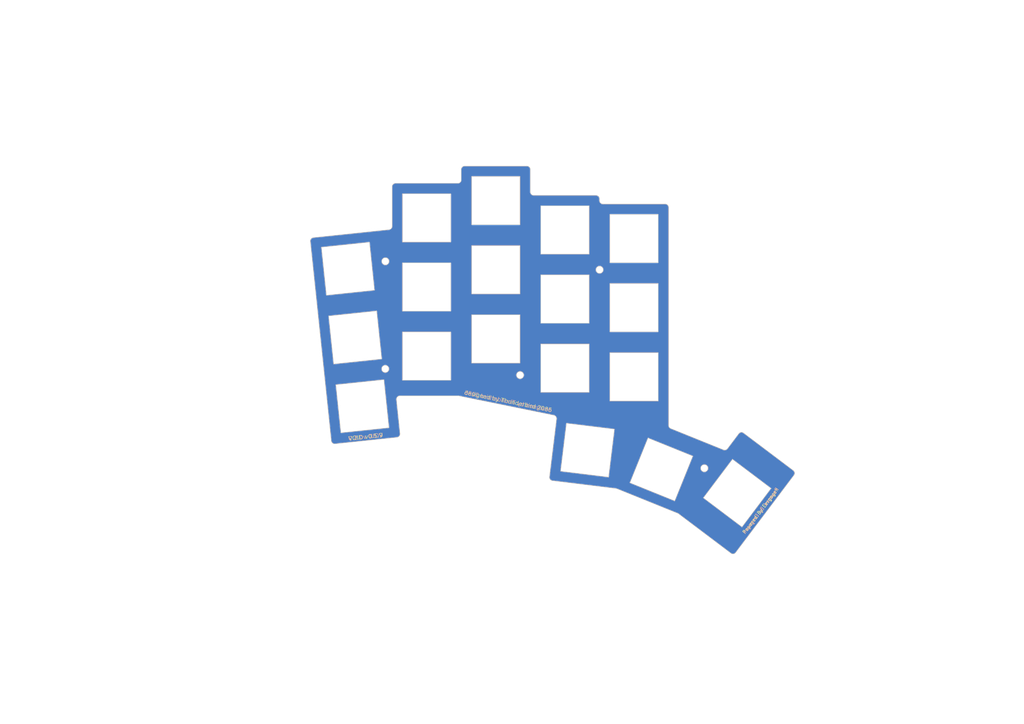
<source format=kicad_pcb>
(kicad_pcb
	(version 20240108)
	(generator "pcbnew")
	(generator_version "8.0")
	(general
		(thickness 1.6)
		(legacy_teardrops no)
	)
	(paper "A4")
	(title_block
		(title "VOID Top Plate")
		(date "2024-11-17")
		(rev "0.5.9")
		(company "Allen Choi")
	)
	(layers
		(0 "F.Cu" signal)
		(31 "B.Cu" signal)
		(32 "B.Adhes" user "B.Adhesive")
		(33 "F.Adhes" user "F.Adhesive")
		(34 "B.Paste" user)
		(35 "F.Paste" user)
		(36 "B.SilkS" user "B.Silkscreen")
		(37 "F.SilkS" user "F.Silkscreen")
		(38 "B.Mask" user)
		(39 "F.Mask" user)
		(40 "Dwgs.User" user "User.Drawings")
		(41 "Cmts.User" user "User.Comments")
		(42 "Eco1.User" user "User.Eco1")
		(43 "Eco2.User" user "User.Eco2")
		(44 "Edge.Cuts" user)
		(45 "Margin" user)
		(46 "B.CrtYd" user "B.Courtyard")
		(47 "F.CrtYd" user "F.Courtyard")
		(48 "B.Fab" user)
		(49 "F.Fab" user)
	)
	(setup
		(pad_to_mask_clearance 0.05)
		(allow_soldermask_bridges_in_footprints no)
		(pcbplotparams
			(layerselection 0x00010fc_ffffffff)
			(plot_on_all_layers_selection 0x0000000_00000000)
			(disableapertmacros no)
			(usegerberextensions no)
			(usegerberattributes yes)
			(usegerberadvancedattributes yes)
			(creategerberjobfile yes)
			(dashed_line_dash_ratio 12.000000)
			(dashed_line_gap_ratio 3.000000)
			(svgprecision 4)
			(plotframeref no)
			(viasonmask no)
			(mode 1)
			(useauxorigin no)
			(hpglpennumber 1)
			(hpglpenspeed 20)
			(hpglpendiameter 15.000000)
			(pdf_front_fp_property_popups yes)
			(pdf_back_fp_property_popups yes)
			(dxfpolygonmode yes)
			(dxfimperialunits yes)
			(dxfusepcbnewfont yes)
			(psnegative no)
			(psa4output no)
			(plotreference yes)
			(plotvalue yes)
			(plotfptext yes)
			(plotinvisibletext no)
			(sketchpadsonfab no)
			(subtractmaskfromsilk no)
			(outputformat 1)
			(mirror no)
			(drillshape 1)
			(scaleselection 1)
			(outputdirectory "")
		)
	)
	(net 0 "")
	(net 1 "GND")
	(gr_line
		(start 110.702599 104.097781)
		(end 109.2392 90.174474)
		(stroke
			(width 0.15)
			(type default)
		)
		(layer "Edge.Cuts")
		(uuid "03f64881-acdc-4518-9bd6-258a5df4acd7")
	)
	(gr_line
		(start 213.365971 160.252094)
		(end 230.261926 137.830401)
		(stroke
			(width 0.15)
			(type default)
		)
		(layer "Edge.Cuts")
		(uuid "048093a9-7ee4-41f9-840f-12588f87b10f")
	)
	(gr_line
		(start 150.788601 71.230671)
		(end 136.7886 71.230671)
		(stroke
			(width 0.15)
			(type default)
		)
		(layer "Edge.Cuts")
		(uuid "064ba785-d39a-42b7-8c53-b942daeb0c18")
	)
	(gr_line
		(start 91.991266 88.945642)
		(end 94.087063 108.885807)
		(stroke
			(width 0.15)
			(type default)
		)
		(layer "Edge.Cuts")
		(uuid "0751bd07-bde7-4a39-b168-a8c85bf6bc8e")
	)
	(gr_line
		(start 150.7886 105.280672)
		(end 150.7886 91.280672)
		(stroke
			(width 0.15)
			(type default)
		)
		(layer "Edge.Cuts")
		(uuid "08ce9927-6248-4d35-9107-05cfc78bc9ab")
	)
	(gr_line
		(start 136.7886 71.230671)
		(end 136.7886 85.230671)
		(stroke
			(width 0.15)
			(type default)
		)
		(layer "Edge.Cuts")
		(uuid "097c1b3d-e351-4a54-a4e7-074abce04a8b")
	)
	(gr_line
		(start 107.143406 70.234311)
		(end 93.220099 71.697709)
		(stroke
			(width 0.15)
			(type default)
		)
		(layer "Edge.Cuts")
		(uuid "098f3982-5fb0-449e-b6ef-d06a737d63e0")
	)
	(gr_line
		(start 130.738601 70.180671)
		(end 130.7386 56.180672)
		(stroke
			(width 0.15)
			(type default)
		)
		(layer "Edge.Cuts")
		(uuid "09a33b99-c0ff-413f-b035-b7b7a6b399d7")
	)
	(gr_arc
		(start 160.210485 139.409906)
		(mid 159.544372 139.03301)
		(end 159.339809 138.295491)
		(stroke
			(width 0.15)
			(type default)
		)
		(layer "Edge.Cuts")
		(uuid "0c58faf1-2a25-42c4-9e75-ad30e7a30693")
	)
	(gr_line
		(start 156.838601 93.730671)
		(end 170.838601 93.730671)
		(stroke
			(width 0.15)
			(type default)
		)
		(layer "Edge.Cuts")
		(uuid "0cd311dc-c797-40ab-bb09-18e17abca85c")
	)
	(gr_line
		(start 152.813601 48.155672)
		(end 134.763601 48.155672)
		(stroke
			(width 0.15)
			(type default)
		)
		(layer "Edge.Cuts")
		(uuid "0d0f945a-7eac-4308-961f-c156e46b3e75")
	)
	(gr_line
		(start 150.7886 91.280672)
		(end 136.7886 91.280672)
		(stroke
			(width 0.15)
			(type default)
		)
		(layer "Edge.Cuts")
		(uuid "146b7f42-64aa-4bf7-84d4-e2899250b695")
	)
	(gr_line
		(start 116.738601 56.180672)
		(end 116.738601 70.180672)
		(stroke
			(width 0.15)
			(type default)
		)
		(layer "Edge.Cuts")
		(uuid "157e190a-51ee-4329-aa61-125940c0757e")
	)
	(gr_line
		(start 164.295216 122.758594)
		(end 162.589045 136.65424)
		(stroke
			(width 0.15)
			(type default)
		)
		(layer "Edge.Cuts")
		(uuid "17185d42-de1f-4d39-8b81-e39a0da07d19")
	)
	(gr_arc
		(start 116.018494 125.735652)
		(mid 115.80111 126.469484)
		(end 115.128501 126.834703)
		(stroke
			(width 0.15)
			(type default)
		)
		(layer "Edge.Cuts")
		(uuid "19521a14-03e7-46d8-8a49-883d471db551")
	)
	(gr_line
		(start 162.589045 136.65424)
		(end 176.484693 138.36041)
		(stroke
			(width 0.15)
			(type default)
		)
		(layer "Edge.Cuts")
		(uuid "195b6946-ead4-476e-91e1-4d300f4eaa04")
	)
	(gr_line
		(start 204.004474 144.385796)
		(end 215.185371 152.811207)
		(stroke
			(width 0.15)
			(type default)
		)
		(layer "Edge.Cuts")
		(uuid "1d8d5fc5-61a2-4706-8941-71d49c65835a")
	)
	(gr_line
		(start 130.7386 56.180672)
		(end 116.738601 56.180672)
		(stroke
			(width 0.15)
			(type default)
		)
		(layer "Edge.Cuts")
		(uuid "1e163c52-6d6d-427f-8ad4-c42864b1ac8e")
	)
	(gr_line
		(start 212.429884 133.204898)
		(end 204.004474 144.385796)
		(stroke
			(width 0.15)
			(type default)
		)
		(layer "Edge.Cuts")
		(uuid "1e1e8b8f-e0d9-4029-bfe0-8017f8a2a93e")
	)
	(gr_line
		(start 176.484693 138.36041)
		(end 178.190863 124.464765)
		(stroke
			(width 0.15)
			(type default)
		)
		(layer "Edge.Cuts")
		(uuid "23286505-3f67-4f5b-b3ff-32d742527cb5")
	)
	(gr_line
		(start 97.411689 111.578037)
		(end 98.875089 125.501343)
		(stroke
			(width 0.15)
			(type default)
		)
		(layer "Edge.Cuts")
		(uuid "2363005f-2c86-472d-a58f-363f0e43f3fe")
	)
	(gr_arc
		(start 213.365971 160.252094)
		(mid 212.7065 160.640569)
		(end 211.965519 160.448915)
		(stroke
			(width 0.15)
			(type default)
		)
		(layer "Edge.Cuts")
		(uuid "237d78c5-9252-4d5b-994c-4011015ff6fb")
	)
	(gr_arc
		(start 97.17738 128.721441)
		(mid 96.443509 128.504087)
		(end 96.07833 127.831449)
		(stroke
			(width 0.15)
			(type default)
		)
		(layer "Edge.Cuts")
		(uuid "23cd47af-1253-4f9e-b0c4-9061c29d1a24")
	)
	(gr_line
		(start 172.8636 56.655672)
		(end 154.813601 56.655672)
		(stroke
			(width 0.15)
			(type default)
		)
		(layer "Edge.Cuts")
		(uuid "273aa988-01e9-4682-aba4-a1c7b73423c5")
	)
	(gr_line
		(start 178.889515 141.737734)
		(end 196.76878 148.961424)
		(stroke
			(width 0.15)
			(type default)
		)
		(layer "Edge.Cuts")
		(uuid "293154a8-f897-4795-b200-7799d0e35bc7")
	)
	(gr_line
		(start 116.738601 76.230672)
		(end 116.738601 90.230672)
		(stroke
			(width 0.15)
			(type default)
		)
		(layer "Edge.Cuts")
		(uuid "2f6ef541-bced-43a7-a19e-6344d1c4ea6c")
	)
	(gr_line
		(start 156.8386 99.780672)
		(end 156.8386 113.780672)
		(stroke
			(width 0.15)
			(type default)
		)
		(layer "Edge.Cuts")
		(uuid "2fb58379-4ff7-41f9-9191-287a110f5c08")
	)
	(gr_line
		(start 170.838601 113.780671)
		(end 170.838601 99.780672)
		(stroke
			(width 0.15)
			(type default)
		)
		(layer "Edge.Cuts")
		(uuid "3231f04c-db6f-4895-9024-3ddcbc2f6872")
	)
	(gr_circle
		(center 204.279329 135.7909)
		(end 205.329329 135.790899)
		(stroke
			(width 0.15)
			(type default)
		)
		(fill none)
		(layer "Edge.Cuts")
		(uuid "33f8e302-fdd3-4167-8424-74403f53f4fa")
	)
	(gr_line
		(start 112.81813 66.59621)
		(end 109.835635 66.909682)
		(stroke
			(width 0.15)
			(type default)
		)
		(layer "Edge.Cuts")
		(uuid "3456daee-3fdc-4f8a-b8bc-403e3bacf863")
	)
	(gr_line
		(start 190.8886 96.230672)
		(end 190.888601 82.230672)
		(stroke
			(width 0.15)
			(type default)
		)
		(layer "Edge.Cuts")
		(uuid "35c026b3-1c18-46cf-b498-fbeb23023cff")
	)
	(gr_line
		(start 187.940545 127.032532)
		(end 182.696052 140.013107)
		(stroke
			(width 0.15)
			(type default)
		)
		(layer "Edge.Cuts")
		(uuid "3a16198d-02e0-4c0f-b608-c32bf7599d04")
	)
	(gr_line
		(start 170.838601 73.680672)
		(end 170.838601 59.680672)
		(stroke
			(width 0.15)
			(type default)
		)
		(layer "Edge.Cuts")
		(uuid "3a6b64b1-2b05-4df6-a8df-d4ea53863f0d")
	)
	(gr_line
		(start 130.738601 90.230672)
		(end 130.738601 76.230672)
		(stroke
			(width 0.15)
			(type default)
		)
		(layer "Edge.Cuts")
		(uuid "3e46e55e-1e22-46b7-9e9f-72baebaa71ba")
	)
	(gr_line
		(start 112.798396 124.037944)
		(end 111.334997 110.114638)
		(stroke
			(width 0.15)
			(type default)
		)
		(layer "Edge.Cuts")
		(uuid "3e6342a0-e6d1-4dc3-ad41-f4608955ecde")
	)
	(gr_line
		(start 136.7886 91.280672)
		(end 136.788601 105.280672)
		(stroke
			(width 0.15)
			(type default)
		)
		(layer "Edge.Cuts")
		(uuid "429eafe1-2a1e-44d0-9263-aaab600161e7")
	)
	(gr_line
		(start 159.339809 138.295491)
		(end 161.398623 121.527796)
		(stroke
			(width 0.15)
			(type default)
		)
		(layer "Edge.Cuts")
		(uuid "436324d1-3ebf-4d6f-8ad1-14265f9335b7")
	)
	(gr_line
		(start 190.888601 82.230672)
		(end 176.8886 82.230672)
		(stroke
			(width 0.15)
			(type default)
		)
		(layer "Edge.Cuts")
		(uuid "4377b41c-f5ac-4faa-a376-0a441d8fc03a")
	)
	(gr_line
		(start 193.9136 123.346265)
		(end 193.913601 60.155671)
		(stroke
			(width 0.15)
			(type default)
		)
		(layer "Edge.Cuts")
		(uuid "4457b9a2-c563-4840-b75f-e97d55ec36f7")
	)
	(gr_line
		(start 190.888601 102.280671)
		(end 176.8886 102.280671)
		(stroke
			(width 0.15)
			(type default)
		)
		(layer "Edge.Cuts")
		(uuid "474c37ac-02b9-4b61-bdb8-94b625d74dca")
	)
	(gr_line
		(start 176.8886 116.280671)
		(end 190.8886 116.280671)
		(stroke
			(width 0.15)
			(type default)
		)
		(layer "Edge.Cuts")
		(uuid "48207234-01c7-4abf-b42f-19c3fca2aa48")
	)
	(gr_line
		(start 136.7886 65.180672)
		(end 150.7886 65.180672)
		(stroke
			(width 0.15)
			(type default)
		)
		(layer "Edge.Cuts")
		(uuid "48501562-a612-4c1d-9d5f-af2e0820ecdc")
	)
	(gr_arc
		(start 90 70)
		(mid 90.217369 69.266126)
		(end 90.889994 68.90095)
		(stroke
			(width 0.15)
			(type default)
		)
		(layer "Edge.Cuts")
		(uuid "4aa7a9bf-4229-4f18-b7f2-4b347cb8712f")
	)
	(gr_line
		(start 94.087063 108.885807)
		(end 96.07833 127.831449)
		(stroke
			(width 0.15)
			(type default)
		)
		(layer "Edge.Cuts")
		(uuid "4b74ab78-9aae-4880-b540-79a0dff84121")
	)
	(gr_line
		(start 116.738601 110.280671)
		(end 130.738601 110.280671)
		(stroke
			(width 0.15)
			(type default)
		)
		(layer "Edge.Cuts")
		(uuid "4bd10244-1484-4eac-b6e4-3dc438aa8ff5")
	)
	(gr_line
		(start 109.2392 90.174474)
		(end 95.315895 91.637873)
		(stroke
			(width 0.15)
			(type default)
		)
		(layer "Edge.Cuts")
		(uuid "4d519e4e-164b-4e3d-bf5c-0840871a30e3")
	)
	(gr_arc
		(start 133.763601 49.155672)
		(mid 134.056492 48.448562)
		(end 134.763601 48.155672)
		(stroke
			(width 0.15)
			(type default)
		)
		(layer "Edge.Cuts")
		(uuid "51afbf25-8276-4474-956b-2b944ec0994b")
	)
	(gr_line
		(start 90 70)
		(end 91.991266 88.945642)
		(stroke
			(width 0.15)
			(type default)
		)
		(layer "Edge.Cuts")
		(uuid "51e6fae6-1349-4d5c-97ff-c18274782356")
	)
	(gr_arc
		(start 152.813601 48.155672)
		(mid 153.52076 48.448508)
		(end 153.813601 49.155671)
		(stroke
			(width 0.15)
			(type default)
		)
		(layer "Edge.Cuts")
		(uuid "5218c3be-1815-41ad-9382-68413a1f3624")
	)
	(gr_line
		(start 196.76878 148.961424)
		(end 196.751512 148.984339)
		(stroke
			(width 0.15)
			(type default)
		)
		(layer "Edge.Cuts")
		(uuid "5398f45f-3305-4868-a4ac-b1bc636f58db")
	)
	(gr_line
		(start 170.838601 99.780672)
		(end 156.8386 99.780672)
		(stroke
			(width 0.15)
			(type default)
		)
		(layer "Edge.Cuts")
		(uuid "542839aa-b9a5-4e4f-a564-7d8477f26fc6")
	)
	(gr_circle
		(center 173.8886 78.230671)
		(end 174.9386 78.230672)
		(stroke
			(width 0.15)
			(type default)
		)
		(fill none)
		(layer "Edge.Cuts")
		(uuid "5ac6aa8d-db75-41ea-91ad-665eeb404b58")
	)
	(gr_circle
		(center 111.773527 75.780715)
		(end 112.823527 75.780714)
		(stroke
			(width 0.15)
			(type default)
		)
		(fill none)
		(layer "Edge.Cuts")
		(uuid "5c52dac6-be23-4e15-b6f8-5898af3e7771")
	)
	(gr_line
		(start 96.779293 105.561178)
		(end 110.702599 104.097781)
		(stroke
			(width 0.15)
			(type default)
		)
		(layer "Edge.Cuts")
		(uuid "61bb1281-2d68-42db-ba5a-13a36e256344")
	)
	(gr_arc
		(start 133.763601 52.155672)
		(mid 133.470706 52.862776)
		(end 132.763601 53.155671)
		(stroke
			(width 0.15)
			(type default)
		)
		(layer "Edge.Cuts")
		(uuid "640ea37c-3371-4609-9b71-f3607539bc99")
	)
	(gr_arc
		(start 230.065107 136.429951)
		(mid 230.453586 137.089408)
		(end 230.261926 137.830401)
		(stroke
			(width 0.15)
			(type default)
		)
		(layer "Edge.Cuts")
		(uuid "66faf7ea-38e0-423d-84c7-3a6a6adce4cd")
	)
	(gr_arc
		(start 174.863601 59.155671)
		(mid 174.156489 58.86278)
		(end 173.863601 58.155672)
		(stroke
			(width 0.15)
			(type default)
		)
		(layer "Edge.Cuts")
		(uuid "6abc96f3-3849-47d9-92e2-99e2d413b366")
	)
	(gr_arc
		(start 194.538995 124.273449)
		(mid 194.084609 123.905433)
		(end 193.9136 123.346265)
		(stroke
			(width 0.15)
			(type default)
		)
		(layer "Edge.Cuts")
		(uuid "6af6bab7-9f37-4c7a-bdbb-494ad5115b4e")
	)
	(gr_arc
		(start 214.249284 125.764011)
		(mid 214.908738 125.375472)
		(end 215.649735 125.56719)
		(stroke
			(width 0.15)
			(type default)
		)
		(layer "Edge.Cuts")
		(uuid "6b37fa1d-925e-45b8-aa8d-7e94e46c0e1f")
	)
	(gr_line
		(start 136.7886 85.230671)
		(end 150.7886 85.230671)
		(stroke
			(width 0.15)
			(type default)
		)
		(layer "Edge.Cuts")
		(uuid "6f129c3b-db1a-4114-8add-34999d47c0e7")
	)
	(gr_line
		(start 136.788601 105.280672)
		(end 150.7886 105.280672)
		(stroke
			(width 0.15)
			(type default)
		)
		(layer "Edge.Cuts")
		(uuid "70af6f82-1683-49fd-8eab-9cbf4fe0a902")
	)
	(gr_arc
		(start 172.8636 56.655672)
		(mid 173.57076 56.948508)
		(end 173.863601 57.655671)
		(stroke
			(width 0.15)
			(type default)
		)
		(layer "Edge.Cuts")
		(uuid "724308db-525e-46ca-873f-1439fdb0bbff")
	)
	(gr_line
		(start 200.921118 132.277024)
		(end 187.940545 127.032532)
		(stroke
			(width 0.15)
			(type default)
		)
		(layer "Edge.Cuts")
		(uuid "73fc4ba3-126c-43c5-bfa0-fc68ebc9946c")
	)
	(gr_circle
		(center 150.8386 108.780672)
		(end 151.8886 108.780671)
		(stroke
			(width 0.15)
			(type default)
		)
		(fill none)
		(layer "Edge.Cuts")
		(uuid "7405204f-6c84-427e-ad2e-79db3df3265f")
	)
	(gr_line
		(start 174.863601 59.155671)
		(end 192.913601 59.155671)
		(stroke
			(width 0.15)
			(type default)
		)
		(layer "Edge.Cuts")
		(uuid "77002f26-c382-4c0e-84be-34686580aba7")
	)
	(gr_line
		(start 170.838601 93.730671)
		(end 170.838601 79.730671)
		(stroke
			(width 0.15)
			(type default)
		)
		(layer "Edge.Cuts")
		(uuid "780adeed-93f1-4ed9-a318-76844a88c0eb")
	)
	(gr_line
		(start 111.334997 110.114638)
		(end 97.411689 111.578037)
		(stroke
			(width 0.15)
			(type default)
		)
		(layer "Edge.Cuts")
		(uuid "786b7fb1-b8c5-449d-950e-1374565cf373")
	)
	(gr_line
		(start 230.065107 136.429951)
		(end 215.649735 125.56719)
		(stroke
			(width 0.15)
			(type default)
		)
		(layer "Edge.Cuts")
		(uuid "7993e8d9-de44-426a-ab4d-84e91e300dc2")
	)
	(gr_arc
		(start 132.948032 114.788517)
		(mid 132.856214 114.801367)
		(end 132.763601 114.805671)
		(stroke
			(width 0.15)
			(type default)
		)
		(layer "Edge.Cuts")
		(uuid "7997709b-f767-4534-8b90-f53dd783178e")
	)
	(gr_line
		(start 150.7886 65.180672)
		(end 150.788601 51.180672)
		(stroke
			(width 0.15)
			(type default)
		)
		(layer "Edge.Cuts")
		(uuid "7bfdabd1-7151-4b55-b028-32446eef407e")
	)
	(gr_line
		(start 160.210485 139.409906)
		(end 178.636779 141.672371)
		(stroke
			(width 0.15)
			(type default)
		)
		(layer "Edge.Cuts")
		(uuid "7d1e9d1c-764e-4d6a-981f-719595e7e6e2")
	)
	(gr_line
		(start 115.980319 114.805671)
		(end 132.763601 114.805671)
		(stroke
			(width 0.15)
			(type default)
		)
		(layer "Edge.Cuts")
		(uuid "7fa755d3-67d5-41f3-8705-72464bdaa562")
	)
	(gr_line
		(start 150.7886 85.230671)
		(end 150.788601 71.230671)
		(stroke
			(width 0.15)
			(type default)
		)
		(layer "Edge.Cuts")
		(uuid "7fb9d941-a93f-4a05-851b-12f44da9b3fa")
	)
	(gr_line
		(start 176.8886 62.180672)
		(end 176.8886 76.180672)
		(stroke
			(width 0.15)
			(type default)
		)
		(layer "Edge.Cuts")
		(uuid "8418b20a-568e-4920-b415-d5c8aca2b2b9")
	)
	(gr_arc
		(start 113.7136 54.155671)
		(mid 114.006492 53.448561)
		(end 114.713601 53.155672)
		(stroke
			(width 0.15)
			(type default)
		)
		(layer "Edge.Cuts")
		(uuid "8c68cebd-274a-43ae-844e-1a1f171595cf")
	)
	(gr_line
		(start 150.788601 51.180672)
		(end 136.7886 51.180671)
		(stroke
			(width 0.15)
			(type default)
		)
		(layer "Edge.Cuts")
		(uuid "8f447703-8493-4736-9b72-fddef9da332b")
	)
	(gr_line
		(start 178.190863 124.464765)
		(end 164.295216 122.758594)
		(stroke
			(width 0.15)
			(type default)
		)
		(layer "Edge.Cuts")
		(uuid "91d02d02-fddc-4c8b-9b32-9330b449b97f")
	)
	(gr_line
		(start 113.7136 54.155671)
		(end 113.713601 65.601688)
		(stroke
			(width 0.15)
			(type default)
		)
		(layer "Edge.Cuts")
		(uuid "96017e79-560c-4679-909c-35e51c6ac37f")
	)
	(gr_line
		(start 132.948032 114.788517)
		(end 160.605803 120.426075)
		(stroke
			(width 0.15)
			(type default)
		)
		(layer "Edge.Cuts")
		(uuid "9c1c5fbf-896d-41f4-a3a6-d0ee2b945b84")
	)
	(gr_arc
		(start 210.971821 130.113353)
		(mid 210.440421 130.475136)
		(end 209.798579 130.438722)
		(stroke
			(width 0.15)
			(type default)
		)
		(layer "Edge.Cuts")
		(uuid "9f59f0f6-ac10-4fe7-a8bb-04050bdff7dd")
	)
	(gr_line
		(start 210.971821 130.113353)
		(end 214.249284 125.764011)
		(stroke
			(width 0.15)
			(type default)
		)
		(layer "Edge.Cuts")
		(uuid "a074836b-4f4e-4eef-b23a-35b814e2db35")
	)
	(gr_line
		(start 182.696052 140.013107)
		(end 195.676625 145.257598)
		(stroke
			(width 0.15)
			(type default)
		)
		(layer "Edge.Cuts")
		(uuid "a1cfddb8-702b-4b55-8efd-8c7e5b5c87bc")
	)
	(gr_line
		(start 170.838601 59.680672)
		(end 156.838601 59.680672)
		(stroke
			(width 0.15)
			(type default)
		)
		(layer "Edge.Cuts")
		(uuid "a26d6e23-4006-41c2-9aa5-e3aa0fc8dcb4")
	)
	(gr_arc
		(start 160.605803 120.426075)
		(mid 161.217713 120.82186)
		(end 161.398623 121.527796)
		(stroke
			(width 0.15)
			(type default)
		)
		(layer "Edge.Cuts")
		(uuid "a347157f-14f4-444e-9e14-d5d4b802293e")
	)
	(gr_line
		(start 195.676625 145.257598)
		(end 200.921118 132.277024)
		(stroke
			(width 0.15)
			(type default)
		)
		(layer "Edge.Cuts")
		(uuid "a92cbc84-b2e0-46d2-b9e5-079625778bd3")
	)
	(gr_line
		(start 156.838601 79.730671)
		(end 156.838601 93.730671)
		(stroke
			(width 0.15)
			(type default)
		)
		(layer "Edge.Cuts")
		(uuid "ab22a9df-ddc8-4e75-a946-0eec300d72f2")
	)
	(gr_line
		(start 95.315895 91.637873)
		(end 96.779293 105.561178)
		(stroke
			(width 0.15)
			(type default)
		)
		(layer "Edge.Cuts")
		(uuid "ad8c11b0-ac24-4ae8-b258-e5e110d25f2c")
	)
	(gr_line
		(start 196.751512 148.984339)
		(end 211.965519 160.448915)
		(stroke
			(width 0.15)
			(type default)
		)
		(layer "Edge.Cuts")
		(uuid "ae04d166-60d0-4eb6-b27f-89c82b6f8750")
	)
	(gr_line
		(start 190.888601 62.180672)
		(end 176.8886 62.180672)
		(stroke
			(width 0.15)
			(type default)
		)
		(layer "Edge.Cuts")
		(uuid "ae8bb88b-57a1-4146-b83d-872484d2b8c8")
	)
	(gr_line
		(start 190.888601 76.180671)
		(end 190.888601 62.180672)
		(stroke
			(width 0.15)
			(type default)
		)
		(layer "Edge.Cuts")
		(uuid "b1f836f2-6648-4cc1-8979-88885bb426ca")
	)
	(gr_line
		(start 116.738601 70.180672)
		(end 130.738601 70.180671)
		(stroke
			(width 0.15)
			(type default)
		)
		(layer "Edge.Cuts")
		(uuid "b2fec3db-adf4-4f11-9eda-fa39211dc4e8")
	)
	(gr_arc
		(start 192.913601 59.155671)
		(mid 193.620761 59.448508)
		(end 193.913601 60.155671)
		(stroke
			(width 0.15)
			(type default)
		)
		(layer "Edge.Cuts")
		(uuid "b44610c4-085f-4293-9fec-a3480098424d")
	)
	(gr_line
		(start 130.738601 110.280671)
		(end 130.738601 96.280671)
		(stroke
			(width 0.15)
			(type default)
		)
		(layer "Edge.Cuts")
		(uuid "b4f695b5-4c51-43f8-8145-2486d19e17c7")
	)
	(gr_arc
		(start 113.713601 65.601688)
		(mid 113.456738 66.270806)
		(end 112.81813 66.59621)
		(stroke
			(width 0.15)
			(type default)
		)
		(layer "Edge.Cuts")
		(uuid "b61fc8c6-3228-4fc0-a43f-44137bbe0d98")
	)
	(gr_line
		(start 93.220099 71.697709)
		(end 94.683498 85.621014)
		(stroke
			(width 0.15)
			(type default)
		)
		(layer "Edge.Cuts")
		(uuid "b77fb819-3082-4ece-8b45-5ba0fc09c210")
	)
	(gr_line
		(start 153.813601 55.655672)
		(end 153.813601 49.155671)
		(stroke
			(width 0.15)
			(type default)
		)
		(layer "Edge.Cuts")
		(uuid "b85c6eed-2674-4f53-99c0-d5ba9ede0fb0")
	)
	(gr_line
		(start 98.875089 125.501343)
		(end 112.798396 124.037944)
		(stroke
			(width 0.15)
			(type default)
		)
		(layer "Edge.Cuts")
		(uuid "b8be49da-c484-4fdb-b547-a6455efac11b")
	)
	(gr_line
		(start 109.835635 66.909682)
		(end 90.889994 68.90095)
		(stroke
			(width 0.15)
			(type default)
		)
		(layer "Edge.Cuts")
		(uuid "b8dc2afb-7ea5-468a-bf3b-a76c721eedcb")
	)
	(gr_line
		(start 133.763601 49.155672)
		(end 133.763601 52.155672)
		(stroke
			(width 0.15)
			(type default)
		)
		(layer "Edge.Cuts")
		(uuid "ba104d3e-a7ae-4d5b-8858-53986da1df3f")
	)
	(gr_line
		(start 190.8886 116.280671)
		(end 190.888601 102.280671)
		(stroke
			(width 0.15)
			(type default)
		)
		(layer "Edge.Cuts")
		(uuid "ba85e4c8-2845-46ec-af7f-aa6c8f93cb05")
	)
	(gr_line
		(start 176.8886 102.280671)
		(end 176.8886 116.280671)
		(stroke
			(width 0.15)
			(type default)
		)
		(layer "Edge.Cuts")
		(uuid "bf479067-2bfb-4d36-8c9e-49ba04e8dfc7")
	)
	(gr_line
		(start 176.8886 82.230672)
		(end 176.8886 96.230672)
		(stroke
			(width 0.15)
			(type default)
		)
		(layer "Edge.Cuts")
		(uuid "bf95912e-6b00-4611-8abd-dd9f6720a1c1")
	)
	(gr_line
		(start 156.838601 59.680672)
		(end 156.838601 73.680672)
		(stroke
			(width 0.15)
			(type default)
		)
		(layer "Edge.Cuts")
		(uuid "c8d24cab-6026-4c3c-9522-a4f7317fe7b0")
	)
	(gr_line
		(start 176.8886 76.180672)
		(end 190.888601 76.180671)
		(stroke
			(width 0.15)
			(type default)
		)
		(layer "Edge.Cuts")
		(uuid "ceb642ef-ca23-4fbb-b183-5ed05d96b65e")
	)
	(gr_line
		(start 97.17738 128.721441)
		(end 115.128501 126.834703)
		(stroke
			(width 0.15)
			(type default)
		)
		(layer "Edge.Cuts")
		(uuid "d0d62f33-e6fe-4123-b8c6-2af33dd0c840")
	)
	(gr_line
		(start 94.683498 85.621014)
		(end 108.606804 84.157617)
		(stroke
			(width 0.15)
			(type default)
		)
		(layer "Edge.Cuts")
		(uuid "d1d72218-a90a-458b-b623-78e1101f1844")
	)
	(gr_line
		(start 116.738601 90.230672)
		(end 130.738601 90.230672)
		(stroke
			(width 0.15)
			(type default)
		)
		(layer "Edge.Cuts")
		(uuid "d3562d5c-33af-4b50-bf78-15b51d38bb84")
	)
	(gr_line
		(start 108.606804 84.157617)
		(end 107.143406 70.234311)
		(stroke
			(width 0.15)
			(type default)
		)
		(layer "Edge.Cuts")
		(uuid "d4ca4e10-7844-46fa-9bb0-578542bf84c2")
	)
	(gr_arc
		(start 154.813601 56.655672)
		(mid 154.106489 56.362781)
		(end 153.813601 55.655672)
		(stroke
			(width 0.15)
			(type default)
		)
		(layer "Edge.Cuts")
		(uuid "d9996ecd-5e2a-4cab-8251-2febd9ce431a")
	)
	(gr_line
		(start 223.610782 141.63031)
		(end 212.429884 133.204898)
		(stroke
			(width 0.15)
			(type default)
		)
		(layer "Edge.Cuts")
		(uuid "dcc2fa85-c96a-4211-9ce4-e447fa1e9b72")
	)
	(gr_line
		(start 116.018494 125.735652)
		(end 114.985798 115.910199)
		(stroke
			(width 0.15)
			(type default)
		)
		(layer "Edge.Cuts")
		(uuid "dccc47c2-c723-4adc-a02a-a02a7da9dbc7")
	)
	(gr_line
		(start 136.7886 51.180671)
		(end 136.7886 65.180672)
		(stroke
			(width 0.15)
			(type default)
		)
		(layer "Edge.Cuts")
		(uuid "e33b146b-3738-4b87-9ff8-841666110f56")
	)
	(gr_line
		(start 130.738601 76.230672)
		(end 116.738601 76.230672)
		(stroke
			(width 0.15)
			(type default)
		)
		(layer "Edge.Cuts")
		(uuid "e62af04f-3750-451c-8025-925100d12449")
	)
	(gr_line
		(start 130.738601 96.280671)
		(end 116.738601 96.280671)
		(stroke
			(width 0.15)
			(type default)
		)
		(layer "Edge.Cuts")
		(uuid "e6888cef-b897-492a-af99-f6aa8097e225")
	)
	(gr_circle
		(center 111.738601 106.980671)
		(end 112.788601 106.980672)
		(stroke
			(width 0.15)
			(type default)
		)
		(fill none)
		(layer "Edge.Cuts")
		(uuid "e835b87d-fcb7-4e61-a819-e586813736e5")
	)
	(gr_line
		(start 194.538995 124.273449)
		(end 209.798579 130.438722)
		(stroke
			(width 0.15)
			(type default)
		)
		(layer "Edge.Cuts")
		(uuid "ea55e18a-5e9a-46d8-8a1c-d2f5ae7e451a")
	)
	(gr_line
		(start 156.838601 73.680672)
		(end 170.838601 73.680672)
		(stroke
			(width 0.15)
			(type default)
		)
		(layer "Edge.Cuts")
		(uuid "ee5fd93c-f83c-4c69-b053-abd03b572196")
	)
	(gr_line
		(start 176.8886 96.230672)
		(end 190.8886 96.230672)
		(stroke
			(width 0.15)
			(type default)
		)
		(layer "Edge.Cuts")
		(uuid "ef0c78a6-c36d-4826-b77b-b3ab4d390af8")
	)
	(gr_line
		(start 132.763601 53.155671)
		(end 114.713601 53.155672)
		(stroke
			(width 0.15)
			(type default)
		)
		(layer "Edge.Cuts")
		(uuid "f0588150-7407-4957-b6ec-20e58fd5ff35")
	)
	(gr_line
		(start 116.738601 96.280671)
		(end 116.738601 110.280671)
		(stroke
			(width 0.15)
			(type default)
		)
		(layer "Edge.Cuts")
		(uuid "f109201c-1e78-45c5-8ad8-500f37f2c35c")
	)
	(gr_line
		(start 156.8386 113.780672)
		(end 170.838601 113.780671)
		(stroke
			(width 0.15)
			(type default)
		)
		(layer "Edge.Cuts")
		(uuid "f54c8801-e603-4a06-a45a-5386860bcca2")
	)
	(gr_arc
		(start 178.636779 141.672371)
		(mid 178.765294 141.696753)
		(end 178.889515 141.737734)
		(stroke
			(width 0.15)
			(type default)
		)
		(layer "Edge.Cuts")
		(uuid "f56458cd-6313-42ad-bb26-23e5e44c050c")
	)
	(gr_line
		(start 215.185371 152.811207)
		(end 223.610782 141.63031)
		(stroke
			(width 0.15)
			(type default)
		)
		(layer "Edge.Cuts")
		(uuid "fb9336ae-8bcc-4470-9ee5-8337b8e420cd")
	)
	(gr_line
		(start 173.863601 58.155672)
		(end 173.863601 57.655671)
		(stroke
			(width 0.15)
			(type default)
		)
		(layer "Edge.Cuts")
		(uuid "fbb95cd6-35bc-4660-9b42-0000f0144d99")
	)
	(gr_arc
		(start 114.985798 115.910199)
		(mid 115.23717 115.136511)
		(end 115.980319 114.805671)
		(stroke
			(width 0.15)
			(type default)
		)
		(layer "Edge.Cuts")
		(uuid "fc175ccd-f39d-4813-9b91-4de2c0d9f905")
	)
	(gr_line
		(start 170.838601 79.730671)
		(end 156.838601 79.730671)
		(stroke
			(width 0.15)
			(type default)
		)
		(layer "Edge.Cuts")
		(uuid "ffbbe6e3-0af6-4d10-bdbc-d7e1e7903223")
	)
	(gr_text "designed by Thunderbird 2086"
		(at 147.352374 116.467214 -11.5)
		(layer "B.SilkS")
		(uuid "3f423bf6-205e-41fd-a716-84be7f91acd4")
		(effects
			(font
				(face "Android Robot")
				(size 1.2 1.2)
				(thickness 0.15)
			)
			(justify mirror)
		)
		(render_cache "designed by Thunderbird 2086" 348.5
			(polygon
				(pts
					(xy 160.56982 118.53515) (xy 160.566373 118.534449) (xy 160.34149 118.488695) (xy 160.339854 118.496737)
					(xy 160.14048 119.476689) (xy 160.156136 119.53708) (xy 160.198242 119.582357) (xy 160.227688 119.594928)
					(xy 161.106543 119.773733) (xy 161.16691 119.768096) (xy 161.214959 119.729143) (xy 161.231386 119.705516)
					(xy 161.273283 119.499588) (xy 161.265883 119.437697) (xy 161.228111 119.386705) (xy 161.182499 119.350413)
					(xy 161.133316 119.305818) (xy 161.087202 119.264079) (xy 161.023785 119.206824) (xy 160.967273 119.155996)
					(xy 160.917666 119.111594) (xy 160.862264 119.062386) (xy 160.810274 119.016941) (xy 160.763836 118.979598)
					(xy 160.610591 119.1536) (xy 161.02077 119.517604) (xy 160.395806 119.390454) (xy 160.396449 119.387294)
				)
			)
			(polygon
				(pts
					(xy 159.673307 118.793021) (xy 159.682054 118.798099) (xy 159.731234 118.836538) (xy 159.78107 118.878952)
					(xy 159.831516 118.92307) (xy 159.875521 118.962099) (xy 159.924815 119.006222) (xy 159.979397 119.055437)
					(xy 160.039268 119.109744) (xy 160.086954 119.149991) (xy 160.124656 119.197631) (xy 160.136545 119.259343)
					(xy 160.092604 119.475323) (xy 160.07635 119.498555) (xy 160.028686 119.536808) (xy 159.968627 119.542222)
					(xy 158.996716 119.344484) (xy 158.990111 119.34314) (xy 159.035396 119.120554) (xy 159.03674 119.113949)
					(xy 159.29494 119.16648) (xy 159.179546 118.989432) (xy 159.465554 118.989432) (xy 159.627526 119.234145)
					(xy 159.87912 119.285333) (xy 159.825715 119.236624) (xy 159.777399 119.192672) (xy 159.720893 119.141471)
					(xy 159.673434 119.098728) (xy 159.619208 119.050472) (xy 159.571821 119.011052) (xy 159.465554 118.989432)
					(xy 159.179546 118.989432) (xy 159.15088 118.94545) (xy 159.126852 118.914172) (xy 159.098172 118.861541)
					(xy 159.091125 118.799597) (xy 159.097143 118.770015) (xy 159.113508 118.746202) (xy 159.161301 118.706886)
					(xy 159.221242 118.701048)
				)
			)
			(polygon
				(pts
					(xy 158.983434 118.652665) (xy 158.009226 118.45446) (xy 158.007882 118.461066) (xy 157.962597 118.683652)
					(xy 157.968915 118.684937) (xy 158.436776 118.780125) (xy 158.436134 118.783284) (xy 158.359716 118.789532)
					(xy 158.290335 118.795376) (xy 158.227993 118.800818) (xy 158.155817 118.807447) (xy 158.096152 118.813359)
					(xy 158.030115 118.820883) (xy 157.983842 118.829147) (xy 157.937932 118.867363) (xy 157.913981 118.922608)
					(xy 157.899548 118.993549) (xy 157.899356 119.052787) (xy 157.928193 119.105784) (xy 157.956232 119.129505)
					(xy 157.984884 119.138625) (xy 158.959092 119.336829) (xy 158.960436 119.330224) (xy 159.005722 119.107638)
					(xy 158.999403 119.106352) (xy 158.531542 119.011165) (xy 158.532185 119.008006) (xy 158.608606 119.001758)
					(xy 158.677993 118.995915) (xy 158.740349 118.990476) (xy 158.812549 118.983853) (xy 158.872247 118.977947)
					(xy 158.938352 118.970437) (xy 158.984764 118.962201) (xy 159.030546 118.92351) (xy 159.054338 118.868681)
					(xy 159.068771 118.797741) (xy 159.068962 118.738503) (xy 159.040125 118.685506) (xy 159.012087 118.661784)
				)
			)
			(polygon
				(pts
					(xy 157.947328 118.001598) (xy 157.835604 117.978867) (xy 157.774796 117.984831) (xy 157.726382 118.025181)
					(xy 157.717056 118.038196) (xy 157.708408 118.063056) (xy 157.599022 118.600709) (xy 157.60534 118.601994)
					(xy 157.692364 118.619699) (xy 157.602611 119.06085) (xy 157.609504 119.062253) (xy 157.830941 119.107304)
					(xy 157.832227 119.100986) (xy 158.029906 118.129363) (xy 158.024303 118.068068) (xy 157.984748 118.019292)
					(xy 157.971959 118.009899)
				)
			)
			(polygon
				(pts
					(xy 157.493402 118.349514) (xy 156.627471 118.173339) (xy 156.56753 118.179177) (xy 156.519737 118.218493)
					(xy 156.503372 118.242306) (xy 156.500743 118.25523) (xy 156.323457 119.126618) (xy 156.331959 119.188599)
					(xy 156.364946 119.238156) (xy 156.411423 119.258769) (xy 157.286545 119.436815) (xy 157.34713 119.431108)
					(xy 157.395324 119.391873) (xy 157.411792 119.368082) (xy 157.474783 119.058472) (xy 157.468177 119.057128)
					(xy 157.246453 119.012018) (xy 157.245167 119.018336) (xy 157.211685 119.182906) (xy 156.576095 119.053594)
					(xy 156.691676 118.485497) (xy 156.703479 118.427481) (xy 157.313221 118.551535) (xy 156.807076 118.734195)
					(xy 156.806374 118.737641) (xy 156.883378 118.951608) (xy 156.886537 118.952251) (xy 157.496543 118.736884)
					(xy 157.53409 118.68981) (xy 157.547116 118.652959) (xy 157.579313 118.494707) (xy 157.579381 118.435865)
					(xy 157.550432 118.382731) (xy 157.522341 118.358692)
				)
			)
			(polygon
				(pts
					(xy 156.389663 118.124956) (xy 155.507649 117.945508) (xy 155.447511 117.951307) (xy 155.399635 117.990606)
					(xy 155.383263 118.014417) (xy 155.26704 118.585673) (xy 155.273645 118.587017) (xy 155.49537 118.632127)
					(xy 155.496655 118.625809) (xy 155.58337 118.199593) (xy 156.21896 118.328905) (xy 156.13096 118.761439)
					(xy 156.137853 118.762842) (xy 156.35929 118.807894) (xy 156.360575 118.801575) (xy 156.472241 118.252722)
					(xy 156.466639 118.191427) (xy 156.427083 118.142651) (xy 156.414295 118.133258)
				)
			)
			(polygon
				(pts
					(xy 154.829839 117.807607) (xy 154.838586 117.812684) (xy 154.887767 117.851123) (xy 154.937603 117.893538)
					(xy 154.988049 117.937655) (xy 155.032054 117.976685) (xy 155.081347 118.020807) (xy 155.135929 118.070022)
					(xy 155.1958 118.12433) (xy 155.243486 118.164577) (xy 155.281188 118.212216) (xy 155.293078 118.273929)
					(xy 155.249136 118.489909) (xy 155.232882 118.513141) (xy 155.185219 118.551394) (xy 155.125159 118.556807)
					(xy 154.153249 118.35907) (xy 154.146643 118.357726) (xy 154.191929 118.13514) (xy 154.193273 118.128534)
					(xy 154.451472 118.181065) (xy 154.336078 118.004017) (xy 154.622086 118.004017) (xy 154.784058 118.248731)
					(xy 155.035652 118.299918) (xy 154.982247 118.251209) (xy 154.933931 118.207257) (xy 154.877426 118.156056)
					(xy 154.829967 118.113313) (xy 154.77574 118.065057) (xy 154.728353 118.025637) (xy 154.622086 118.004017)
					(xy 154.336078 118.004017) (xy 154.307413 117.960036) (xy 154.283384 117.928758) (xy 154.254705 117.876126)
					(xy 154.247657 117.814182) (xy 154.253676 117.7846) (xy 154.27004 117.760787) (xy 154.317833 117.721471)
					(xy 154.377774 117.715633)
				)
			)
			(polygon
				(pts
					(xy 153.472348 117.091153) (xy 153.468901 117.090451) (xy 153.244018 117.044698) (xy 153.242381 117.05274)
					(xy 153.043008 118.032692) (xy 153.058664 118.093083) (xy 153.10077 118.13836) (xy 153.130216 118.150931)
					(xy 154.009071 118.329736) (xy 154.069437 118.324099) (xy 154.117486 118.285146) (xy 154.133914 118.261519)
					(xy 154.175811 118.055591) (xy 154.168411 117.9937) (xy 154.130639 117.942708) (xy 154.085027 117.906416)
					(xy 154.035844 117.861821) (xy 153.98973 117.820082) (xy 153.926313 117.762827) (xy 153.869801 117.711999)
					(xy 153.820194 117.667597) (xy 153.764792 117.618389) (xy 153.712802 117.572944) (xy 153.666364 117.535601)
					(xy 153.513119 117.709603) (xy 153.923298 118.073607) (xy 153.298334 117.946457) (xy 153.298977 117.943297)
				)
			)
			(polygon
				(pts
					(xy 152.493832 116.892071) (xy 152.492488 116.898677) (xy 152.319818 117.747375) (xy 151.699737 117.621218)
					(xy 151.70038 117.618059) (xy 151.762938 117.597512) (xy 151.822523 117.577779) (xy 151.879135 117.558861)
					(xy 151.949993 117.534904) (xy 152.015564 117.512395) (xy 152.07585 117.491335) (xy 152.143774 117.467046)
					(xy 152.203439 117.445019) (xy 152.214381 117.440886) (xy 152.196192 117.384953) (xy 152.177507 117.328632)
					(xy 152.157927 117.271863) (xy 152.139111 117.22428) (xy 152.135952 117.223637) (xy 151.535746 117.43053)
					(xy 151.491562 117.470943) (xy 151.477326 117.50598) (xy 151.438643 117.696111) (xy 151.444181 117.756401)
					(xy 151.482865 117.804239) (xy 151.506344 117.820551) (xy 152.401283 118.002628) (xy 152.460536 117.993259)
					(xy 152.507123 117.949509) (xy 152.520568 117.929392) (xy 152.722162 116.938526) (xy 152.719002 116.937883)
				)
			)
			(polygon
				(pts
					(xy 151.560269 117.142405) (xy 151.349746 117.099574) (xy 151.288792 117.10721) (xy 151.23965 117.141068)
					(xy 151.207805 117.175379) (xy 150.944933 117.439836) (xy 150.938614 117.43855) (xy 150.917376 117.38299)
					(xy 150.89131 117.318024) (xy 150.864043 117.251657) (xy 150.8386 117.190559) (xy 150.809932 117.122346)
					(xy 150.786314 117.066517) (xy 150.760881 117.006686) (xy 150.7134 116.972237) (xy 150.6952 116.966405)
					(xy 150.482092 116.923047) (xy 150.480748 116.929653) (xy 150.435462 117.152239) (xy 150.441781 117.153524)
					(xy 150.586246 117.182916) (xy 150.62664 117.282397) (xy 150.664852 117.376352) (xy 150.700881 117.464781)
					(xy 150.734729 117.547683) (xy 150.766395 117.625059) (xy 150.795878 117.696909) (xy 150.823179 117.763232)
					(xy 150.848299 117.82403) (xy 150.871236 117.879301) (xy 150.90155 117.951846) (xy 150.926955 118.011956)
					(xy 150.953191 118.072762) (xy 150.970698 118.111463) (xy 151.017078 118.14922) (xy 151.036024 118.154963)
					(xy 151.251716 118.198846) (xy 151.25306 118.19224) (xy 151.298346 117.969654) (xy 151.292027 117.968369)
					(xy 151.144403 117.938334) (xy 151.037854 117.672594) (xy 151.369174 117.342205) (xy 151.519958 117.372882)
					(xy 151.52136 117.365989) (xy 151.566587 117.14369)
				)
			)
			(polygon
				(pts
					(xy 149.022929 116.185908) (xy 149.021526 116.192801) (xy 148.976299 116.4151) (xy 148.982905 116.416444)
					(xy 149.823274 116.587419) (xy 149.822631 116.590578) (xy 149.752003 116.613476) (xy 149.68754 116.634547)
					(xy 149.629242 116.653791) (xy 149.561103 116.67661) (xy 149.503924 116.696181) (xy 149.447864 116.716078)
					(xy 149.390114 116.739107) (xy 149.387123 116.740651) (xy 149.348418 116.784679) (xy 149.329475 116.843177)
					(xy 149.225055 117.356417) (xy 149.231374 117.357703) (xy 149.453385 117.402871) (xy 149.454671 117.396553)
					(xy 149.550501 116.925533) (xy 149.623887 116.901613) (xy 149.690796 116.879657) (xy 149.751228 116.859664)
					(xy 149.821729 116.83606) (xy 149.880715 116.815945) (xy 149.938254 116.795709) (xy 149.996486 116.773025)
					(xy 149.999357 116.771595) (xy 150.03944 116.727565) (xy 150.045602 116.710417) (xy 150.085746 116.513105)
					(xy 150.080108 116.452739) (xy 150.041156 116.404689) (xy 150.017528 116.388262)
				)
			)
			(polygon
				(pts
					(xy 148.87157 116.155114) (xy 148.758411 116.132091) (xy 148.69868 116.13613) (xy 148.650636 116.174928)
					(xy 148.632403 116.204558) (xy 148.623284 116.233211) (xy 148.562397 116.532481) (xy 147.938869 116.405623)
					(xy 147.876902 116.401106) (xy 147.819027 116.4204) (xy 147.784536 116.457073) (xy 147.775534 116.485151)
					(xy 147.662933 117.0386) (xy 147.669539 117.039944) (xy 147.891263 117.085054) (xy 147.892549 117.078736)
					(xy 147.979263 116.65252) (xy 148.614854 116.781832) (xy 148.526854 117.214366) (xy 148.533747 117.215769)
					(xy 148.755184 117.260821) (xy 148.756469 117.254502) (xy 148.954148 116.282879) (xy 148.948546 116.221584)
					(xy 148.90899 116.172808) (xy 148.896202 116.163415)
				)
			)
			(polygon
				(pts
					(xy 147.742706 116.365713) (xy 147.520695 116.320544) (xy 147.520052 116.323704) (xy 147.519409 116.326863)
					(xy 147.437311 116.730389) (xy 147.42293 116.751092) (xy 146.804859 116.625344) (xy 146.888944 116.212053)
					(xy 146.900901 116.194446) (xy 146.897742 116.193803) (xy 146.894295 116.193102) (xy 146.664529 116.146355)
					(xy 146.663887 116.149515) (xy 146.663244 116.152674) (xy 146.550117 116.708708) (xy 146.557579 116.767971)
					(xy 146.596943 116.812842) (xy 146.6152 116.825436) (xy 147.50698 117.006871) (xy 147.565848 117.003298)
					(xy 147.614107 116.966469) (xy 147.632802 116.938254) (xy 147.64832 116.861981) (xy 147.662881 116.790409)
					(xy 147.676487 116.723536) (xy 147.689136 116.661364) (xy 147.700828 116.603892) (xy 147.714931 116.534574)
					(xy 147.727334 116.473612) (xy 147.740447 116.40916) (xy 147.749025 116.366999) (xy 147.745866 116.366356)
				)
			)
			(polygon
				(pts
					(xy 146.53385 116.119768) (xy 145.651836 115.940321) (xy 145.591698 115.946119) (xy 145.543821 115.985418)
					(xy 145.52745 116.009229) (xy 145.411226 116.580485) (xy 145.417832 116.581829) (xy 145.639556 116.626939)
					(xy 145.640842 116.620621) (xy 145.727556 116.194405) (xy 146.363147 116.323717) (xy 146.275147 116.756252)
					(xy 146.28204 116.757654) (xy 146.503477 116.802706) (xy 146.504762 116.796387) (xy 146.616428 116.247534)
					(xy 146.610825 116.186239) (xy 146.57127 116.137463) (xy 146.558481 116.12807)
				)
			)
			(polygon
				(pts
					(xy 144.734346 115.313386) (xy 144.730899 115.312685) (xy 144.506016 115.266932) (xy 144.50438 115.274974)
					(xy 144.305006 116.254926) (xy 144.320662 116.315317) (xy 144.362768 116.360594) (xy 144.392214 116.373165)
					(xy 145.271069 116.55197) (xy 145.331436 116.546333) (xy 145.379485 116.50738) (xy 145.395913 116.483752)
					(xy 145.437809 116.277825) (xy 145.430409 116.215933) (xy 145.392638 116.164942) (xy 145.347025 116.128649)
					(xy 145.297842 116.084054) (xy 145.251728 116.042315) (xy 145.188311 115.985061) (xy 145.131799 115.934233)
					(xy 145.082192 115.88983) (xy 145.02679 115.840622) (xy 144.974801 115.795177) (xy 144.928362 115.757835)
					(xy 144.775117 115.931837) (xy 145.185296 116.29584) (xy 144.560332 116.16869) (xy 144.560975 116.165531)
				)
			)
			(polygon
				(pts
					(xy 143.86081 115.575932) (xy 143.869556 115.58101) (xy 143.918737 115.619449) (xy 143.968573 115.661863)
					(xy 144.019019 115.705981) (xy 144.063024 115.74501) (xy 144.112317 115.789133) (xy 144.1669 115.838348)
					(xy 144.22677 115.892655) (xy 144.274457 115.932903) (xy 144.312158 115.980542) (xy 144.324048 116.042254)
					(xy 144.280106 116.258234) (xy 144.263853 116.281467) (xy 144.216189 116.319719) (xy 144.156129 116.325133)
					(xy 143.184219 116.127395) (xy 143.177613 116.126051) (xy 143.222899 115.903465) (xy 143.224243 115.89686)
					(xy 143.482443 115.949391) (xy 143.367049 115.772343) (xy 143.653057 115.772343) (xy 143.815029 116.017056)
					(xy 144.066623 116.068244) (xy 144.013218 116.019535) (xy 143.964902 115.975583) (xy 143.908396 115.924382)
					(xy 143.860937 115.881639) (xy 143.806711 115.833383) (xy 143.759323 115.793963) (xy 143.653057 115.772343)
					(xy 143.367049 115.772343) (xy 143.338383 115.728361) (xy 143.314354 115.697083) (xy 143.285675 115.644452)
					(xy 143.278628 115.582508) (xy 143.284646 115.552926) (xy 143.301011 115.529113) (xy 143.348803 115.489797)
					(xy 143.408745 115.483959)
				)
			)
			(polygon
				(pts
					(xy 143.176968 115.436803) (xy 142.196729 115.237371) (xy 142.195385 115.243977) (xy 142.1501 115.466563)
					(xy 142.156418 115.467848) (xy 143.006265 115.640752) (xy 142.918265 116.073286) (xy 142.925158 116.074689)
					(xy 143.146595 116.119741) (xy 143.147881 116.113422) (xy 143.259546 115.564568) (xy 143.253944 115.503274)
					(xy 143.214388 115.454497) (xy 143.2016 115.445105)
				)
			)
			(polygon
				(pts
					(xy 141.992376 114.755526) (xy 141.991032 114.762132) (xy 141.818362 115.61083) (xy 141.198281 115.484673)
					(xy 141.198924 115.481514) (xy 141.261482 115.460966) (xy 141.321068 115.441234) (xy 141.377679 115.422316)
					(xy 141.448537 115.398359) (xy 141.514109 115.37585) (xy 141.574394 115.354789) (xy 141.642318 115.3305)
					(xy 141.701984 115.308474) (xy 141.712925 115.30434) (xy 141.694736 115.248407) (xy 141.676051 115.192087)
					(xy 141.656472 115.135317) (xy 141.637655 115.087735) (xy 141.634496 115.087092) (xy 141.03429 115.293984)
					(xy 140.990106 115.334398) (xy 140.97587 115.369435) (xy 140.937187 115.559566) (xy 140.942726 115.619855)
					(xy 140.98141 115.667694) (xy 141.004889 115.684005) (xy 141.899827 115.866083) (xy 141.95908 115.856713)
					(xy 142.005667 115.812964) (xy 142.019112 115.792846) (xy 142.220706 114.80198) (xy 142.217546 114.801338)
				)
			)
			(polygon
				(pts
					(xy 141.00668 114.554984) (xy 140.894956 114.532253) (xy 140.834148 114.538218) (xy 140.785734 114.578567)
					(xy 140.776407 114.591582) (xy 140.76776 114.616442) (xy 140.658373 115.154095) (xy 140.664692 115.15538)
					(xy 140.751716 115.173086) (xy 140.661963 115.614236) (xy 140.668856 115.615639) (xy 140.890293 115.660691)
					(xy 140.891578 115.654372) (xy 141.089257 114.682749) (xy 141.083655 114.621454) (xy 141.044099 114.572678)
					(xy 141.031311 114.563285)
				)
			)
			(polygon
				(pts
					(xy 140.569124 114.906231) (xy 139.588885 114.706799) (xy 139.587541 114.713405) (xy 139.542255 114.935991)
					(xy 139.548574 114.937276) (xy 140.398421 115.11018) (xy 140.310421 115.542714) (xy 140.317314 115.544117)
					(xy 140.538751 115.589169) (xy 140.540036 115.58285) (xy 140.651702 115.033996) (xy 140.6461 114.972702)
					(xy 140.606544 114.923925) (xy 140.593756 114.914533)
				)
			)
			(polygon
				(pts
					(xy 138.825913 114.111302) (xy 138.822466 114.110601) (xy 138.597583 114.064848) (xy 138.595947 114.072889)
					(xy 138.396573 115.052841) (xy 138.412229 115.113232) (xy 138.454335 115.158509) (xy 138.483781 115.17108)
					(xy 139.362636 115.349885) (xy 139.423003 115.344248) (xy 139.471052 115.305296) (xy 139.48748 115.281668)
					(xy 139.529376 115.07574) (xy 139.521976 115.013849) (xy 139.484205 114.962857) (xy 139.438592 114.926565)
					(xy 139.389409 114.88197) (xy 139.343295 114.840231) (xy 139.279878 114.782977) (xy 139.223366 114.732148)
					(xy 139.173759 114.687746) (xy 139.118357 114.638538) (xy 139.066367 114.593093) (xy 139.019929 114.555751)
					(xy 138.866684 114.729752) (xy 139.276863 115.093756) (xy 138.651899 114.966606) (xy 138.652542 114.963447)
				)
			)
			(polygon
				(pts
					(xy 138.125701 113.968842) (xy 137.15695 113.771748) (xy 137.095186 113.776508) (xy 137.049077 113.813877)
					(xy 137.027014 113.850294) (xy 136.990785 114.028363) (xy 136.990716 114.08907) (xy 137.020949 114.142112)
					(xy 137.050283 114.165191) (xy 137.765796 114.547049) (xy 137.719049 114.776815) (xy 136.87351 114.604789)
					(xy 136.872166 114.611394) (xy 136.826881 114.83398) (xy 136.833199 114.835266) (xy 137.792472 115.030432)
					(xy 137.853789 115.025482) (xy 137.899519 114.987769) (xy 137.921377 114.951077) (xy 138.00926 114.519117)
					(xy 138.009578 114.457275) (xy 137.97922 114.403234) (xy 137.935426 114.371895) (xy 137.320269 114.043654)
					(xy 138.08539 114.199319) (xy 138.086792 114.192426) (xy 138.13202 113.970128)
				)
			)
			(polygon
				(pts
					(xy 136.873763 113.714133) (xy 136.89193 113.727175) (xy 136.931148 113.772761) (xy 136.938729 113.831435)
					(xy 136.761385 114.70311) (xy 136.73705 114.749585) (xy 136.689504 114.789501) (xy 136.628708 114.793661)
					(xy 135.739226 114.612694) (xy 135.72106 114.599652) (xy 135.681841 114.554066) (xy 135.67426 114.495391)
					(xy 135.691104 114.412602) (xy 135.928885 114.412602) (xy 136.55672 114.540337) (xy 136.671658 113.9754)
					(xy 136.684104 113.914224) (xy 136.056269 113.78649) (xy 135.941389 114.35114) (xy 135.928885 114.412602)
					(xy 135.691104 114.412602) (xy 135.851604 113.623717) (xy 135.876065 113.577267) (xy 135.923732 113.537376)
					(xy 135.984569 113.533224)
				)
			)
			(polygon
				(pts
					(xy 135.672087 113.469649) (xy 135.699016 113.478418) (xy 135.717479 113.49138) (xy 135.757187 113.537772)
					(xy 135.76443 113.599401) (xy 135.724403 113.796138) (xy 135.716581 113.816926) (xy 135.674644 113.859891)
					(xy 135.655189 113.867775) (xy 135.599706 113.887373) (xy 135.538422 113.907712) (xy 135.474471 113.928354)
					(xy 135.414881 113.947285) (xy 135.347796 113.968364) (xy 135.347153 113.971523) (xy 135.54618 114.153189)
					(xy 135.581385 114.185527) (xy 135.604663 114.240392) (xy 135.602245 114.302479) (xy 135.56812 114.470208)
					(xy 135.546103 114.507684) (xy 135.500191 114.546292) (xy 135.438807 114.551573) (xy 134.589534 114.378787)
					(xy 134.561456 114.369784) (xy 134.533865 114.346154) (xy 134.505568 114.293267) (xy 134.505921 114.234062)
					(xy 134.517685 114.176241) (xy 134.76713 114.176241) (xy 135.354183 114.295678) (xy 135.099927 114.059108)
					(xy 135.093609 114.057822) (xy 134.76713 114.176241) (xy 134.517685 114.176241) (xy 134.538117 114.07581)
					(xy 134.543106 114.056776) (xy 134.575595 114.006268) (xy 134.604768 113.987485) (xy 134.66108 113.963916)
					(xy 134.719313 113.94228) (xy 134.776706 113.922092) (xy 134.843705 113.899343) (xy 134.900258 113.880601)
					(xy 134.900901 113.877442) (xy 134.863119 113.84419) (xy 134.816116 113.802077) (xy 134.770821 113.756762)
					(xy 134.736942 113.729989) (xy 134.68969 113.685989) (xy 134.651447 113.634755) (xy 134.639849 113.575782)
					(xy 134.645472 113.548142) (xy 134.884749 113.548142) (xy 135.151286 113.7905) (xy 135.491332 113.671552)
					(xy 134.884749 113.548142) (xy 134.645472 113.548142) (xy 134.683206 113.362674) (xy 134.699385 113.338823)
					(xy 134.746627 113.299395) (xy 134.805869 113.293415)
				)
			)
			(polygon
				(pts
					(xy 134.503152 113.231826) (xy 133.627744 113.053722) (xy 133.567159 113.05943) (xy 133.518965 113.098664)
					(xy 133.502496 113.122456) (xy 133.440616 113.426608) (xy 133.447222 113.427952) (xy 133.668946 113.473063)
					(xy 133.670231 113.466744) (xy 133.702603 113.307631) (xy 134.338193 113.436943) (xy 134.222613 114.00504)
					(xy 134.210809 114.063056) (xy 133.601068 113.939003) (xy 133.967557 113.801806) (xy 134.051135 113.81881)
					(xy 134.05242 113.812491) (xy 134.097764 113.589618) (xy 134.091159 113.588274) (xy 134.001263 113.569985)
					(xy 133.93887 113.56899) (xy 133.878285 113.584838) (xy 133.829737 113.605973) (xy 133.761955 113.62872)
					(xy 133.700126 113.649708) (xy 133.644248 113.668935) (xy 133.579004 113.691836) (xy 133.512328 113.716062)
					(xy 133.454141 113.738681) (xy 133.413593 113.757893) (xy 133.37745 113.804609) (xy 133.367464 113.836143)
					(xy 133.335092 113.995256) (xy 133.334938 114.054726) (xy 133.363997 114.108011) (xy 133.392234 114.131903)
					(xy 133.420887 114.141023) (xy 134.286817 114.317198) (xy 134.346759 114.31136) (xy 134.394552 114.272044)
					(xy 134.410916 114.248231) (xy 134.413546 114.235307) (xy 134.590832 113.363919) (xy 134.582481 113.301969)
					(xy 134.549602 113.252434)
				)
			)
		)
	)
	(gr_text "VOID v0.5.9"
		(at 106.045799 126.758688 6)
		(layer "B.SilkS")
		(uuid "6665c80f-1a74-4500-bcd5-e86fd676cb84")
		(effects
			(font
				(face "ANDROID ROBOT")
				(size 1.2 1.2)
				(thickness 0.15)
			)
			(justify mirror)
		)
		(render_cache "VOID v0.5.9" 6
			(polygon
				(pts
					(xy 110.718232 125.655529) (xy 110.504573 125.677985) (xy 110.450195 125.70052) (xy 110.416289 125.748566)
					(xy 110.399811 125.805901) (xy 110.396072 125.831732) (xy 110.258253 126.480424) (xy 110.25184 126.481098)
					(xy 110.217999 126.404697) (xy 110.186046 126.332699) (xy 110.155981 126.265105) (xy 110.127804 126.201916)
					(xy 110.101516 126.14313) (xy 110.077115 126.088749) (xy 110.044054 126.015434) (xy 110.015241 125.952028)
					(xy 109.990676 125.898532) (xy 109.964531 125.842617) (xy 109.936951 125.787155) (xy 109.886634 125.753812)
					(xy 109.840277 125.747806) (xy 109.623995 125.770538) (xy 109.624699 125.777242) (xy 109.648442 126.003143)
					(xy 109.654564 126.0025) (xy 109.778737 125.989449) (xy 109.819049 126.080138) (xy 109.856982 126.16532)
					(xy 109.892536 126.244992) (xy 109.92571 126.319157) (xy 109.956505 126.387814) (xy 109.98492 126.450962)
					(xy 110.010956 126.508602) (xy 110.045549 126.584735) (xy 110.074788 126.648474) (xy 110.105446 126.714181)
					(xy 110.133586 126.771429) (xy 110.138208 126.779496) (xy 110.186395 126.813293) (xy 110.22471 126.820209)
					(xy 110.355296 126.806484) (xy 110.407959 126.778662) (xy 110.43966 126.723941) (xy 110.457229 126.661495)
					(xy 110.465983 126.606239) (xy 110.618799 125.901155) (xy 110.749093 125.88746) (xy 110.748358 125.880465)
					(xy 110.724645 125.654855)
				)
			)
			(polygon
				(pts
					(xy 109.492212 125.793598) (xy 109.543323 125.825281) (xy 109.568197 125.87896) (xy 109.661179 126.763619)
					(xy 109.651945 126.815261) (xy 109.618603 126.867627) (xy 109.561871 126.889876) (xy 108.65914 126.984757)
					(xy 108.637892 126.977781) (xy 108.586781 126.946098) (xy 108.561907 126.892419) (xy 108.478773 126.101456)
					(xy 108.713064 126.101456) (xy 108.773296 126.674517) (xy 108.779852 126.736895) (xy 109.41704 126.669924)
					(xy 109.356778 126.096571) (xy 109.350252 126.034485) (xy 108.713064 126.101456) (xy 108.478773 126.101456)
					(xy 108.468925 126.00776) (xy 108.478287 125.956105) (xy 108.511752 125.903726) (xy 108.568524 125.881472)
					(xy 109.470965 125.786622)
				)
			)
			(polygon
				(pts
					(xy 108.405875 125.898567) (xy 108.180848 125.922219) (xy 108.181522 125.928631) (xy 108.296531 127.022869)
					(xy 108.303527 127.022134) (xy 108.528262 126.998513) (xy 108.527588 126.9921) (xy 108.412579 125.897863)
				)
			)
			(polygon
				(pts
					(xy 108.096869 125.94201) (xy 108.142892 125.979279) (xy 108.16891 126.035756) (xy 108.261892 126.920416)
					(xy 108.26327 126.933533) (xy 108.254908 126.961155) (xy 108.221301 127.013007) (xy 108.165946 127.036594)
					(xy 107.274582 127.13028) (xy 107.247032 127.121804) (xy 107.195289 127.087774) (xy 107.171689 127.031759)
					(xy 107.153628 126.859911) (xy 107.387918 126.859911) (xy 107.390339 126.882938) (xy 108.016742 126.817101)
					(xy 107.949954 126.181662) (xy 107.697528 126.208193) (xy 107.678885 126.241232) (xy 107.652882 126.293987)
					(xy 107.626115 126.349764) (xy 107.599053 126.40686) (xy 107.561133 126.486042) (xy 107.526964 126.557629)
					(xy 107.496545 126.621622) (xy 107.469876 126.678019) (xy 107.440151 126.741402) (xy 107.412369 126.801642)
					(xy 107.387918 126.859911) (xy 107.153628 126.859911) (xy 107.150673 126.8318) (xy 107.15462 126.804861)
					(xy 107.165482 126.77901) (xy 107.190057 126.724534) (xy 107.218515 126.663224) (xy 107.244991 126.606898)
					(xy 107.275865 126.541708) (xy 107.311138 126.467653) (xy 107.337097 126.413358) (xy 107.365012 126.355123)
					(xy 107.394881 126.292948) (xy 107.426706 126.226833) (xy 107.460485 126.156778) (xy 107.472201 126.127159)
					(xy 107.499969 126.068862) (xy 107.536558 126.016152) (xy 107.591172 125.984196) (xy 108.046182 125.936373)
				)
			)
			(polygon
				(pts
					(xy 106.586796 126.533587) (xy 106.373137 126.556044) (xy 106.317307 126.581711) (xy 106.280633 126.628902)
					(xy 106.260592 126.671314) (xy 106.089471 127.003162) (xy 106.083058 127.003836) (xy 106.043403 126.95366)
					(xy 106.006217 126.908097) (xy 105.961646 126.854432) (xy 105.920672 126.805666) (xy 105.874973 126.751715)
					(xy 105.824547 126.692578) (xy 105.783625 126.644822) (xy 105.727955 126.625976) (xy 105.708841 126.625864)
					(xy 105.492558 126.648596) (xy 105.493263 126.6553) (xy 105.517006 126.881202) (xy 105.523419 126.880528)
					(xy 105.670036 126.865118) (xy 105.718656 126.925039) (xy 105.763422 126.979936) (xy 105.804334 127.029808)
					(xy 105.852889 127.088491) (xy 105.894592 127.138241) (xy 105.937087 127.187869) (xy 105.978595 127.233904)
					(xy 105.989961 127.245259) (xy 106.047135 127.25929) (xy 106.177721 127.245565) (xy 106.231762 127.212891)
					(xy 106.270058 127.158552) (xy 106.300343 127.098345) (xy 106.313456 127.067737) (xy 106.346192 127.010738)
					(xy 106.374537 126.957088) (xy 106.404543 126.899188) (xy 106.432727 126.844233) (xy 106.464626 126.781603)
					(xy 106.617656 126.765519) (xy 106.616921 126.758523) (xy 106.593209 126.532913)
				)
			)
			(polygon
				(pts
					(xy 105.291318 126.23513) (xy 105.342429 126.266813) (xy 105.367303 126.320492) (xy 105.460285 127.205151)
					(xy 105.451051 127.256793) (xy 105.417709 127.309158) (xy 105.360977 127.331408) (xy 104.458246 127.426289)
					(xy 104.436998 127.419313) (xy 104.385887 127.38763) (xy 104.361013 127.333951) (xy 104.27788 126.542987)
					(xy 104.512171 126.542987) (xy 104.572402 127.116049) (xy 104.578958 127.178427) (xy 105.216146 127.111455)
					(xy 105.155884 126.538103) (xy 105.149359 126.476016) (xy 104.512171 126.542987) (xy 104.27788 126.542987)
					(xy 104.268032 126.449292) (xy 104.277393 126.397637) (xy 104.310858 126.345258) (xy 104.367631 126.323004)
					(xy 105.270071 126.228154)
				)
			)
			(polygon
				(pts
					(xy 104.250745 127.212923) (xy 104.025718 127.236574) (xy 104.026453 127.24357) (xy 104.050166 127.46918)
					(xy 104.057161 127.468445) (xy 104.281897 127.444824) (xy 104.281192 127.43812) (xy 104.257449 127.212218)
				)
			)
			(polygon
				(pts
					(xy 103.735981 126.389393) (xy 102.755422 126.492454) (xy 102.756127 126.499158) (xy 102.77987 126.72506)
					(xy 102.786283 126.724385) (xy 103.638005 126.634866) (xy 103.662544 126.868346) (xy 103.574204 126.904557)
					(xy 103.491141 126.938662) (xy 103.413354 126.970661) (xy 103.340844 127.000553) (xy 103.27361 127.028339)
					(xy 103.211653 127.054018) (xy 103.154973 127.077591) (xy 103.079847 127.109001) (xy 103.016594 127.135671)
					(xy 102.950724 127.163859) (xy 102.891495 127.190343) (xy 102.882306 127.194958) (xy 102.84941 127.244245)
					(xy 102.840804 127.304312) (xy 102.841174 127.308323) (xy 102.858054 127.468931) (xy 102.875626 127.525312)
					(xy 102.918917 127.567099) (xy 102.952676 127.581289) (xy 102.982453 127.581401) (xy 103.971756 127.477421)
					(xy 103.971051 127.470717) (xy 103.947308 127.244816) (xy 103.940895 127.24549) (xy 103.17079 127.326431)
					(xy 103.170453 127.323225) (xy 103.249771 127.290722) (xy 103.32427 127.260126) (xy 103.39395 127.231436)
					(xy 103.458811 127.204652) (xy 103.518854 127.179775) (xy 103.574078 127.156804) (xy 103.647878 127.125923)
					(xy 103.710836 127.09933) (xy 103.777913 127.070545) (xy 103.834655 127.045287) (xy 103.861278 127.031944)
					(xy 103.895455 126.980683) (xy 103.902088 126.918319) (xy 103.85837 126.502369) (xy 103.841026 126.445785)
					(xy 103.798546 126.403811) (xy 103.765466 126.389536)
				)
			)
			(polygon
				(pts
					(xy 102.750176 127.370639) (xy 102.525149 127.394291) (xy 102.525884 127.401286) (xy 102.549597 127.626896)
					(xy 102.556592 127.626161) (xy 102.781328 127.60254) (xy 102.780623 127.595836) (xy 102.75688 127.369935)
				)
			)
			(polygon
				(pts
					(xy 102.23308 126.547354) (xy 101.35425 126.639723) (xy 101.298838 126.663316) (xy 101.26508 126.715184)
					(xy 101.256634 126.742815) (xy 101.258012 126.755932) (xy 101.350963 127.6403) (xy 101.37771 127.696856)
					(xy 101.424072 127.7342) (xy 101.474597 127.739883) (xy 102.362754 127.646534) (xy 102.418819 127.622873)
					(xy 102.452985 127.570962) (xy 102.461536 127.543319) (xy 102.428204 127.226183) (xy 102.4215 127.226887)
					(xy 102.196473 127.250539) (xy 102.197177 127.257243) (xy 102.215008 127.426888) (xy 101.56995 127.494686)
					(xy 101.509351 126.918127) (xy 101.503162 126.859247) (xy 102.121987 126.794206) (xy 101.812965 127.025317)
					(xy 101.728143 127.034232) (xy 101.728847 127.040936) (xy 101.752591 127.266838) (xy 101.759003 127.266164)
					(xy 101.85053 127.256544) (xy 101.910301 127.238881) (xy 101.963237 127.205907) (xy 102.003095 127.171548)
					(xy 102.061012 127.130044) (xy 102.113772 127.091962) (xy 102.161374 127.057303) (xy 102.216822 127.016415)
					(xy 102.273237 126.97386) (xy 102.322025 126.935343) (xy 102.354985 126.905281) (xy 102.375508 126.847533)
					(xy 102.375249 126.817687) (xy 102.358553 126.658827) (xy 102.340941 126.602851) (xy 102.297411 126.56143)
					(xy 102.26344 126.547405)
				)
			)
		)
	)
	(gr_text "Powered By Eergogen"
		(at 220.59603 148.123481 53)
		(layer "B.SilkS")
		(uuid "a494c6c5-78d6-4ea8-a4a1-9e2655623021")
		(effects
			(font
				(face "KiCad Font")
				(size 1 1)
				(thickness 0.15)
			)
			(justify mirror)
		)
	)
	(gr_text "designed by Thunderbird 2086"
		(at 147.352374 116.467214 -11.5)
		(layer "F.SilkS")
		(uuid "280b35fd-7ef6-41b5-b145-844eda813de8")
		(effects
			(font
				(face "Android Robot")
				(size 1.2 1.2)
				(thickness 0.15)
			)
		)
		(render_cache "designed by Thunderbird 2086" 348.5
			(polygon
				(pts
					(xy 134.377643 113.206291) (xy 134.381089 113.206992) (xy 134.605973 113.252745) (xy 134.604337 113.260787)
					(xy 134.404963 114.240739) (xy 134.366956 114.290212) (xy 134.310505 114.315438) (xy 134.278489 114.315504)
					(xy 133.399634 114.136699) (xy 133.346268 114.107923) (xy 133.317259 114.053292) (xy 133.311369 114.025124)
					(xy 133.353266 113.819196) (xy 133.38426 113.765117) (xy 133.438953 113.732937) (xy 133.49512 113.717352)
					(xy 133.557818 113.695519) (xy 133.616575 113.675116) (xy 133.697321 113.647193) (xy 133.769201 113.622486)
					(xy 133.832214 113.600996) (xy 133.902439 113.577347) (xy 133.968053 113.555829) (xy 134.02539 113.5396)
					(xy 134.098465 113.759647) (xy 133.578666 113.934445) (xy 134.203629 114.061595) (xy 134.204272 114.058436)
				)
			)
			(polygon
				(pts
					(xy 135.554194 113.885932) (xy 135.607089 113.914727) (xy 135.63572 113.969592) (xy 135.64148 113.997906)
					(xy 135.635461 114.027488) (xy 135.604771 114.081754) (xy 135.557806 114.118996) (xy 135.523467 114.138399)
					(xy 135.304496 114.285569) (xy 135.562695 114.3381) (xy 135.561351 114.344706) (xy 135.516066 114.567292)
					(xy 135.50946 114.565948) (xy 134.53755 114.36821) (xy 134.48438 114.33976) (xy 134.455452 114.285925)
					(xy 134.449568 114.258189) (xy 134.468178 114.166716) (xy 134.720316 114.166716) (xy 134.97191 114.217903)
					(xy 135.216623 114.055931) (xy 135.110356 114.034311) (xy 135.051333 114.052081) (xy 134.982563 114.075313)
					(xy 134.922175 114.096115) (xy 134.850156 114.121167) (xy 134.788507 114.142746) (xy 134.720316 114.166716)
					(xy 134.468178 114.166716) (xy 134.493509 114.042209) (xy 134.528567 113.990048) (xy 134.581885 113.960927)
					(xy 134.641507 113.942512) (xy 134.717838 113.915914) (xy 134.787311 113.891939) (xy 134.849926 113.870584)
					(xy 134.905682 113.851851) (xy 134.969356 113.830952) (xy 135.031803 113.811382) (xy 135.092094 113.795215)
					(xy 135.102129 113.793959)
				)
			)
			(polygon
				(pts
					(xy 135.792002 113.934315) (xy 136.76621 114.13252) (xy 136.764866 114.139125) (xy 136.71958 114.361711)
					(xy 136.713261 114.360426) (xy 136.2454 114.265238) (xy 136.244758 114.268398) (xy 136.31266 114.304007)
					(xy 136.374241 114.336497) (xy 136.429501 114.365865) (xy 136.49335 114.400168) (xy 136.545961 114.428923)
					(xy 136.603809 114.461652) (xy 136.643174 114.48734) (xy 136.670502 114.540456) (xy 136.670964 114.600668)
					(xy 136.656531 114.671608) (xy 136.63356 114.726212) (xy 136.586309 114.763728) (xy 136.55123 114.774608)
					(xy 136.521292 114.771807) (xy 135.547084 114.573603) (xy 135.548428 114.566997) (xy 135.593714 114.344411)
					(xy 135.600032 114.345696) (xy 136.067893 114.440884) (xy 136.068536 114.437725) (xy 136.000632 114.402114)
					(xy 135.939043 114.369623) (xy 135.88377 114.340253) (xy 135.819897 114.305945) (xy 135.767252 114.277183)
					(xy 135.709337 114.24444) (xy 135.669832 114.218724) (xy 135.642807 114.165221) (xy 135.64233 114.105454)
					(xy 135.656763 114.034514) (xy 135.679733 113.97991) (xy 135.726985 113.942394) (xy 135.762064 113.931514)
				)
			)
			(polygon
				(pts
					(xy 137.000135 113.739843) (xy 137.111859 113.762574) (xy 137.165502 113.791823) (xy 137.194302 113.847882)
					(xy 137.197802 113.863507) (xy 137.196048 113.889769) (xy 137.086661 114.427422) (xy 137.080342 114.426136)
					(xy 136.993319 114.408431) (xy 136.903565 114.849582) (xy 136.896672 114.848179) (xy 136.675235 114.803128)
					(xy 136.676521 114.796809) (xy 136.8742 113.825186) (xy 136.903307 113.770953) (xy 136.958776 113.74151)
					(xy 136.974218 113.73786)
				)
			)
			(polygon
				(pts
					(xy 137.282034 114.237465) (xy 138.147965 114.413641) (xy 138.20086 114.442436) (xy 138.229492 114.497301)
					(xy 138.235251 114.525615) (xy 138.232621 114.538539) (xy 138.055336 115.409927) (xy 138.023292 115.463659)
					(xy 137.973563 115.496387) (xy 137.922727 115.497202) (xy 137.047605 115.319156) (xy 136.994066 115.29023)
					(xy 136.965034 115.235284) (xy 136.95917 115.206949) (xy 137.022161 114.897339) (xy 137.028767 114.898683)
					(xy 137.250491 114.943793) (xy 137.249206 114.950112) (xy 137.215724 115.114682) (xy 137.851314 115.243994)
					(xy 137.966894 114.675897) (xy 137.978698 114.617882) (xy 137.368956 114.493828) (xy 137.763494 114.859734)
					(xy 137.762793 114.863181) (xy 137.608307 115.030051) (xy 137.605148 115.029408) (xy 137.127786 114.592814)
					(xy 137.111616 114.534811) (xy 137.114025 114.495799) (xy 137.146221 114.337548) (xy 137.16915 114.283356)
					(xy 137.216559 114.245758) (xy 137.251809 114.234606)
				)
			)
			(polygon
				(pts
					(xy 138.385773 114.462023) (xy 139.267787 114.641471) (xy 139.320879 114.670306) (xy 139.349594 114.725188)
					(xy 139.35536 114.753503) (xy 139.239137 115.324759) (xy 139.232531 115.323415) (xy 139.010807 115.278305)
					(xy 139.012092 115.271986) (xy 139.098807 114.84577) (xy 138.463217 114.716458) (xy 138.375217 115.148993)
					(xy 138.368324 115.14759) (xy 138.146887 115.102538) (xy 138.148172 115.09622) (xy 138.259838 114.547366)
					(xy 138.288944 114.493133) (xy 138.344414 114.46369) (xy 138.359856 114.460041)
				)
			)
			(polygon
				(pts
					(xy 140.397661 114.871347) (xy 140.450557 114.900142) (xy 140.479188 114.955007) (xy 140.484947 114.983321)
					(xy 140.478929 115.012903) (xy 140.448238 115.067169) (xy 140.401274 115.10441) (xy 140.366934 115.123813)
					(xy 140.147963 115.270984) (xy 140.406163 115.323515) (xy 140.404819 115.330121) (xy 140.359533 115.552706)
					(xy 140.352928 115.551362) (xy 139.381017 115.353625) (xy 139.327848 115.325175) (xy 139.298919 115.271339)
					(xy 139.293035 115.243603) (xy 139.311645 115.152131) (xy 139.563783 115.152131) (xy 139.815377 115.203318)
					(xy 140.060091 115.041346) (xy 139.953824 115.019726) (xy 139.894801 115.037496) (xy 139.82603 115.060728)
					(xy 139.765643 115.081529) (xy 139.693623 115.106582) (xy 139.631975 115.128161) (xy 139.563783 115.152131)
					(xy 139.311645 115.152131) (xy 139.336977 115.027623) (xy 139.372034 114.975462) (xy 139.425353 114.946341)
					(xy 139.484974 114.927926) (xy 139.561306 114.901329) (xy 139.630779 114.877353) (xy 139.693393 114.855999)
					(xy 139.74915 114.837266) (xy 139.812824 114.816367) (xy 139.875271 114.796796) (xy 139.935561 114.78063)
					(xy 139.945597 114.779373)
				)
			)
			(polygon
				(pts
					(xy 141.475115 114.650288) (xy 141.478562 114.650989) (xy 141.703445 114.696742) (xy 141.701809 114.704784)
					(xy 141.502436 115.684736) (xy 141.464428 115.734209) (xy 141.407978 115.759435) (xy 141.375961 115.759501)
					(xy 140.497106 115.580696) (xy 140.443741 115.55192) (xy 140.414731 115.497289) (xy 140.408841 115.469121)
					(xy 140.450738 115.263193) (xy 140.481732 115.209114) (xy 140.536425 115.176934) (xy 140.592592 115.161349)
					(xy 140.65529 115.139516) (xy 140.714047 115.119113) (xy 140.794794 115.09119) (xy 140.866674 115.066483)
					(xy 140.929687 115.044993) (xy 140.999911 115.021345) (xy 141.065525 114.999826) (xy 141.122863 114.983597)
					(xy 141.195937 115.203644) (xy 140.676138 115.378442) (xy 141.301102 115.505592) (xy 141.301744 115.502433)
				)
			)
			(polygon
				(pts
					(xy 142.453631 114.849369) (xy 142.452287 114.855975) (xy 142.279618 115.704673) (xy 142.899699 115.83083)
					(xy 142.900341 115.827671) (xy 142.850785 115.784314) (xy 142.803646 115.742868) (xy 142.758927 115.703334)
					(xy 142.703063 115.653595) (xy 142.651499 115.607255) (xy 142.604234 115.564313) (xy 142.5512 115.515414)
					(xy 142.504885 115.471826) (xy 142.496428 115.463746) (xy 142.535026 115.419366) (xy 142.574232 115.374823)
					(xy 142.614436 115.330217) (xy 142.650349 115.29377) (xy 142.653508 115.294413) (xy 143.125161 115.719377)
					(xy 143.150042 115.773842) (xy 143.149457 115.811656) (xy 143.110774 116.001787) (xy 143.082119 116.05512)
					(xy 143.027818 116.084041) (xy 142.999832 116.089881) (xy 142.104894 115.907804) (xy 142.054012 115.876027)
					(xy 142.028222 115.817553) (xy 142.023707 115.793781) (xy 142.225301 114.802915) (xy 142.228461 114.803558)
				)
			)
			(polygon
				(pts
					(xy 143.215167 115.444575) (xy 143.42569 115.487406) (xy 143.478815 115.518252) (xy 143.51082 115.56862)
					(xy 143.526728 115.612646) (xy 143.665371 115.958792) (xy 143.67169 115.960078) (xy 143.712949 115.917232)
					(xy 143.762328 115.867616) (xy 143.813359 115.817179) (xy 143.860651 115.770879) (xy 143.913694 115.71929)
					(xy 143.957248 115.677128) (xy 144.004037 115.631991) (xy 144.061204 115.618832) (xy 144.080236 115.620575)
					(xy 144.293344 115.663932) (xy 144.292 115.670538) (xy 144.246715 115.893124) (xy 144.240396 115.891839)
					(xy 144.095931 115.862447) (xy 144.019878 115.938236) (xy 143.947992 116.009792) (xy 143.880275 116.077113)
					(xy 143.816726 116.140199) (xy 143.757344 116.199052) (xy 143.702131 116.25367) (xy 143.651085 116.304053)
					(xy 143.604207 116.350203) (xy 143.561497 116.392118) (xy 143.505247 116.447051) (xy 143.458375 116.492457)
					(xy 143.410466 116.538178) (xy 143.379229 116.566962) (xy 143.321783 116.583595) (xy 143.3021 116.581478)
					(xy 143.086407 116.537595) (xy 143.087751 116.530989) (xy 143.133036 116.308403) (xy 143.139355 116.309689)
					(xy 143.28698 116.339723) (xy 143.488891 116.136741) (xy 143.313003 115.703158) (xy 143.162219 115.672481)
					(xy 143.163621 115.665588) (xy 143.208849 115.443289)
				)
			)
			(polygon
				(pts
					(xy 145.924534 115.555533) (xy 145.923132 115.562426) (xy 145.877905 115.784724) (xy 145.871299 115.78338)
					(xy 145.03093 115.612405) (xy 145.030287 115.615565) (xy 145.086354 115.664239) (xy 145.137459 115.708823)
					(xy 145.183603 115.749316) (xy 145.23741 115.796944) (xy 145.282396 115.837301) (xy 145.326225 115.877521)
					(xy 145.370386 115.921284) (xy 145.372536 115.923874) (xy 145.390961 115.979526) (xy 145.385541 116.040775)
					(xy 145.281122 116.554015) (xy 145.274803 116.552729) (xy 145.052792 116.507561) (xy 145.054077 116.501242)
					(xy 145.149907 116.030222) (xy 145.091701 115.97953) (xy 145.03869 115.933175) (xy 144.990874 115.891159)
					(xy 144.9352 115.841884) (xy 144.888763 115.800321) (xy 144.843704 115.759211) (xy 144.798965 115.715577)
					(xy 144.796881 115.713139) (xy 144.777189 115.656947) (xy 144.778216 115.638755) (xy 144.81836 115.441444)
					(xy 144.847136 115.388078) (xy 144.901766 115.359069) (xy 144.929934 115.353179)
				)
			)
			(polygon
				(pts
					(xy 146.075892 115.586327) (xy 146.189052 115.609349) (xy 146.242456 115.636406) (xy 146.271521 115.690892)
					(xy 146.276727 115.725291) (xy 146.273927 115.755229) (xy 146.213039 116.054499) (xy 146.836567 116.181357)
					(xy 146.895373 116.201412) (xy 146.941108 116.241785) (xy 146.958528 116.28902) (xy 146.955844 116.318383)
					(xy 146.843243 116.871832) (xy 146.836637 116.870488) (xy 146.614913 116.825378) (xy 146.616199 116.819059)
					(xy 146.702913 116.392843) (xy 146.067323 116.263531) (xy 145.979323 116.696066) (xy 145.97243 116.694663)
					(xy 145.750993 116.649611) (xy 145.752279 116.643293) (xy 145.949958 115.67167) (xy 145.979064 115.617436)
					(xy 146.034534 115.587993) (xy 146.049975 115.584344)
				)
			)
			(polygon
				(pts
					(xy 147.03273 116.221267) (xy 147.254741 116.266435) (xy 147.254098 116.269595) (xy 147.253455 116.272754)
					(xy 147.171357 116.676281) (xy 147.176506 116.700957) (xy 147.794576 116.826705) (xy 147.878662 116.413413)
					(xy 147.874535 116.392534) (xy 147.877694 116.393177) (xy 147.881141 116.393878) (xy 148.110907 116.440624)
					(xy 148.110264 116.443784) (xy 148.109621 116.446943) (xy 147.996495 117.002977) (xy 147.96647 117.054613)
					(xy 147.912703 117.080537) (xy 147.890976 117.084996) (xy 146.999197 116.903561) (xy 146.946404 116.877271)
					(xy 146.916372 116.824514) (xy 146.910188 116.791237) (xy 146.925706 116.714964) (xy 146.940267 116.643391)
					(xy 146.953873 116.576519) (xy 146.966522 116.514346) (xy 146.978215 116.456874) (xy 146.992317 116.387556)
					(xy 147.00472 116.326594) (xy 147.017833 116.262142) (xy 147.026411 116.219981) (xy 147.02957 116.220624)
				)
			)
			(polygon
				(pts
					(xy 148.241586 116.467211) (xy 149.1236 116.646659) (xy 149.176692 116.675494) (xy 149.205407 116.730376)
					(xy 149.211173 116.758691) (xy 149.09495 117.329947) (xy 149.088344 117.328603) (xy 148.86662 117.283493)
					(xy 148.867906 117.277174) (xy 148.95462 116.850958) (xy 148.31903 116.721646) (xy 148.23103 117.15418)
					(xy 148.224137 117.152778) (xy 148.0027 117.107726) (xy 148.003986 117.101408) (xy 148.115651 116.552554)
					(xy 148.144758 116.498321) (xy 148.200227 116.468878) (xy 148.215669 116.465228)
				)
			)
			(polygon
				(pts
					(xy 150.213117 116.428055) (xy 150.216563 116.428756) (xy 150.441447 116.474509) (xy 150.439811 116.482551)
					(xy 150.240437 117.462503) (xy 150.202429 117.511976) (xy 150.145979 117.537201) (xy 150.113962 117.537267)
					(xy 149.235107 117.358462) (xy 149.181742 117.329686) (xy 149.152733 117.275056) (xy 149.146843 117.246888)
					(xy 149.188739 117.04096) (xy 149.219734 116.98688) (xy 149.274427 116.9547) (xy 149.330594 116.939116)
					(xy 149.393292 116.917283) (xy 149.452049 116.89688) (xy 149.532795 116.868956) (xy 149.604675 116.844249)
					(xy 149.667688 116.82276) (xy 149.737913 116.799111) (xy 149.803526 116.777593) (xy 149.860864 116.761364)
					(xy 149.933939 116.981411) (xy 149.41414 117.156208) (xy 150.039103 117.283359) (xy 150.039746 117.280199)
				)
			)
			(polygon
				(pts
					(xy 151.366691 117.103021) (xy 151.419586 117.131816) (xy 151.448218 117.186681) (xy 151.453977 117.214995)
					(xy 151.447958 117.244577) (xy 151.417268 117.298843) (xy 151.370303 117.336085) (xy 151.335964 117.355487)
					(xy 151.116993 117.502658) (xy 151.375193 117.555189) (xy 151.373849 117.561795) (xy 151.328563 117.784381)
					(xy 151.321957 117.783037) (xy 150.350047 117.585299) (xy 150.296877 117.556849) (xy 150.267949 117.503014)
					(xy 150.262065 117.475278) (xy 150.280675 117.383805) (xy 150.532813 117.383805) (xy 150.784407 117.434992)
					(xy 151.02912 117.27302) (xy 150.922853 117.2514) (xy 150.863831 117.26917) (xy 150.79506 117.292402)
					(xy 150.734673 117.313204) (xy 150.662653 117.338256) (xy 150.601005 117.359835) (xy 150.532813 117.383805)
					(xy 150.280675 117.383805) (xy 150.306006 117.259298) (xy 150.341064 117.207137) (xy 150.394383 117.178016)
					(xy 150.454004 117.1596) (xy 150.530335 117.133003) (xy 150.599808 117.109028) (xy 150.662423 117.087673)
					(xy 150.71818 117.06894) (xy 150.781854 117.048041) (xy 150.844301 117.028471) (xy 150.904591 117.012304)
					(xy 150.914626 117.011048)
				)
			)
			(polygon
				(pts
					(xy 151.598468 117.150177) (xy 152.578707 117.349608) (xy 152.577363 117.356214) (xy 152.532077 117.5788)
					(xy 152.525759 117.577515) (xy 151.675912 117.404611) (xy 151.587911 117.837146) (xy 151.581018 117.835743)
					(xy 151.359581 117.790691) (xy 151.360867 117.784373) (xy 151.472533 117.235519) (xy 151.501639 117.181286)
					(xy 151.557109 117.151843) (xy 151.57255 117.148194)
				)
			)
			(polygon
				(pts
					(xy 152.955087 116.985915) (xy 152.953743 116.992521) (xy 152.781073 117.841219) (xy 153.401154 117.967376)
					(xy 153.401797 117.964216) (xy 153.35224 117.920859) (xy 153.305102 117.879413) (xy 153.260383 117.839879)
					(xy 153.204519 117.79014) (xy 153.152954 117.7438) (xy 153.10569 117.700858) (xy 153.052656 117.65196)
					(xy 153.00634 117.608371) (xy 152.997884 117.600291) (xy 153.036482 117.555912) (xy 153.075688 117.511369)
					(xy 153.115892 117.466763) (xy 153.151805 117.430315) (xy 153.154964 117.430958) (xy 153.626617 117.855922)
					(xy 153.651498 117.910387) (xy 153.650912 117.948201) (xy 153.61223 118.138332) (xy 153.583575 118.191665)
					(xy 153.529274 118.220586) (xy 153.501288 118.226427) (xy 152.606349 118.044349) (xy 152.555468 118.012573)
					(xy 152.529678 117.954098) (xy 152.525163 117.930326) (xy 152.726757 116.939461) (xy 152.729916 116.940103)
				)
			)
			(polygon
				(pts
					(xy 153.940783 117.186457) (xy 154.052507 117.209187) (xy 154.10615 117.238437) (xy 154.13495 117.294495)
					(xy 154.13845 117.31012) (xy 154.136696 117.336383) (xy 154.027309 117.874036) (xy 154.020991 117.87275)
					(xy 153.933967 117.855045) (xy 153.844214 118.296196) (xy 153.837321 118.294793) (xy 153.615884 118.249741)
					(xy 153.617169 118.243423) (xy 153.814848 117.2718) (xy 153.843955 117.217567) (xy 153.899424 117.188123)
					(xy 153.914866 117.184474)
				)
			)
			(polygon
				(pts
					(xy 154.206312 117.680748) (xy 155.186551 117.88018) (xy 155.185207 117.886786) (xy 155.139922 118.109372)
					(xy 155.133603 118.108086) (xy 154.283756 117.935183) (xy 154.195756 118.367718) (xy 154.188863 118.366315)
					(xy 153.967426 118.321263) (xy 153.968711 118.314945) (xy 154.080377 117.766091) (xy 154.109483 117.711858)
					(xy 154.164953 117.682415) (xy 154.180395 117.678766)
				)
			)
			(polygon
				(pts
					(xy 156.12155 117.630139) (xy 156.124996 117.63084) (xy 156.34988 117.676593) (xy 156.348244 117.684635)
					(xy 156.14887 118.664587) (xy 156.110863 118.71406) (xy 156.054412 118.739286) (xy 156.022396 118.739352)
					(xy 155.143541 118.560547) (xy 155.090175 118.531771) (xy 155.061166 118.47714) (xy 155.055276 118.448972)
					(xy 155.097173 118.243044) (xy 155.128167 118.188965) (xy 155.18286 118.156785) (xy 155.239027 118.1412)
					(xy 155.301725 118.119367) (xy 155.360482 118.098964) (xy 155.441228 118.07104) (xy 155.513108 118.046334)
					(xy 155.576121 118.024844) (xy 155.646346 118.001195) (xy 155.71196 117.979677) (xy 155.769297 117.963448)
					(xy 155.842372 118.183495) (xy 155.322573 118.358293) (xy 155.947536 118.485443) (xy 155.948179 118.482284)
				)
			)
			(polygon
				(pts
					(xy 156.821762 117.772599) (xy 157.790513 117.969693) (xy 157.845507 117.998208) (xy 157.873349 118.050623)
					(xy 157.879429 118.092766) (xy 157.8432 118.270835) (xy 157.819544 118.326743) (xy 157.77099 118.363755)
					(xy 157.734969 118.373538) (xy 156.927133 118.445467) (xy 156.880386 118.675233) (xy 157.725925 118.84726)
					(xy 157.724581 118.853866) (xy 157.679296 119.076452) (xy 157.672977 119.075166) (xy 156.713704 118.88)
					(xy 156.659196 118.851485) (xy 156.631836 118.798902) (xy 156.626054 118.756587) (xy 156.713937 118.324626)
					(xy 156.737808 118.267576) (xy 156.786868 118.229693) (xy 156.839425 118.217957) (xy 157.533935 118.15617)
					(xy 156.768814 118.000505) (xy 156.770216 117.993612) (xy 156.815443 117.771313)
				)
			)
			(polygon
				(pts
					(xy 158.962894 118.208217) (xy 159.017272 118.23581) (xy 159.045563 118.291155) (xy 159.04993 118.343469)
					(xy 158.872586 119.215144) (xy 158.842682 119.266192) (xy 158.788769 119.29283) (xy 158.766951 119.297738)
					(xy 157.877469 119.116771) (xy 157.823131 119.089186) (xy 157.794962 119.033865) (xy 157.79072 118.981577)
					(xy 157.804934 118.911712) (xy 158.042715 118.911712) (xy 158.670551 119.039447) (xy 158.683056 118.977984)
					(xy 158.797935 118.413334) (xy 158.170099 118.2856) (xy 158.157653 118.346775) (xy 158.042715 118.911712)
					(xy 157.804934 118.911712) (xy 157.968064 118.109902) (xy 157.997969 118.058854) (xy 158.051881 118.032216)
					(xy 158.073699 118.027308)
				)
			)
			(polygon
				(pts
					(xy 159.275376 118.271792) (xy 160.141594 118.448026) (xy 160.19379 118.476679) (xy 160.221871 118.531432)
					(xy 160.227443 118.559708) (xy 160.184086 118.772816) (xy 160.150368 118.822569) (xy 160.095146 118.854787)
					(xy 160.034459 118.876826) (xy 159.992811 118.888234) (xy 159.933411 118.912249) (xy 159.87369 118.932649)
					(xy 159.825919 118.948494) (xy 159.825276 118.951654) (xy 159.87001 118.991002) (xy 159.922795 119.038121)
					(xy 159.967737 119.07913) (xy 160.012887 119.1218) (xy 160.055513 119.165498) (xy 160.075028 119.194187)
					(xy 160.085199 119.253373) (xy 160.082354 119.272844) (xy 160.050158 119.431095) (xy 160.027349 119.485732)
					(xy 159.980637 119.523358) (xy 159.946006 119.534329) (xy 159.916642 119.531645) (xy 159.06737 119.358859)
					(xy 159.012929 119.330012) (xy 158.985752 119.276534) (xy 158.980128 119.233435) (xy 158.995807 119.156371)
					(xy 159.245253 119.156371) (xy 159.832305 119.275808) (xy 159.57805 119.039238) (xy 159.571732 119.037953)
					(xy 159.245253 119.156371) (xy 158.995807 119.156371) (xy 159.014253 119.065706) (xy 159.036287 119.00761)
					(xy 159.079152 118.966202) (xy 159.124194 118.95019) (xy 159.378381 118.860732) (xy 159.379024 118.857572)
					(xy 159.325508 118.811957) (xy 159.278051 118.771247) (xy 159.22725 118.727259) (xy 159.178785 118.684591)
					(xy 159.13537 118.644872) (xy 159.120543 118.630013) (xy 159.098727 118.574077) (xy 159.099649 118.551885)
					(xy 159.104453 118.528272) (xy 159.362872 118.528272) (xy 159.629409 118.770631) (xy 159.969454 118.651682)
					(xy 159.362872 118.528272) (xy 159.104453 118.528272) (xy 159.139676 118.355148) (xy 159.170423 118.301249)
					(xy 159.225101 118.27406) (xy 159.247161 118.269342)
				)
			)
			(polygon
				(pts
					(xy 160.44431 118.509615) (xy 161.319719 118.687718) (xy 161.373258 118.716644) (xy 161.40229 118.771591)
					(xy 161.408154 118.799926) (xy 161.346273 119.104079) (xy 161.339667 119.102735) (xy 161.117943 119.057624)
					(xy 161.119229 119.051306) (xy 161.1516 118.892193) (xy 160.51601 118.762881) (xy 160.40043 119.330977)
					(xy 160.388626 119.388993) (xy 160.998368 119.513046) (xy 160.714619 119.243557) (xy 160.631042 119.226553)
					(xy 160.632328 119.220235) (xy 160.677672 118.997362) (xy 160.684277 118.998705) (xy 160.774173 119.016995)
					(xy 160.831995 119.040458) (xy 160.881572 119.078719) (xy 160.918002 119.117143) (xy 160.971507 119.164566)
					(xy 161.020221 119.208044) (xy 161.064143 119.247576) (xy 161.115254 119.294149) (xy 161.167163 119.342502)
					(xy 161.211886 119.386059) (xy 161.241704 119.419586) (xy 161.256721 119.476711) (xy 161.253591 119.509639)
					(xy 161.22122 119.668752) (xy 161.198125 119.723555) (xy 161.150556 119.76125) (xy 161.115228 119.77221)
					(xy 161.08529 119.769409) (xy 160.219359 119.593234) (xy 160.166464 119.564439) (xy 160.137832 119.509574)
					(xy 160.132073 119.48126) (xy 160.134703 119.468336) (xy 160.311988 118.596948) (xy 160.343881 118.543185)
					(xy 160.393502 118.510435)
				)
			)
		)
	)
	(gr_text "Powered By Eergogen"
		(at 220.59603 148.123481 53)
		(layer "F.SilkS")
		(uuid "89b38360-e830-4cc1-9dc0-313dcbc59734")
		(effects
			(font
				(face "KiCad Font")
				(size 1 1)
				(thickness 0.15)
			)
		)
	)
	(gr_text "VOID v0.5.9"
		(at 106.045799 126.758688 6)
		(layer "F.SilkS")
		(uuid "fa3f6bed-0761-443a-83e0-187159ac59d1")
		(effects
			(font
				(face "ANDROID ROBOT")
				(size 1.2 1.2)
				(thickness 0.15)
			)
		)
		(render_cache "VOID v0.5.9" 6
			(polygon
				(pts
					(xy 101.246109 126.651089) (xy 101.459768 126.628633) (xy 101.517643 126.639369) (xy 101.560798 126.679316)
					(xy 101.588836 126.731972) (xy 101.597864 126.756461) (xy 101.867542 127.362324) (xy 101.873955 127.36165)
					(xy 101.891171 127.279882) (xy 101.907457 127.202814) (xy 101.922812 127.130446) (xy 101.937235 127.062779)
					(xy 101.950727 126.999813) (xy 101.963288 126.941546) (xy 101.980384 126.86296) (xy 101.995384 126.794949)
					(xy 102.008289 126.737514) (xy 102.022238 126.677386) (xy 102.037685 126.617402) (xy 102.079969 126.574326)
					(xy 102.124064 126.558812) (xy 102.340347 126.53608) (xy 102.341051 126.542784) (xy 102.364795 126.768686)
					(xy 102.358673 126.769329) (xy 102.2345 126.78238) (xy 102.213924 126.879469) (xy 102.19453 126.970676)
					(xy 102.176318 127.056) (xy 102.159289 127.135441) (xy 102.143441 127.209) (xy 102.128776 127.276676)
					(xy 102.115293 127.33847) (xy 102.097285 127.420131) (xy 102.081937 127.488556) (xy 102.065611 127.559201)
					(xy 102.049988 127.62105) (xy 102.047144 127.629901) (xy 102.007037 127.672978) (xy 101.970997 127.687709)
					(xy 101.840412 127.701435) (xy 101.783114 127.68517) (xy 101.74073 127.638235) (xy 101.710561 127.580807)
					(xy 101.69051 127.528578) (xy 101.394438 126.870674) (xy 101.264144 126.884369) (xy 101.263409 126.877373)
					(xy 101.239696 126.651763)
				)
			)
			(polygon
				(pts
					(xy 103.455976 126.43511) (xy 103.4996 126.479386) (xy 103.519496 126.527966) (xy 103.612478 127.412625)
					(xy 103.599308 127.470303) (xy 103.5559 127.51192) (xy 103.536568 127.523161) (xy 102.633836 127.618042)
					(xy 102.573718 127.608074) (xy 102.530217 127.563785) (xy 102.510448 127.515191) (xy 102.428693 126.737345)
					(xy 102.662985 126.737345) (xy 102.66951 126.799431) (xy 102.729772 127.372784) (xy 103.36696 127.305813)
					(xy 103.360404 127.243435) (xy 103.300173 126.670374) (xy 102.662985 126.737345) (xy 102.428693 126.737345)
					(xy 102.417467 126.630532) (xy 102.430637 126.572854) (xy 102.474044 126.531237) (xy 102.493377 126.519996)
					(xy 103.395817 126.425146)
				)
			)
			(polygon
				(pts
					(xy 103.558466 126.408051) (xy 103.783493 126.384399) (xy 103.784167 126.390812) (xy 103.899176 127.48505)
					(xy 103.89218 127.485785) (xy 103.667445 127.509406) (xy 103.666771 127.502993) (xy 103.551762 126.408755)
				)
			)
			(polygon
				(pts
					(xy 104.433234 126.342325) (xy 104.479982 126.386275) (xy 104.519264 126.437525) (xy 104.536882 126.464061)
					(xy 104.584489 126.525562) (xy 104.629364 126.583616) (xy 104.671507 126.638222) (xy 104.71092 126.68938)
					(xy 104.7476 126.737092) (xy 104.797499 126.802195) (xy 104.841253 126.859541) (xy 104.87886 126.909131)
					(xy 104.919444 126.963185) (xy 104.954808 127.011361) (xy 104.970808 127.034389) (xy 104.980269 127.059918)
					(xy 105.001286 127.259877) (xy 104.989848 127.319575) (xy 104.946311 127.363619) (xy 104.921125 127.377639)
					(xy 104.029762 127.471325) (xy 103.970712 127.459762) (xy 103.927059 127.41603) (xy 103.913136 127.39075)
					(xy 103.911757 127.377633) (xy 103.828991 126.590167) (xy 104.063283 126.590167) (xy 104.13007 127.225607)
					(xy 104.756473 127.159769) (xy 104.754053 127.136742) (xy 104.718021 127.08483) (xy 104.678322 127.031681)
					(xy 104.636069 126.975864) (xy 104.598257 126.926244) (xy 104.555198 126.869975) (xy 104.506891 126.807056)
					(xy 104.453338 126.737488) (xy 104.414995 126.687266) (xy 104.377217 126.638273) (xy 104.340814 126.592077)
					(xy 104.315709 126.563636) (xy 104.063283 126.590167) (xy 103.828991 126.590167) (xy 103.818776 126.492974)
					(xy 103.832484 126.432321) (xy 103.869753 126.386298) (xy 103.91816 126.370245) (xy 104.373169 126.322422)
				)
			)
			(polygon
				(pts
					(xy 105.469822 126.650986) (xy 105.683481 126.628529) (xy 105.743428 126.642028) (xy 105.789111 126.680563)
					(xy 105.817533 126.717882) (xy 106.05391 127.006899) (xy 106.060322 127.006225) (xy 106.088678 126.948901)
					(xy 106.115579 126.896603) (xy 106.148018 126.834844) (xy 106.177958 126.778624) (xy 106.211442 126.71635)
					(xy 106.248471 126.648022) (xy 106.278568 126.592801) (xy 106.329104 126.562793) (xy 106.347778 126.558709)
					(xy 106.56406 126.535977) (xy 106.564765 126.542681) (xy 106.588508 126.768583) (xy 106.582095 126.769257)
					(xy 106.435478 126.784667) (xy 106.400379 126.853387) (xy 106.368005 126.916391) (xy 106.338356 126.97368)
					(xy 106.303063 127.041175) (xy 106.272614 127.098509) (xy 106.241366 127.155888) (xy 106.210337 127.209547)
					(xy 106.20158 127.223017) (xy 106.148572 127.248629) (xy 106.017987 127.262354) (xy 105.958333 127.24163)
					(xy 105.909576 127.19644) (xy 105.867435 127.143846) (xy 105.848245 127.116633) (xy 105.804373 127.067686)
					(xy 105.765494 127.021101) (xy 105.724105 126.970705) (xy 105.685111 126.922811) (xy 105.640887 126.868181)
					(xy 105.487857 126.884266) (xy 105.487122 126.87727) (xy 105.46341 126.65166)
				)
			)
			(polygon
				(pts
					(xy 107.65687 125.993578) (xy 107.700493 126.037854) (xy 107.72039 126.086434) (xy 107.813371 126.971094)
					(xy 107.800201 127.028771) (xy 107.756794 127.070388) (xy 107.737462 127.08163) (xy 106.83473 127.176511)
					(xy 106.774612 127.166542) (xy 106.731111 127.122253) (xy 106.711342 127.07366) (xy 106.629587 126.295813)
					(xy 106.863878 126.295813) (xy 106.870404 126.357899) (xy 106.930666 126.931252) (xy 107.567854 126.864281)
					(xy 107.561298 126.801903) (xy 107.501066 126.228842) (xy 106.863878 126.295813) (xy 106.629587 126.295813)
					(xy 106.618361 126.189) (xy 106.631531 126.131323) (xy 106.674938 126.089706) (xy 106.694271 126.078464)
					(xy 107.596711 125.983614)
				)
			)
			(polygon
				(pts
					(xy 107.896067 126.829784) (xy 108.121094 126.806133) (xy 108.121829 126.813129) (xy 108.145542 127.038739)
					(xy 108.138546 127.039474) (xy 107.91381 127.063095) (xy 107.913106 127.05639) (xy 107.889363 126.830489)
				)
			)
			(polygon
				(pts
					(xy 108.228361 125.917225) (xy 109.208919 125.814164) (xy 109.209623 125.820868) (xy 109.233367 126.04677)
					(xy 109.226954 126.047444) (xy 108.375232 126.136963) (xy 108.399772 126.370443) (xy 108.493711 126.387496)
					(xy 108.58205 126.403586) (xy 108.66479 126.418713) (xy 108.74193 126.432876) (xy 108.813472 126.446076)
					(xy 108.879413 126.458313) (xy 108.939756 126.469586) (xy 109.019771 126.48469) (xy 109.087187 126.497626)
					(xy 109.157478 126.511503) (xy 109.220919 126.525094) (xy 109.230867 126.527698) (xy 109.273291 126.569068)
					(xy 109.294198 126.626033) (xy 109.29467 126.630033) (xy 109.311551 126.790642) (xy 109.306086 126.849443)
					(xy 109.272428 126.899318) (xy 109.242357 126.920217) (xy 109.213254 126.926518) (xy 108.223951 127.030498)
					(xy 108.223247 127.023793) (xy 108.199504 126.797892) (xy 108.205916 126.797218) (xy 108.976022 126.716276)
					(xy 108.975685 126.71307) (xy 108.891343 126.697769) (xy 108.81211 126.683331) (xy 108.737988 126.669755)
					(xy 108.668975 126.657042) (xy 108.605072 126.645192) (xy 108.546279 126.634205) (xy 108.467671 126.619342)
					(xy 108.40056 126.60642) (xy 108.328964 126.59221) (xy 108.268211 126.579302) (xy 108.239395 126.571786)
					(xy 108.195308 126.528751) (xy 108.175853 126.469128) (xy 108.132135 126.053178) (xy 108.137336 125.994224)
					(xy 108.170161 125.944336) (xy 108.199549 125.923495)
				)
			)
			(polygon
				(pts
					(xy 109.396636 126.672068) (xy 109.621663 126.648417) (xy 109.622398 126.655413) (xy 109.646111 126.881023)
					(xy 109.639115 126.881758) (xy 109.41438 126.905378) (xy 109.413675 126.898674) (xy 109.389932 126.672773)
				)
			)
			(polygon
				(pts
					(xy 109.731261 125.759264) (xy 110.610091 125.666895) (xy 110.669197 125.678451) (xy 110.713002 125.722167)
					(xy 110.727008 125.747439) (xy 110.728387 125.760556) (xy 110.821338 126.644924) (xy 110.806935 126.705805)
					(xy 110.769349 126.751972) (xy 110.72111 126.768036) (xy 109.832953 126.861385) (xy 109.773194 126.849897)
					(xy 109.728982 126.806224) (xy 109.71487 126.780963) (xy 109.681538 126.463827) (xy 109.688242 126.463122)
					(xy 109.913269 126.439471) (xy 109.913973 126.446175) (xy 109.931804 126.61582) (xy 110.576862 126.548021)
					(xy 110.516263 125.971462) (xy 110.510075 125.912582) (xy 109.89125 125.977623) (xy 110.24157 126.139435)
					(xy 110.326392 126.13052) (xy 110.327097 126.137224) (xy 110.35084 126.363126) (xy 110.344427 126.3638)
					(xy 110.252901 126.373419) (xy 110.190763 126.368569) (xy 110.132128 126.347322) (xy 110.085997 126.322)
					(xy 110.020717 126.293445) (xy 109.961192 126.267165) (xy 109.907424 126.243161) (xy 109.844688 126.214694)
					(xy 109.780657 126.184798) (xy 109.724927 126.157266) (xy 109.686437 126.134715) (xy 109.654356 126.082495)
					(xy 109.648404 126.053248) (xy 109.631707 125.894388) (xy 109.637296 125.835974) (xy 109.671262 125.786407)
					(xy 109.701575 125.765625)
				)
			)
		)
	)
	(gr_text "offset: 90, 70 from origin"
		(locked yes)
		(at 85 55 0)
		(layer "Cmts.User")
		(uuid "e4b73aa8-9541-4da3-8b70-09fe4426d8ad")
		(effects
			(font
				(size 1 1)
				(thickness 0.15)
			)
			(justify left bottom)
		)
	)
	(zone
		(net 1)
		(net_name "GND")
		(layers "F&B.Cu")
		(uuid "6ac49d9c-7668-44ec-872a-418ee082f562")
		(hatch edge 0.5)
		(connect_pads
			(clearance 0.508)
		)
		(min_thickness 0.25)
		(filled_areas_thickness no)
		(fill yes
			(thermal_gap 0.5)
			(thermal_bridge_width 0.5)
			(smoothing chamfer)
			(radius 0.5)
			(island_removal_mode 1)
			(island_area_min 5)
		)
		(polygon
			(pts
				(xy 0 0) (xy 297 0) (xy 297 210) (xy 0 210)
			)
		)
		(filled_polygon
			(layer "F.Cu")
			(pts
				(xy 152.769749 48.23118) (xy 152.789084 48.231176) (xy 152.789085 48.231177) (xy 152.808202 48.231173)
				(xy 152.81901 48.231642) (xy 152.963356 48.244245) (xy 152.984644 48.247995) (xy 153.119357 48.284072)
				(xy 153.139662 48.291459) (xy 153.266078 48.350392) (xy 153.284788 48.361194) (xy 153.399035 48.441182)
				(xy 153.415592 48.455072) (xy 153.51421 48.553688) (xy 153.528101 48.570243) (xy 153.60809 48.684485)
				(xy 153.618899 48.70321) (xy 153.677827 48.829606) (xy 153.685219 48.849922) (xy 153.721297 48.984626)
				(xy 153.725049 49.005916) (xy 153.73763 49.149956) (xy 153.7381 49.160764) (xy 153.738094 49.201271)
				(xy 153.738101 49.201311) (xy 153.738101 55.682555) (xy 153.738126 55.682822) (xy 153.738126 55.749763)
				(xy 153.770799 55.935092) (xy 153.784184 55.971869) (xy 153.835157 56.111927) (xy 153.835161 56.111936)
				(xy 153.929249 56.274908) (xy 154.003904 56.36388) (xy 154.050211 56.419068) (xy 154.094596 56.456312)
				(xy 154.194368 56.540034) (xy 154.320411 56.612806) (xy 154.357343 56.634129) (xy 154.53418 56.698493)
				(xy 154.719508 56.731172) (xy 154.798583 56.731172) (xy 172.819691 56.731172) (xy 172.819748 56.73118)
				(xy 172.839083 56.731176) (xy 172.839084 56.731177) (xy 172.858201 56.731173) (xy 172.869009 56.731642)
				(xy 173.013355 56.744245) (xy 173.034643 56.747995) (xy 173.169361 56.784073) (xy 173.189668 56.791462)
				(xy 173.316069 56.850388) (xy 173.334788 56.861194) (xy 173.449035 56.941182) (xy 173.465592 56.955072)
				(xy 173.56421 57.053688) (xy 173.578101 57.070244) (xy 173.658089 57.184486) (xy 173.668898 57.203209)
				(xy 173.727827 57.329605) (xy 173.735219 57.349922) (xy 173.771297 57.484626) (xy 173.775049 57.505916)
				(xy 173.78763 57.649956) (xy 173.7881 57.660764) (xy 173.788094 57.701271) (xy 173.788101 57.701311)
				(xy 173.788101 58.182627) (xy 173.788127 58.182902) (xy 173.788127 58.249763) (xy 173.8208 58.435091)
				(xy 173.859478 58.541367) (xy 173.885158 58.611926) (xy 173.885162 58.611935) (xy 173.97925 58.774907)
				(xy 174.053905 58.863879) (xy 174.100212 58.919067) (xy 174.144597 58.956311) (xy 174.244366 59.04003)
				(xy 174.244367 59.040031) (xy 174.244368 59.040032) (xy 174.24437 59.040033) (xy 174.407343 59.134128)
				(xy 174.58418 59.198492) (xy 174.769508 59.231171) (xy 174.848583 59.231171) (xy 192.869692 59.231171)
				(xy 192.869749 59.231179) (xy 192.889084 59.231175) (xy 192.889085 59.231176) (xy 192.908202 59.231172)
				(xy 192.91901 59.231641) (xy 193.063356 59.244244) (xy 193.084644 59.247994) (xy 193.219361 59.284072)
				(xy 193.239666 59.29146) (xy 193.366074 59.35039) (xy 193.384785 59.361191) (xy 193.499038 59.441181)
				(xy 193.515591 59.455069) (xy 193.614213 59.553689) (xy 193.628104 59.570245) (xy 193.708089 59.684483)
				(xy 193.718898 59.703206) (xy 193.777828 59.829605) (xy 193.78522 59.849922) (xy 193.821298 59.984626)
				(xy 193.82505 60.005917) (xy 193.83763 60.149955) (xy 193.8381 60.160765) (xy 193.838094 60.197008)
				(xy 193.8381 60.197051) (xy 193.8381 123.303377) (xy 193.838093 123.303425) (xy 193.8381 123.346277)
				(xy 193.8381 123.373298) (xy 193.838136 123.373664) (xy 193.838136 123.43766) (xy 193.838137 123.437662)
				(xy 193.868997 123.617815) (xy 193.929803 123.790178) (xy 194.018812 123.949814) (xy 194.118682 124.073785)
				(xy 194.133473 124.092146) (xy 194.270501 124.213099) (xy 194.425967 124.309205) (xy 194.487829 124.334203)
				(xy 194.487862 124.334219) (xy 194.513312 124.344503) (xy 194.51333 124.34451) (xy 194.552608 124.360388)
				(xy 194.552658 124.360398) (xy 209.722953 130.489595) (xy 209.723041 130.489665) (xy 209.723047 130.489653)
				(xy 209.852024 130.541875) (xy 209.852026 130.541875) (xy 209.85203 130.541877) (xy 210.024153 130.58041)
				(xy 210.200254 130.590395) (xy 210.200263 130.590394) (xy 210.375623 130.571566) (xy 210.375624 130.571565)
				(xy 210.37563 130.571565) (xy 210.545597 130.524422) (xy 210.705616 130.450226) (xy 210.851414 130.350959)
				(xy 210.979097 130.22927) (xy 211.031608 130.159466) (xy 211.032115 130.158794) (xy 211.046879 130.139203)
				(xy 211.046879 130.139202) (xy 211.059027 130.123082) (xy 211.059029 130.123076) (xy 214.28242 125.845489)
				(xy 214.282472 125.845441) (xy 214.306336 125.813756) (xy 214.313218 125.805404) (xy 214.369653 125.742699)
				(xy 214.410147 125.697705) (xy 214.42595 125.682963) (xy 214.535843 125.597075) (xy 214.55395 125.585312)
				(xy 214.677102 125.519811) (xy 214.696984 125.511371) (xy 214.829627 125.468262) (xy 214.850673 125.463402)
				(xy 214.988791 125.443987) (xy 215.010378 125.442857) (xy 215.149757 125.447729) (xy 215.171199 125.450362)
				(xy 215.307618 125.479372) (xy 215.32829 125.485694) (xy 215.457594 125.537956) (xy 215.476852 125.547773)
				(xy 215.504816 125.565254) (xy 215.599366 125.624361) (xy 215.608281 125.63049) (xy 215.639962 125.654373)
				(xy 215.64001 125.654399) (xy 222.177049 130.58041) (xy 229.881245 136.385938) (xy 229.988609 136.466842)
				(xy 229.988629 136.466861) (xy 230.000082 136.475489) (xy 230.000083 136.475491) (xy 230.015342 136.486987)
				(xy 230.023682 136.493861) (xy 230.131385 136.590819) (xy 230.146123 136.60662) (xy 230.210405 136.688886)
				(xy 230.231996 136.716518) (xy 230.243768 136.734644) (xy 230.309245 136.857772) (xy 230.317691 136.877666)
				(xy 230.360793 137.010304) (xy 230.365656 137.031366) (xy 230.385068 137.169467) (xy 230.386199 137.191055)
				(xy 230.381332 137.33042) (xy 230.378698 137.351875) (xy 230.349701 137.488287) (xy 230.343381 137.508958)
				(xy 230.291135 137.638262) (xy 230.281319 137.657524) (xy 230.204779 137.779997) (xy 230.198677 137.788878)
				(xy 230.195645 137.792904) (xy 230.195612 137.792948) (xy 230.189474 137.801089) (xy 230.189471 137.801095)
				(xy 230.186867 137.804552) (xy 230.186866 137.804553) (xy 228.922056 139.483013) (xy 213.323051 160.183594)
				(xy 213.323039 160.183612) (xy 213.308929 160.202336) (xy 213.302052 160.210678) (xy 213.205102 160.31836)
				(xy 213.189295 160.333101) (xy 213.0794 160.418967) (xy 213.061272 160.430741) (xy 212.938139 160.496217)
				(xy 212.918242 160.504663) (xy 212.785614 160.54776) (xy 212.764554 160.552623) (xy 212.626453 160.572036)
				(xy 212.604867 160.573168) (xy 212.46549 160.568304) (xy 212.444037 160.56567) (xy 212.307629 160.536679)
				(xy 212.286957 160.530359) (xy 212.157648 160.478117) (xy 212.13839 160.468305) (xy 212.016025 160.391846)
				(xy 212.007108 160.385718) (xy 196.881702 148.987908) (xy 196.849955 148.945218) (xy 196.847656 148.946573)
				(xy 196.841455 148.936046) (xy 196.841455 148.936045) (xy 196.840465 148.934365) (xy 196.833171 148.919893)
				(xy 196.83241 148.9181) (xy 196.832408 148.918098) (xy 196.832407 148.918095) (xy 196.829572 148.913932)
				(xy 196.826207 148.910161) (xy 196.824648 148.908986) (xy 196.812381 148.898417) (xy 196.810988 148.897049)
				(xy 196.810987 148.897048) (xy 196.810985 148.897047) (xy 196.806761 148.894277) (xy 196.802221 148.892087)
				(xy 196.800332 148.891599) (xy 196.784933 148.886521) (xy 178.919262 141.668323) (xy 178.906755 141.66327)
				(xy 178.906749 141.663268) (xy 178.903873 141.662106) (xy 178.903872 141.662106) (xy 178.892801 141.657633)
				(xy 178.892801 141.657632) (xy 178.892772 141.657622) (xy 178.874276 141.650144) (xy 178.874263 141.65014)
				(xy 178.874257 141.650138) (xy 178.784466 141.622674) (xy 178.784463 141.622673) (xy 178.692587 141.60315)
				(xy 178.692577 141.603148) (xy 178.648656 141.597762) (xy 178.648649 141.597759) (xy 178.64864 141.59776)
				(xy 165.625777 139.998753) (xy 182.620423 139.998753) (xy 182.620685 140.02878) (xy 182.620686 140.028783)
				(xy 182.632421 140.056431) (xy 182.632422 140.056432) (xy 182.653845 140.077484) (xy 195.622842 145.317297)
				(xy 195.622846 145.317299) (xy 195.634416 145.321973) (xy 195.634418 145.321975) (xy 195.662267 145.333226)
				(xy 195.66227 145.333225) (xy 195.662271 145.333226) (xy 195.679429 145.333076) (xy 195.692301 145.332964)
				(xy 195.71995 145.321228) (xy 195.741002 145.299805) (xy 195.752254 145.271956) (xy 195.752253 145.271955)
				(xy 195.766222 145.237383) (xy 195.766229 145.237362) (xy 196.112047 144.381432) (xy 203.927618 144.381432)
				(xy 203.931798 144.411174) (xy 203.931798 144.411175) (xy 203.931799 144.411176) (xy 203.947043 144.437055)
				(xy 215.127939 152.862465) (xy 215.12794 152.862466) (xy 215.151928 152.880542) (xy 215.181006 152.888062)
				(xy 215.210751 152.883882) (xy 215.23663 152.868638) (xy 223.680117 141.663753) (xy 223.680543 141.662106)
				(xy 223.687638 141.634675) (xy 223.683457 141.604931) (xy 223.668213 141.579051) (xy 223.668211 141.579049)
				(xy 212.463326 133.135562) (xy 212.441768 133.129987) (xy 212.434249 133.128043) (xy 212.434248 133.128043)
				(xy 212.434241 133.128043) (xy 212.404505 133.132222) (xy 212.378624 133.147467) (xy 203.941065 144.344487)
				(xy 203.941062 144.344493) (xy 203.935138 144.352353) (xy 203.927618 144.381432) (xy 196.112047 144.381432)
				(xy 199.582849 135.790899) (xy 203.149007 135.790899) (xy 203.149007 135.7909) (xy 203.168252 135.998591)
				(xy 203.168252 135.998593) (xy 203.168253 135.998596) (xy 203.225335 136.199219) (xy 203.31831 136.385938)
				(xy 203.444011 136.552393) (xy 203.598158 136.692916) (xy 203.775501 136.802723) (xy 203.970002 136.878073)
				(xy 204.175036 136.9164) (xy 204.175039 136.9164) (xy 204.383619 136.9164) (xy 204.383622 136.9164)
				(xy 204.588656 136.878073) (xy 204.783157 136.802723) (xy 204.9605 136.692916) (xy 205.114647 136.552393)
				(xy 205.240348 136.385938) (xy 205.333323 136.199219) (xy 205.390405 135.998596) (xy 205.409651 135.7909)
				(xy 205.390405 135.583204) (xy 205.333323 135.382581) (xy 205.240348 135.195862) (xy 205.114647 135.029407)
				(xy 204.9605 134.888884) (xy 204.783157 134.779077) (xy 204.783156 134.779076) (xy 204.640938 134.723981)
				(xy 204.588656 134.703727) (xy 204.383622 134.6654) (xy 204.175036 134.6654) (xy 203.970002 134.703727)
				(xy 203.969999 134.703727) (xy 203.969999 134.703728) (xy 203.775501 134.779076) (xy 203.7755 134.779077)
				(xy 203.598156 134.888885) (xy 203.444012 135.029405) (xy 203.31831 135.195861) (xy 203.225336 135.382577)
				(xy 203.168252 135.583208) (xy 203.149007 135.790899) (xy 199.582849 135.790899) (xy 200.996746 132.291383)
				(xy 200.996484 132.261348) (xy 200.984748 132.233699) (xy 200.963325 132.212647) (xy 200.963324 132.212646)
				(xy 187.954903 126.956904) (xy 187.954901 126.956903) (xy 187.924871 126.957165) (xy 187.924868 126.957166)
				(xy 187.89722 126.968901) (xy 187.876167 126.990325) (xy 182.632601 139.968606) (xy 182.632601 139.968608)
				(xy 182.631676 139.970898) (xy 182.631675 139.9709) (xy 182.620424 139.998749) (xy 182.620423 139.998753)
				(xy 165.625777 139.998753) (xy 160.229742 139.336203) (xy 160.227595 139.335939) (xy 160.225068 139.335629)
				(xy 160.214403 139.333844) (xy 160.072669 139.303713) (xy 160.052 139.297393) (xy 159.922698 139.245148)
				(xy 159.903447 139.235339) (xy 159.785172 139.161431) (xy 159.767926 139.148435) (xy 159.664278 139.055109)
				(xy 159.649544 139.039309) (xy 159.563683 138.929416) (xy 159.551911 138.911289) (xy 159.486438 138.788158)
				(xy 159.477993 138.768265) (xy 159.43489 138.635627) (xy 159.430031 138.614584) (xy 159.410615 138.476475)
				(xy 159.409483 138.454909) (xy 159.41452 138.3104) (xy 159.415369 138.299615) (xy 159.616695 136.659945)
				(xy 162.512278 136.659945) (xy 162.520304 136.688888) (xy 162.538796 136.712557) (xy 162.564938 136.727347)
				(xy 176.450055 138.432223) (xy 176.450063 138.432225) (xy 176.460585 138.433516) (xy 176.460586 138.433517)
				(xy 176.490398 138.437177) (xy 176.519341 138.429151) (xy 176.54301 138.410659) (xy 176.5578 138.384517)
				(xy 176.561461 138.354705) (xy 176.56146 138.354704) (xy 176.563689 138.33656) (xy 176.563689 138.336546)
				(xy 176.566899 138.310407) (xy 178.26397 124.488872) (xy 178.267631 124.45906) (xy 178.259604 124.430117)
				(xy 178.241112 124.406448) (xy 178.241111 124.406447) (xy 178.24111 124.406446) (xy 178.21497 124.391658)
				(xy 178.214967 124.391657) (xy 178.185159 124.387996) (xy 178.185156 124.387997) (xy 164.319324 122.685487)
				(xy 164.319323 122.685487) (xy 164.289511 122.681826) (xy 164.26057 122.689852) (xy 164.260566 122.689854)
				(xy 164.236898 122.708345) (xy 164.236897 122.708346) (xy 164.22211 122.734484) (xy 164.222109 122.734485)
				(xy 163.727812 126.760212) (xy 162.515938 136.630131) (xy 162.515938 136.630133) (xy 162.512278 136.659945)
				(xy 159.616695 136.659945) (xy 161.467309 121.587898) (xy 161.467408 121.587669) (xy 161.473611 121.536988)
				(xy 161.473612 121.536989) (xy 161.484466 121.44831) (xy 161.476652 121.269799) (xy 161.439495 121.095024)
				(xy 161.374014 120.928772) (xy 161.282004 120.775602) (xy 161.282002 120.775599) (xy 161.281998 120.775594)
				(xy 161.165988 120.639711) (xy 161.154 120.629646) (xy 161.029139 120.524817) (xy 160.913695 120.456761)
				(xy 160.875213 120.434075) (xy 160.708433 120.369972) (xy 160.708425 120.36997) (xy 160.647387 120.357507)
				(xy 160.647305 120.357482) (xy 160.623335 120.352596) (xy 160.623325 120.352591) (xy 160.623325 120.352594)
				(xy 160.620898 120.352099) (xy 160.620898 120.352098) (xy 160.580915 120.343944) (xy 160.580876 120.343942)
				(xy 141.016935 116.356171) (xy 132.986869 114.71938) (xy 132.958485 114.70991) (xy 132.958233 114.70979)
				(xy 132.95774 114.709726) (xy 132.936377 114.71387) (xy 132.931845 114.714662) (xy 132.881415 114.722514)
				(xy 132.873819 114.723457) (xy 132.824554 114.728038) (xy 132.816913 114.728512) (xy 132.792237 114.729276)
				(xy 132.765267 114.730112) (xy 132.761436 114.730171) (xy 116.030771 114.730171) (xy 115.889999 114.730009)
				(xy 115.889998 114.730009) (xy 115.889997 114.730009) (xy 115.889996 114.730009) (xy 115.838463 114.738724)
				(xy 115.711877 114.760133) (xy 115.623543 114.790894) (xy 115.541275 114.819544) (xy 115.541271 114.819545)
				(xy 115.541271 114.819546) (xy 115.382973 114.906571) (xy 115.382971 114.906573) (xy 115.241398 115.018787)
				(xy 115.120529 115.153033) (xy 115.120524 115.153039) (xy 115.023735 115.305565) (xy 115.023733 115.305569)
				(xy 114.953737 115.472104) (xy 114.953734 115.472115) (xy 114.912496 115.647976) (xy 114.912494 115.647987)
				(xy 114.901163 115.828278) (xy 114.910641 115.917423) (xy 114.910648 115.917572) (xy 114.910657 115.917572)
				(xy 115.942841 125.738154) (xy 115.943501 125.748962) (xy 115.946017 125.893812) (xy 115.944508 125.915371)
				(xy 115.922685 126.053101) (xy 115.917455 126.074072) (xy 115.872045 126.205933) (xy 115.863256 126.225673)
				(xy 115.795643 126.347643) (xy 115.783561 126.365554) (xy 115.695799 126.473928) (xy 115.680785 126.489475)
				(xy 115.575541 126.580962) (xy 115.558057 126.593665) (xy 115.438522 126.665493) (xy 115.419097 126.674968)
				(xy 115.288912 126.724947) (xy 115.268137 126.730905) (xy 115.125643 126.758611) (xy 115.114938 126.760212)
				(xy 97.19388 128.64379) (xy 97.193878 128.64379) (xy 97.181004 128.645143) (xy 97.180998 128.645143)
				(xy 97.179558 128.645295) (xy 97.174843 128.64579) (xy 97.16407 128.646448) (xy 97.019205 128.648985)
				(xy 96.99764 128.647478) (xy 96.859903 128.625667) (xy 96.83893 128.620438) (xy 96.707075 128.575041)
				(xy 96.687328 128.56625) (xy 96.565355 128.49864) (xy 96.547438 128.486555) (xy 96.439066 128.398796)
				(xy 96.423516 128.383779) (xy 96.332024 128.278525) (xy 96.319319 128.261036) (xy 96.247501 128.1415)
				(xy 96.238026 128.122072) (xy 96.234858 128.113818) (xy 96.188056 127.991874) (xy 96.182103 127.97111)
				(xy 96.154428 127.828682) (xy 96.152834 127.818021) (xy 96.150854 127.799166) (xy 96.150852 127.799164)
				(xy 96.148628 127.777988) (xy 96.148625 127.777978) (xy 94.445203 111.570991) (xy 97.335033 111.570991)
				(xy 97.335033 111.570998) (xy 97.337828 111.597606) (xy 97.337832 111.59763) (xy 97.338172 111.600865)
				(xy 97.338172 111.600866) (xy 98.503214 122.685487) (xy 98.801572 125.524172) (xy 98.809056 125.537955)
				(xy 98.815904 125.550567) (xy 98.839247 125.569469) (xy 98.868045 125.578) (xy 98.897917 125.57486)
				(xy 98.897918 125.574859) (xy 112.763445 124.117533) (xy 112.76345 124.117533) (xy 112.791351 124.1146)
				(xy 112.791352 124.114601) (xy 112.821224 124.111461) (xy 112.831153 124.10607) (xy 112.84762 124.097129)
				(xy 112.858064 124.084231) (xy 112.866522 124.073787) (xy 112.870377 124.060772) (xy 112.870379 124.060772)
				(xy 112.870379 124.060763) (xy 112.875053 124.044988) (xy 112.871913 124.015116) (xy 112.871912 124.015114)
				(xy 111.408514 110.09181) (xy 111.394182 110.065415) (xy 111.39418 110.065413) (xy 111.394179 110.065412)
				(xy 111.370839 110.046511) (xy 111.37084 110.046511) (xy 111.342042 110.037982) (xy 111.342035 110.037982)
				(xy 111.315405 110.040779) (xy 111.315397 110.040781) (xy 111.312169 110.041121) (xy 111.312167 110.041121)
				(xy 97.388861 111.50452) (xy 97.362465 111.518852) (xy 97.343563 111.542193) (xy 97.335033 111.570991)
				(xy 94.445203 111.570991) (xy 94.16058 108.862979) (xy 94.160579 108.862977) (xy 93.962741 106.98067)
				(xy 110.608279 106.98067) (xy 110.608279 106.980671) (xy 110.627524 107.188362) (xy 110.627524 107.188364)
				(xy 110.627525 107.188367) (xy 110.684607 107.38899) (xy 110.777582 107.575709) (xy 110.903283 107.742164)
				(xy 111.05743 107.882687) (xy 111.234773 107.992494) (xy 111.429274 108.067844) (xy 111.634308 108.106171)
				(xy 111.634311 108.106171) (xy 111.842891 108.106171) (xy 111.842894 108.106171) (xy 112.047928 108.067844)
				(xy 112.242429 107.992494) (xy 112.419772 107.882687) (xy 112.573919 107.742164) (xy 112.69962 107.575709)
				(xy 112.792595 107.38899) (xy 112.849677 107.188367) (xy 112.868923 106.980671) (xy 112.849677 106.772975)
				(xy 112.792595 106.572352) (xy 112.69962 106.385633) (xy 112.573919 106.219178) (xy 112.419772 106.078655)
				(xy 112.242429 105.968848) (xy 112.242428 105.968847) (xy 112.10021 105.913752) (xy 112.047928 105.893498)
				(xy 111.842894 105.855171) (xy 111.634308 105.855171) (xy 111.429274 105.893498) (xy 111.429271 105.893498)
				(xy 111.429271 105.893499) (xy 111.234773 105.968847) (xy 111.234772 105.968848) (xy 111.057428 106.078656)
				(xy 110.903284 106.219176) (xy 110.777582 106.385632) (xy 110.684608 106.572348) (xy 110.627524 106.772979)
				(xy 110.608279 106.98067) (xy 93.962741 106.98067) (xy 92.349407 91.630827) (xy 95.239239 91.630827)
				(xy 95.239239 91.630834) (xy 95.242034 91.657442) (xy 95.242038 91.657466) (xy 95.242378 91.660701)
				(xy 95.242378 91.660702) (xy 96.704117 105.568221) (xy 96.705776 105.584006) (xy 96.720108 105.610401)
				(xy 96.74345 105.629303) (xy 96.743451 105.629304) (xy 96.772249 105.637834) (xy 110.677913 104.176291)
				(xy 110.677917 104.176291) (xy 110.695553 104.174437) (xy 110.695555 104.174438) (xy 110.725427 104.171298)
				(xy 110.751822 104.156966) (xy 110.770725 104.133624) (xy 110.779255 104.104825) (xy 109.955325 96.265653)
				(xy 116.663101 96.265653) (xy 116.663101 110.295689) (xy 116.674595 110.323438) (xy 116.695834 110.344677)
				(xy 116.723583 110.356171) (xy 116.723585 110.356171) (xy 130.753617 110.356171) (xy 130.753619 110.356171)
				(xy 130.781368 110.344677) (xy 130.802607 110.323438) (xy 130.814101 110.295689) (xy 130.814101 108.780671)
				(xy 149.708278 108.780671) (xy 149.708278 108.780672) (xy 149.727523 108.988363) (xy 149.727523 108.988365)
				(xy 149.727524 108.988368) (xy 149.784606 109.188991) (xy 149.877581 109.37571) (xy 150.003282 109.542165)
				(xy 150.157429 109.682688) (xy 150.334772 109.792495) (xy 150.529273 109.867845) (xy 150.734307 109.906172)
				(xy 150.73431 109.906172) (xy 150.94289 109.906172) (xy 150.942893 109.906172) (xy 151.147927 109.867845)
				(xy 151.342428 109.792495) (xy 151.519771 109.682688) (xy 151.673918 109.542165) (xy 151.799619 109.37571)
				(xy 151.892594 109.188991) (xy 151.949676 108.988368) (xy 151.968922 108.780672) (xy 151.949676 108.572976)
				(xy 151.892594 108.372353) (xy 151.799619 108.185634) (xy 151.673918 108.019179) (xy 151.519771 107.878656)
				(xy 151.342428 107.768849) (xy 151.342427 107.768848) (xy 151.200209 107.713753) (xy 151.147927 107.693499)
				(xy 150.942893 107.655172) (xy 150.734307 107.655172) (xy 150.529273 107.693499) (xy 150.52927 107.693499)
				(xy 150.52927 107.6935) (xy 150.334772 107.768848) (xy 150.334771 107.768849) (xy 150.157427 107.878657)
				(xy 150.003283 108.019177) (xy 149.877581 108.185633) (xy 149.784607 108.372349) (xy 149.727523 108.57298)
				(xy 149.708278 108.780671) (xy 130.814101 108.780671) (xy 130.814101 96.265653) (xy 130.802607 96.237904)
				(xy 130.781368 96.216665) (xy 130.753619 96.205171) (xy 116.753619 96.205171) (xy 116.723583 96.205171)
				(xy 116.695832 96.216666) (xy 116.674596 96.237902) (xy 116.674595 96.237903) (xy 116.674595 96.237904)
				(xy 116.663101 96.265653) (xy 109.955325 96.265653) (xy 109.429804 91.265654) (xy 136.7131 91.265654)
				(xy 136.713101 105.265654) (xy 136.713101 105.29569) (xy 136.724595 105.323439) (xy 136.745834 105.344678)
				(xy 136.773583 105.356172) (xy 136.773585 105.356172) (xy 150.803616 105.356172) (xy 150.803618 105.356172)
				(xy 150.831367 105.344678) (xy 150.852606 105.323439) (xy 150.8641 105.29569) (xy 150.8641 99.765654)
				(xy 156.7631 99.765654) (xy 156.7631 113.79569) (xy 156.774594 113.823439) (xy 156.795833 113.844678)
				(xy 156.823582 113.856172) (xy 156.823584 113.856172) (xy 156.904972 113.856172) (xy 156.904981 113.856171)
				(xy 170.853617 113.856171) (xy 170.853619 113.856171) (xy 170.881368 113.844677) (xy 170.902607 113.823438)
				(xy 170.914101 113.795689) (xy 170.914101 113.765653) (xy 170.914101 102.265653) (xy 176.8131 102.265653)
				(xy 176.8131 116.295689) (xy 176.824594 116.323438) (xy 176.845833 116.344677) (xy 176.873582 116.356171)
				(xy 176.873584 116.356171) (xy 190.903616 116.356171) (xy 190.903618 116.356171) (xy 190.931367 116.344677)
				(xy 190.952606 116.323438) (xy 190.9641 116.295689) (xy 190.964101 102.265653) (xy 190.952607 102.237904)
				(xy 190.931368 102.216665) (xy 190.903619 102.205171) (xy 176.903618 102.205171) (xy 176.873582 102.205171)
				(xy 176.845831 102.216666) (xy 176.824595 102.237902) (xy 176.824594 102.237903) (xy 176.824594 102.237904)
				(xy 176.8131 102.265653) (xy 170.914101 102.265653) (xy 170.914101 99.765654) (xy 170.902607 99.737905)
				(xy 170.881368 99.716666) (xy 170.853619 99.705172) (xy 156.853618 99.705172) (xy 156.823582 99.705172)
				(xy 156.795831 99.716667) (xy 156.774595 99.737903) (xy 156.774594 99.737904) (xy 156.774594 99.737905)
				(xy 156.7631 99.765654) (xy 150.8641 99.765654) (xy 150.8641 91.265654) (xy 150.852606 91.237905)
				(xy 150.831367 91.216666) (xy 150.803618 91.205172) (xy 136.803618 91.205172) (xy 136.773582 91.205172)
				(xy 136.745831 91.216667) (xy 136.724595 91.237903) (xy 136.724594 91.237904) (xy 136.724594 91.237905)
				(xy 136.7131 91.265654) (xy 109.429804 91.265654) (xy 109.312717 90.151646) (xy 109.298385 90.125251)
				(xy 109.298383 90.125249) (xy 109.298382 90.125248) (xy 109.275042 90.106347) (xy 109.275043 90.106347)
				(xy 109.246245 90.097818) (xy 109.246238 90.097818) (xy 109.219608 90.100615) (xy 109.2196 90.100617)
				(xy 109.216372 90.100957) (xy 109.21637 90.100957) (xy 99.492609 91.122966) (xy 95.293065 91.564356)
				(xy 95.266672 91.578687) (xy 95.247769 91.602029) (xy 95.239239 91.630827) (xy 92.349407 91.630827)
				(xy 92.064783 88.922814) (xy 92.064782 88.922812) (xy 90.253611 71.690663) (xy 93.143443 71.690663)
				(xy 93.143443 71.69067) (xy 93.146238 71.717278) (xy 93.146242 71.717302) (xy 93.146582 71.720537)
				(xy 93.146582 71.720538) (xy 93.986903 79.715653) (xy 94.609981 85.643843) (xy 94.617763 85.658175)
				(xy 94.624313 85.670238) (xy 94.647656 85.68914) (xy 94.676454 85.697671) (xy 94.706326 85.694531)
				(xy 94.706327 85.69453) (xy 108.629631 84.231134) (xy 108.629633 84.231133) (xy 108.656024 84.216804)
				(xy 108.656024 84.216803) (xy 108.656027 84.216802) (xy 108.664091 84.206843) (xy 108.664096 84.20684)
				(xy 108.664095 84.206839) (xy 108.666155 84.204294) (xy 108.67493 84.193459) (xy 108.68346 84.16466)
				(xy 107.802272 75.780714) (xy 110.643205 75.780714) (xy 110.643205 75.780715) (xy 110.66245 75.988406)
				(xy 110.66245 75.988408) (xy 110.662451 75.988411) (xy 110.712881 76.165653) (xy 110.719534 76.189037)
				(xy 110.777861 76.306172) (xy 110.812508 76.375753) (xy 110.938209 76.542208) (xy 111.092356 76.682731)
				(xy 111.269699 76.792538) (xy 111.4642 76.867888) (xy 111.669234 76.906215) (xy 111.669237 76.906215)
				(xy 111.877817 76.906215) (xy 111.87782 76.906215) (xy 112.082854 76.867888) (xy 112.277355 76.792538)
				(xy 112.454698 76.682731) (xy 112.608845 76.542208) (xy 112.734546 76.375753) (xy 112.814266 76.215654)
				(xy 116.663101 76.215654) (xy 116.663101 90.215654) (xy 116.663101 90.24569) (xy 116.674595 90.273439)
				(xy 116.695834 90.294678) (xy 116.723583 90.306172) (xy 116.723585 90.306172) (xy 130.753617 90.306172)
				(xy 130.753619 90.306172) (xy 130.781368 90.294678) (xy 130.802607 90.273439) (xy 130.814101 90.24569)
				(xy 130.814101 76.215654) (xy 130.802607 76.187905) (xy 130.781368 76.166666) (xy 130.753619 76.155172)
				(xy 116.753619 76.155172) (xy 116.723583 76.155172) (xy 116.695832 76.166667) (xy 116.674596 76.187903)
				(xy 116.674595 76.187904) (xy 116.674595 76.187905) (xy 116.663101 76.215654) (xy 112.814266 76.215654)
				(xy 112.827521 76.189034) (xy 112.884603 75.988411) (xy 112.903849 75.780715) (xy 112.884603 75.573019)
				(xy 112.827521 75.372396) (xy 112.734546 75.185677) (xy 112.608845 75.019222) (xy 112.454698 74.878699)
				(xy 112.277355 74.768892) (xy 112.277354 74.768891) (xy 112.135136 74.713796) (xy 112.082854 74.693542)
				(xy 111.87782 74.655215) (xy 111.669234 74.655215) (xy 111.4642 74.693542) (xy 111.464197 74.693542)
				(xy 111.464197 74.693543) (xy 111.269699 74.768891) (xy 111.269698 74.768892) (xy 111.092354 74.8787)
				(xy 110.93821 75.01922) (xy 110.812508 75.185676) (xy 110.719534 75.372392) (xy 110.66245 75.573023)
				(xy 110.643205 75.780714) (xy 107.802272 75.780714) (xy 107.322465 71.215653) (xy 136.7131 71.215653)
				(xy 136.7131 85.215653) (xy 136.7131 85.245689) (xy 136.724594 85.273438) (xy 136.745833 85.294677)
				(xy 136.773582 85.306171) (xy 136.773584 85.306171) (xy 150.803616 85.306171) (xy 150.803618 85.306171)
				(xy 150.831367 85.294677) (xy 150.852606 85.273438) (xy 150.8641 85.245689) (xy 150.8641 79.715653)
				(xy 156.763101 79.715653) (xy 156.763101 93.745689) (xy 156.774595 93.773438) (xy 156.795834 93.794677)
				(xy 156.823583 93.806171) (xy 156.823585 93.806171) (xy 170.853617 93.806171) (xy 170.853619 93.806171)
				(xy 170.881368 93.794677) (xy 170.902607 93.773438) (xy 170.914101 93.745689) (xy 170.914101 82.215654)
				(xy 176.8131 82.215654) (xy 176.8131 96.215654) (xy 176.8131 96.24569) (xy 176.824594 96.273439)
				(xy 176.845833 96.294678) (xy 176.873582 96.306172) (xy 176.873584 96.306172) (xy 190.903616 96.306172)
				(xy 190.903618 96.306172) (xy 190.931367 96.294678) (xy 190.952606 96.273439) (xy 190.9641 96.24569)
				(xy 190.964101 82.215654) (xy 190.952607 82.187905) (xy 190.931368 82.166666) (xy 190.903619 82.155172)
				(xy 176.903618 82.155172) (xy 176.873582 82.155172) (xy 176.845831 82.166667) (xy 176.824595 82.187903)
				(xy 176.824594 82.187904) (xy 176.824594 82.187905) (xy 176.8131 82.215654) (xy 170.914101 82.215654)
				(xy 170.914101 79.715653) (xy 170.902607 79.687904) (xy 170.881368 79.666665) (xy 170.853619 79.655171)
				(xy 156.853619 79.655171) (xy 156.823583 79.655171) (xy 156.795832 79.666666) (xy 156.774596 79.687902)
				(xy 156.774595 79.687903) (xy 156.774595 79.687904) (xy 156.763101 79.715653) (xy 150.8641 79.715653)
				(xy 150.8641 78.23067) (xy 172.758278 78.23067) (xy 172.758278 78.230671) (xy 172.777523 78.438362)
				(xy 172.777523 78.438364) (xy 172.777524 78.438367) (xy 172.834606 78.63899) (xy 172.927581 78.825709)
				(xy 173.053282 78.992164) (xy 173.207429 79.132687) (xy 173.384772 79.242494) (xy 173.579273 79.317844)
				(xy 173.784307 79.356171) (xy 173.78431 79.356171) (xy 173.99289 79.356171) (xy 173.992893 79.356171)
				(xy 174.197927 79.317844) (xy 174.392428 79.242494) (xy 174.569771 79.132687) (xy 174.723918 78.992164)
				(xy 174.849619 78.825709) (xy 174.942594 78.63899) (xy 174.999676 78.438367) (xy 175.018922 78.230671)
				(xy 174.999676 78.022975) (xy 174.942594 77.822352) (xy 174.849619 77.635633) (xy 174.723918 77.469178)
				(xy 174.569771 77.328655) (xy 174.392428 77.218848) (xy 174.392427 77.218847) (xy 174.250209 77.163752)
				(xy 174.197927 77.143498) (xy 173.992893 77.105171) (xy 173.784307 77.105171) (xy 173.579273 77.143498)
				(xy 173.57927 77.143498) (xy 173.57927 77.143499) (xy 173.384772 77.218847) (xy 173.384771 77.218848)
				(xy 173.207427 77.328656) (xy 173.053283 77.469176) (xy 172.927581 77.635632) (xy 172.834607 77.822348)
				(xy 172.777523 78.022979) (xy 172.758278 78.23067) (xy 150.8641 78.23067) (xy 150.864101 71.215653)
				(xy 150.852607 71.187904) (xy 150.831368 71.166665) (xy 150.803619 71.155171) (xy 136.803618 71.155171)
				(xy 136.773582 71.155171) (xy 136.745831 71.166666) (xy 136.724595 71.187902) (xy 136.724594 71.187903)
				(xy 136.724594 71.187904) (xy 136.7131 71.215653) (xy 107.322465 71.215653) (xy 107.216923 70.211483)
				(xy 107.202591 70.185088) (xy 107.179248 70.166185) (xy 107.15045 70.157655) (xy 107.150449 70.157655)
				(xy 107.150444 70.157655) (xy 107.147851 70.157927) (xy 107.145773 70.158146) (xy 107.139735 70.15878)
				(xy 107.120578 70.160793) (xy 107.120578 70.160794) (xy 107.120576 70.160794) (xy 93.197271 71.624192)
				(xy 93.170875 71.638524) (xy 93.151973 71.661865) (xy 93.143443 71.690663) (xy 90.253611 71.690663)
				(xy 90.08342 70.071401) (xy 90.083422 70.07139) (xy 90.075653 69.997498) (xy 90.074992 69.986705)
				(xy 90.073723 69.914315) (xy 90.072453 69.841817) (xy 90.073959 69.820256) (xy 90.095769 69.682498)
				(xy 90.100993 69.661542) (xy 90.146394 69.529667) (xy 90.155178 69.509935) (xy 90.222797 69.387936)
				(xy 90.234865 69.370043) (xy 90.322649 69.261632) (xy 90.337641 69.246107) (xy 90.442912 69.154593)
				(xy 90.460381 69.1419) (xy 90.579933 69.070064) (xy 90.599353 69.060593) (xy 90.729559 69.010612)
				(xy 90.750323 69.004658) (xy 90.891903 68.977139) (xy 90.902585 68.975542) (xy 90.922282 68.973472)
				(xy 90.922281 68.973472) (xy 109.858463 66.983199) (xy 109.858463 66.983198) (xy 109.879649 66.980972)
				(xy 109.879652 66.980971) (xy 112.773952 66.676768) (xy 112.774163 66.676807) (xy 112.826022 66.671308)
				(xy 112.826023 66.671309) (xy 112.832663 66.670604) (xy 112.839765 66.669852) (xy 112.839769 66.669893)
				(xy 112.839916 66.669836) (xy 112.840957 66.669727) (xy 112.840957 66.669726) (xy 112.861932 66.667528)
				(xy 112.862084 66.667486) (xy 112.913317 66.662056) (xy 112.913321 66.662055) (xy 113.082644 66.615627)
				(xy 113.242196 66.542353) (xy 113.322585 66.488129) (xy 113.387743 66.444179) (xy 113.387746 66.444175)
				(xy 113.387752 66.444172) (xy 113.515459 66.323686) (xy 113.515459 66.323685) (xy 113.515463 66.323682)
				(xy 113.621933 66.184084) (xy 113.621936 66.184079) (xy 113.674752 66.084744) (xy 113.704359 66.029061)
				(xy 113.760552 65.862723) (xy 113.789024 65.689474) (xy 113.789075 65.629911) (xy 113.7891 65.629681)
				(xy 113.7891 65.616708) (xy 113.789101 65.616706) (xy 113.7891 56.165654) (xy 116.663101 56.165654)
				(xy 116.663101 70.19569) (xy 116.674595 70.223439) (xy 116.695834 70.244678) (xy 116.723583 70.256172)
				(xy 116.723585 70.256172) (xy 116.804973 70.256172) (xy 116.804982 70.256171) (xy 130.753617 70.256171)
				(xy 130.753619 70.256171) (xy 130.781368 70.244677) (xy 130.802607 70.223438) (xy 130.814101 70.195689)
				(xy 130.814101 70.165653) (xy 130.814101 70.140991) (xy 130.8141 70.140985) (xy 130.8141 56.165655)
				(xy 130.8141 56.165654) (xy 130.802606 56.137905) (xy 130.781367 56.116666) (xy 130.753618 56.105172)
				(xy 116.753619 56.105172) (xy 116.723583 56.105172) (xy 116.707266 56.111931) (xy 116.695832 56.116667)
				(xy 116.674596 56.137903) (xy 116.674595 56.137904) (xy 116.674595 56.137905) (xy 116.663101 56.165654)
				(xy 113.7891 56.165654) (xy 113.7891 54.161085) (xy 113.789572 54.150275) (xy 113.790414 54.140651)
				(xy 113.802203 54.005941) (xy 113.805957 53.98466) (xy 113.842053 53.849961) (xy 113.849446 53.82965)
				(xy 113.908385 53.703262) (xy 113.919187 53.684553) (xy 113.999186 53.570306) (xy 114.013067 53.553765)
				(xy 114.111689 53.455146) (xy 114.128224 53.441271) (xy 114.242476 53.361273) (xy 114.26118 53.350475)
				(xy 114.387589 53.29153) (xy 114.407882 53.284145) (xy 114.542591 53.248051) (xy 114.563869 53.244299)
				(xy 114.708528 53.231643) (xy 114.719331 53.231172) (xy 114.789486 53.231172) (xy 114.789495 53.231171)
				(xy 132.712209 53.231171) (xy 132.712311 53.231201) (xy 132.763601 53.231201) (xy 132.857695 53.231201)
				(xy 132.857697 53.231201) (xy 133.043029 53.198521) (xy 133.219871 53.134154) (xy 133.382848 53.040057)
				(xy 133.52701 52.919088) (xy 133.647975 52.774923) (xy 133.742067 52.611942) (xy 133.806429 52.435099)
				(xy 133.839103 52.249766) (xy 133.839101 52.15567) (xy 133.839101 51.165653) (xy 136.7131 51.165653)
				(xy 136.7131 65.19569) (xy 136.724594 65.223439) (xy 136.745833 65.244678) (xy 136.773582 65.256172)
				(xy 136.773584 65.256172) (xy 150.803616 65.256172) (xy 150.803618 65.256172) (xy 150.831367 65.244678)
				(xy 150.852606 65.223439) (xy 150.8641 65.19569) (xy 150.8641 59.665654) (xy 156.763101 59.665654)
				(xy 156.763101 73.665654) (xy 156.763101 73.69569) (xy 156.774595 73.723439) (xy 156.795834 73.744678)
				(xy 156.823583 73.756172) (xy 156.823585 73.756172) (xy 170.853617 73.756172) (xy 170.853619 73.756172)
				(xy 170.881368 73.744678) (xy 170.902607 73.723439) (xy 170.914101 73.69569) (xy 170.914101 62.165654)
				(xy 176.8131 62.165654) (xy 176.8131 76.19569) (xy 176.824594 76.223439) (xy 176.845833 76.244678)
				(xy 176.873582 76.256172) (xy 176.873584 76.256172) (xy 176.954972 76.256172) (xy 176.954981 76.256171)
				(xy 190.903617 76.256171) (xy 190.903619 76.256171) (xy 190.931368 76.244677) (xy 190.952607 76.223438)
				(xy 190.964101 76.195689) (xy 190.964101 76.165653) (xy 190.964101 62.165654) (xy 190.952607 62.137905)
				(xy 190.931368 62.116666) (xy 190.903619 62.105172) (xy 176.903618 62.105172) (xy 176.873582 62.105172)
				(xy 176.845831 62.116667) (xy 176.824595 62.137903) (xy 176.824594 62.137904) (xy 176.824594 62.137905)
				(xy 176.8131 62.165654) (xy 170.914101 62.165654) (xy 170.914101 59.665654) (xy 170.902607 59.637905)
				(xy 170.881368 59.616666) (xy 170.853619 59.605172) (xy 156.853619 59.605172) (xy 156.823583 59.605172)
				(xy 156.795832 59.616667) (xy 156.774596 59.637903) (xy 156.774595 59.637904) (xy 156.774595 59.637905)
				(xy 156.763101 59.665654) (xy 150.8641 59.665654) (xy 150.864101 51.165654) (xy 150.852607 51.137905)
				(xy 150.831368 51.116666) (xy 150.803619 51.105172) (xy 150.803617 51.105171) (xy 136.803618 51.105171)
				(xy 136.773582 51.105171) (xy 136.745831 51.116666) (xy 136.724595 51.137902) (xy 136.724594 51.137903)
				(xy 136.724594 51.137904) (xy 136.7131 51.165653) (xy 133.839101 51.165653) (xy 133.839101 49.161087)
				(xy 133.839573 49.150276) (xy 133.847335 49.061583) (xy 133.852204 49.005942) (xy 133.855958 48.984661)
				(xy 133.885009 48.876253) (xy 133.892054 48.84996) (xy 133.899447 48.829651) (xy 133.899468 48.829606)
				(xy 133.958386 48.703262) (xy 133.969187 48.684554) (xy 134.049184 48.570311) (xy 134.063073 48.553761)
				(xy 134.161684 48.455154) (xy 134.178235 48.441265) (xy 134.292477 48.361274) (xy 134.311181 48.350475)
				(xy 134.437586 48.291533) (xy 134.457882 48.284146) (xy 134.592593 48.248052) (xy 134.613869 48.2443)
				(xy 134.758538 48.231643) (xy 134.769343 48.231172) (xy 134.788132 48.231172) (xy 152.769692 48.231172)
			)
		)
		(filled_polygon
			(layer "B.Cu")
			(pts
				(xy 152.769749 48.23118) (xy 152.789084 48.231176) (xy 152.789085 48.231177) (xy 152.808202 48.231173)
				(xy 152.81901 48.231642) (xy 152.963356 48.244245) (xy 152.984644 48.247995) (xy 153.119357 48.284072)
				(xy 153.139662 48.291459) (xy 153.266078 48.350392) (xy 153.284788 48.361194) (xy 153.399035 48.441182)
				(xy 153.415592 48.455072) (xy 153.51421 48.553688) (xy 153.528101 48.570243) (xy 153.60809 48.684485)
				(xy 153.618899 48.70321) (xy 153.677827 48.829606) (xy 153.685219 48.849922) (xy 153.721297 48.984626)
				(xy 153.725049 49.005916) (xy 153.73763 49.149956) (xy 153.7381 49.160764) (xy 153.738094 49.201271)
				(xy 153.738101 49.201311) (xy 153.738101 55.682555) (xy 153.738126 55.682822) (xy 153.738126 55.749763)
				(xy 153.770799 55.935092) (xy 153.784184 55.971869) (xy 153.835157 56.111927) (xy 153.835161 56.111936)
				(xy 153.929249 56.274908) (xy 154.003904 56.36388) (xy 154.050211 56.419068) (xy 154.094596 56.456312)
				(xy 154.194368 56.540034) (xy 154.320411 56.612806) (xy 154.357343 56.634129) (xy 154.53418 56.698493)
				(xy 154.719508 56.731172) (xy 154.798583 56.731172) (xy 172.819691 56.731172) (xy 172.819748 56.73118)
				(xy 172.839083 56.731176) (xy 172.839084 56.731177) (xy 172.858201 56.731173) (xy 172.869009 56.731642)
				(xy 173.013355 56.744245) (xy 173.034643 56.747995) (xy 173.169361 56.784073) (xy 173.189668 56.791462)
				(xy 173.316069 56.850388) (xy 173.334788 56.861194) (xy 173.449035 56.941182) (xy 173.465592 56.955072)
				(xy 173.56421 57.053688) (xy 173.578101 57.070244) (xy 173.658089 57.184486) (xy 173.668898 57.203209)
				(xy 173.727827 57.329605) (xy 173.735219 57.349922) (xy 173.771297 57.484626) (xy 173.775049 57.505916)
				(xy 173.78763 57.649956) (xy 173.7881 57.660764) (xy 173.788094 57.701271) (xy 173.788101 57.701311)
				(xy 173.788101 58.182627) (xy 173.788127 58.182902) (xy 173.788127 58.249763) (xy 173.8208 58.435091)
				(xy 173.859478 58.541367) (xy 173.885158 58.611926) (xy 173.885162 58.611935) (xy 173.97925 58.774907)
				(xy 174.053905 58.863879) (xy 174.100212 58.919067) (xy 174.144597 58.956311) (xy 174.244366 59.04003)
				(xy 174.244367 59.040031) (xy 174.244368 59.040032) (xy 174.24437 59.040033) (xy 174.407343 59.134128)
				(xy 174.58418 59.198492) (xy 174.769508 59.231171) (xy 174.848583 59.231171) (xy 192.869692 59.231171)
				(xy 192.869749 59.231179) (xy 192.889084 59.231175) (xy 192.889085 59.231176) (xy 192.908202 59.231172)
				(xy 192.91901 59.231641) (xy 193.063356 59.244244) (xy 193.084644 59.247994) (xy 193.219361 59.284072)
				(xy 193.239666 59.29146) (xy 193.366074 59.35039) (xy 193.384785 59.361191) (xy 193.499038 59.441181)
				(xy 193.515591 59.455069) (xy 193.614213 59.553689) (xy 193.628104 59.570245) (xy 193.708089 59.684483)
				(xy 193.718898 59.703206) (xy 193.777828 59.829605) (xy 193.78522 59.849922) (xy 193.821298 59.984626)
				(xy 193.82505 60.005917) (xy 193.83763 60.149955) (xy 193.8381 60.160765) (xy 193.838094 60.197008)
				(xy 193.8381 60.197051) (xy 193.8381 123.303377) (xy 193.838093 123.303425) (xy 193.8381 123.346277)
				(xy 193.8381 123.373298) (xy 193.838136 123.373664) (xy 193.838136 123.43766) (xy 193.838137 123.437662)
				(xy 193.868997 123.617815) (xy 193.929803 123.790178) (xy 194.018812 123.949814) (xy 194.118682 124.073785)
				(xy 194.133473 124.092146) (xy 194.270501 124.213099) (xy 194.425967 124.309205) (xy 194.487829 124.334203)
				(xy 194.487862 124.334219) (xy 194.513312 124.344503) (xy 194.51333 124.34451) (xy 194.552608 124.360388)
				(xy 194.552658 124.360398) (xy 209.722953 130.489595) (xy 209.723041 130.489665) (xy 209.723047 130.489653)
				(xy 209.852024 130.541875) (xy 209.852026 130.541875) (xy 209.85203 130.541877) (xy 210.024153 130.58041)
				(xy 210.200254 130.590395) (xy 210.200263 130.590394) (xy 210.375623 130.571566) (xy 210.375624 130.571565)
				(xy 210.37563 130.571565) (xy 210.545597 130.524422) (xy 210.705616 130.450226) (xy 210.851414 130.350959)
				(xy 210.979097 130.22927) (xy 211.031608 130.159466) (xy 211.032115 130.158794) (xy 211.046879 130.139203)
				(xy 211.046879 130.139202) (xy 211.059027 130.123082) (xy 211.059029 130.123076) (xy 214.28242 125.845489)
				(xy 214.282472 125.845441) (xy 214.306336 125.813756) (xy 214.313218 125.805404) (xy 214.369653 125.742699)
				(xy 214.410147 125.697705) (xy 214.42595 125.682963) (xy 214.535843 125.597075) (xy 214.55395 125.585312)
				(xy 214.677102 125.519811) (xy 214.696984 125.511371) (xy 214.829627 125.468262) (xy 214.850673 125.463402)
				(xy 214.988791 125.443987) (xy 215.010378 125.442857) (xy 215.149757 125.447729) (xy 215.171199 125.450362)
				(xy 215.307618 125.479372) (xy 215.32829 125.485694) (xy 215.457594 125.537956) (xy 215.476852 125.547773)
				(xy 215.504816 125.565254) (xy 215.599366 125.624361) (xy 215.608281 125.63049) (xy 215.639962 125.654373)
				(xy 215.64001 125.654399) (xy 222.177049 130.58041) (xy 229.881245 136.385938) (xy 229.988609 136.466842)
				(xy 229.988629 136.466861) (xy 230.000082 136.475489) (xy 230.000083 136.475491) (xy 230.015342 136.486987)
				(xy 230.023682 136.493861) (xy 230.131385 136.590819) (xy 230.146123 136.60662) (xy 230.210405 136.688886)
				(xy 230.231996 136.716518) (xy 230.243768 136.734644) (xy 230.309245 136.857772) (xy 230.317691 136.877666)
				(xy 230.360793 137.010304) (xy 230.365656 137.031366) (xy 230.385068 137.169467) (xy 230.386199 137.191055)
				(xy 230.381332 137.33042) (xy 230.378698 137.351875) (xy 230.349701 137.488287) (xy 230.343381 137.508958)
				(xy 230.291135 137.638262) (xy 230.281319 137.657524) (xy 230.204779 137.779997) (xy 230.198677 137.788878)
				(xy 230.195645 137.792904) (xy 230.195612 137.792948) (xy 230.189474 137.801089) (xy 230.189471 137.801095)
				(xy 230.186867 137.804552) (xy 230.186866 137.804553) (xy 228.922056 139.483013) (xy 213.323051 160.183594)
				(xy 213.323039 160.183612) (xy 213.308929 160.202336) (xy 213.302052 160.210678) (xy 213.205102 160.31836)
				(xy 213.189295 160.333101) (xy 213.0794 160.418967) (xy 213.061272 160.430741) (xy 212.938139 160.496217)
				(xy 212.918242 160.504663) (xy 212.785614 160.54776) (xy 212.764554 160.552623) (xy 212.626453 160.572036)
				(xy 212.604867 160.573168) (xy 212.46549 160.568304) (xy 212.444037 160.56567) (xy 212.307629 160.536679)
				(xy 212.286957 160.530359) (xy 212.157648 160.478117) (xy 212.13839 160.468305) (xy 212.016025 160.391846)
				(xy 212.007108 160.385718) (xy 196.881702 148.987908) (xy 196.849955 148.945218) (xy 196.847656 148.946573)
				(xy 196.841455 148.936046) (xy 196.841455 148.936045) (xy 196.840465 148.934365) (xy 196.833171 148.919893)
				(xy 196.83241 148.9181) (xy 196.832408 148.918098) (xy 196.832407 148.918095) (xy 196.829572 148.913932)
				(xy 196.826207 148.910161) (xy 196.824648 148.908986) (xy 196.812381 148.898417) (xy 196.810988 148.897049)
				(xy 196.810987 148.897048) (xy 196.810985 148.897047) (xy 196.806761 148.894277) (xy 196.802221 148.892087)
				(xy 196.800332 148.891599) (xy 196.784933 148.886521) (xy 178.919262 141.668323) (xy 178.906755 141.66327)
				(xy 178.906749 141.663268) (xy 178.903873 141.662106) (xy 178.903872 141.662106) (xy 178.892801 141.657633)
				(xy 178.892801 141.657632) (xy 178.892772 141.657622) (xy 178.874276 141.650144) (xy 178.874263 141.65014)
				(xy 178.874257 141.650138) (xy 178.784466 141.622674) (xy 178.784463 141.622673) (xy 178.692587 141.60315)
				(xy 178.692577 141.603148) (xy 178.648656 141.597762) (xy 178.648649 141.597759) (xy 178.64864 141.59776)
				(xy 165.625777 139.998753) (xy 182.620423 139.998753) (xy 182.620685 140.02878) (xy 182.620686 140.028783)
				(xy 182.632421 140.056431) (xy 182.632422 140.056432) (xy 182.653845 140.077484) (xy 195.622842 145.317297)
				(xy 195.622846 145.317299) (xy 195.634416 145.321973) (xy 195.634418 145.321975) (xy 195.662267 145.333226)
				(xy 195.66227 145.333225) (xy 195.662271 145.333226) (xy 195.679429 145.333076) (xy 195.692301 145.332964)
				(xy 195.71995 145.321228) (xy 195.741002 145.299805) (xy 195.752254 145.271956) (xy 195.752253 145.271955)
				(xy 195.766222 145.237383) (xy 195.766229 145.237362) (xy 196.112047 144.381432) (xy 203.927618 144.381432)
				(xy 203.931798 144.411174) (xy 203.931798 144.411175) (xy 203.931799 144.411176) (xy 203.947043 144.437055)
				(xy 215.127939 152.862465) (xy 215.12794 152.862466) (xy 215.151928 152.880542) (xy 215.181006 152.888062)
				(xy 215.210751 152.883882) (xy 215.23663 152.868638) (xy 223.680117 141.663753) (xy 223.680543 141.662106)
				(xy 223.687638 141.634675) (xy 223.683457 141.604931) (xy 223.668213 141.579051) (xy 223.668211 141.579049)
				(xy 212.463326 133.135562) (xy 212.441768 133.129987) (xy 212.434249 133.128043) (xy 212.434248 133.128043)
				(xy 212.434241 133.128043) (xy 212.404505 133.132222) (xy 212.378624 133.147467) (xy 203.941065 144.344487)
				(xy 203.941062 144.344493) (xy 203.935138 144.352353) (xy 203.927618 144.381432) (xy 196.112047 144.381432)
				(xy 199.582849 135.790899) (xy 203.149007 135.790899) (xy 203.149007 135.7909) (xy 203.168252 135.998591)
				(xy 203.168252 135.998593) (xy 203.168253 135.998596) (xy 203.225335 136.199219) (xy 203.31831 136.385938)
				(xy 203.444011 136.552393) (xy 203.598158 136.692916) (xy 203.775501 136.802723) (xy 203.970002 136.878073)
				(xy 204.175036 136.9164) (xy 204.175039 136.9164) (xy 204.383619 136.9164) (xy 204.383622 136.9164)
				(xy 204.588656 136.878073) (xy 204.783157 136.802723) (xy 204.9605 136.692916) (xy 205.114647 136.552393)
				(xy 205.240348 136.385938) (xy 205.333323 136.199219) (xy 205.390405 135.998596) (xy 205.409651 135.7909)
				(xy 205.390405 135.583204) (xy 205.333323 135.382581) (xy 205.240348 135.195862) (xy 205.114647 135.029407)
				(xy 204.9605 134.888884) (xy 204.783157 134.779077) (xy 204.783156 134.779076) (xy 204.640938 134.723981)
				(xy 204.588656 134.703727) (xy 204.383622 134.6654) (xy 204.175036 134.6654) (xy 203.970002 134.703727)
				(xy 203.969999 134.703727) (xy 203.969999 134.703728) (xy 203.775501 134.779076) (xy 203.7755 134.779077)
				(xy 203.598156 134.888885) (xy 203.444012 135.029405) (xy 203.31831 135.195861) (xy 203.225336 135.382577)
				(xy 203.168252 135.583208) (xy 203.149007 135.790899) (xy 199.582849 135.790899) (xy 200.996746 132.291383)
				(xy 200.996484 132.261348) (xy 200.984748 132.233699) (xy 200.963325 132.212647) (xy 200.963324 132.212646)
				(xy 187.954903 126.956904) (xy 187.954901 126.956903) (xy 187.924871 126.957165) (xy 187.924868 126.957166)
				(xy 187.89722 126.968901) (xy 187.876167 126.990325) (xy 182.632601 139.968606) (xy 182.632601 139.968608)
				(xy 182.631676 139.970898) (xy 182.631675 139.9709) (xy 182.620424 139.998749) (xy 182.620423 139.998753)
				(xy 165.625777 139.998753) (xy 160.229742 139.336203) (xy 160.227595 139.335939) (xy 160.225068 139.335629)
				(xy 160.214403 139.333844) (xy 160.072669 139.303713) (xy 160.052 139.297393) (xy 159.922698 139.245148)
				(xy 159.903447 139.235339) (xy 159.785172 139.161431) (xy 159.767926 139.148435) (xy 159.664278 139.055109)
				(xy 159.649544 139.039309) (xy 159.563683 138.929416) (xy 159.551911 138.911289) (xy 159.486438 138.788158)
				(xy 159.477993 138.768265) (xy 159.43489 138.635627) (xy 159.430031 138.614584) (xy 159.410615 138.476475)
				(xy 159.409483 138.454909) (xy 159.41452 138.3104) (xy 159.415369 138.299615) (xy 159.616695 136.659945)
				(xy 162.512278 136.659945) (xy 162.520304 136.688888) (xy 162.538796 136.712557) (xy 162.564938 136.727347)
				(xy 176.450055 138.432223) (xy 176.450063 138.432225) (xy 176.460585 138.433516) (xy 176.460586 138.433517)
				(xy 176.490398 138.437177) (xy 176.519341 138.429151) (xy 176.54301 138.410659) (xy 176.5578 138.384517)
				(xy 176.561461 138.354705) (xy 176.56146 138.354704) (xy 176.563689 138.33656) (xy 176.563689 138.336546)
				(xy 176.566899 138.310407) (xy 178.26397 124.488872) (xy 178.267631 124.45906) (xy 178.259604 124.430117)
				(xy 178.241112 124.406448) (xy 178.241111 124.406447) (xy 178.24111 124.406446) (xy 178.21497 124.391658)
				(xy 178.214967 124.391657) (xy 178.185159 124.387996) (xy 178.185156 124.387997) (xy 164.319324 122.685487)
				(xy 164.319323 122.685487) (xy 164.289511 122.681826) (xy 164.26057 122.689852) (xy 164.260566 122.689854)
				(xy 164.236898 122.708345) (xy 164.236897 122.708346) (xy 164.22211 122.734484) (xy 164.222109 122.734485)
				(xy 163.727812 126.760212) (xy 162.515938 136.630131) (xy 162.515938 136.630133) (xy 162.512278 136.659945)
				(xy 159.616695 136.659945) (xy 161.467309 121.587898) (xy 161.467408 121.587669) (xy 161.473611 121.536988)
				(xy 161.473612 121.536989) (xy 161.484466 121.44831) (xy 161.476652 121.269799) (xy 161.439495 121.095024)
				(xy 161.374014 120.928772) (xy 161.282004 120.775602) (xy 161.282002 120.775599) (xy 161.281998 120.775594)
				(xy 161.165988 120.639711) (xy 161.154 120.629646) (xy 161.029139 120.524817) (xy 160.913695 120.456761)
				(xy 160.875213 120.434075) (xy 160.708433 120.369972) (xy 160.708425 120.36997) (xy 160.647387 120.357507)
				(xy 160.647305 120.357482) (xy 160.623335 120.352596) (xy 160.623325 120.352591) (xy 160.623325 120.352594)
				(xy 160.620898 120.352099) (xy 160.620898 120.352098) (xy 160.580915 120.343944) (xy 160.580876 120.343942)
				(xy 141.016935 116.356171) (xy 132.986869 114.71938) (xy 132.958485 114.70991) (xy 132.958233 114.70979)
				(xy 132.95774 114.709726) (xy 132.936377 114.71387) (xy 132.931845 114.714662) (xy 132.881415 114.722514)
				(xy 132.873819 114.723457) (xy 132.824554 114.728038) (xy 132.816913 114.728512) (xy 132.792237 114.729276)
				(xy 132.765267 114.730112) (xy 132.761436 114.730171) (xy 116.030771 114.730171) (xy 115.889999 114.730009)
				(xy 115.889998 114.730009) (xy 115.889997 114.730009) (xy 115.889996 114.730009) (xy 115.838463 114.738724)
				(xy 115.711877 114.760133) (xy 115.623543 114.790894) (xy 115.541275 114.819544) (xy 115.541271 114.819545)
				(xy 115.541271 114.819546) (xy 115.382973 114.906571) (xy 115.382971 114.906573) (xy 115.241398 115.018787)
				(xy 115.120529 115.153033) (xy 115.120524 115.153039) (xy 115.023735 115.305565) (xy 115.023733 115.305569)
				(xy 114.953737 115.472104) (xy 114.953734 115.472115) (xy 114.912496 115.647976) (xy 114.912494 115.647987)
				(xy 114.901163 115.828278) (xy 114.910641 115.917423) (xy 114.910648 115.917572) (xy 114.910657 115.917572)
				(xy 115.942841 125.738154) (xy 115.943501 125.748962) (xy 115.946017 125.893812) (xy 115.944508 125.915371)
				(xy 115.922685 126.053101) (xy 115.917455 126.074072) (xy 115.872045 126.205933) (xy 115.863256 126.225673)
				(xy 115.795643 126.347643) (xy 115.783561 126.365554) (xy 115.695799 126.473928) (xy 115.680785 126.489475)
				(xy 115.575541 126.580962) (xy 115.558057 126.593665) (xy 115.438522 126.665493) (xy 115.419097 126.674968)
				(xy 115.288912 126.724947) (xy 115.268137 126.730905) (xy 115.125643 126.758611) (xy 115.114938 126.760212)
				(xy 97.19388 128.64379) (xy 97.193878 128.64379) (xy 97.181004 128.645143) (xy 97.180998 128.645143)
				(xy 97.179558 128.645295) (xy 97.174843 128.64579) (xy 97.16407 128.646448) (xy 97.019205 128.648985)
				(xy 96.99764 128.647478) (xy 96.859903 128.625667) (xy 96.83893 128.620438) (xy 96.707075 128.575041)
				(xy 96.687328 128.56625) (xy 96.565355 128.49864) (xy 96.547438 128.486555) (xy 96.439066 128.398796)
				(xy 96.423516 128.383779) (xy 96.332024 128.278525) (xy 96.319319 128.261036) (xy 96.247501 128.1415)
				(xy 96.238026 128.122072) (xy 96.234858 128.113818) (xy 96.188056 127.991874) (xy 96.182103 127.97111)
				(xy 96.154428 127.828682) (xy 96.152834 127.818021) (xy 96.150854 127.799166) (xy 96.150852 127.799164)
				(xy 96.148628 127.777988) (xy 96.148625 127.777978) (xy 94.445203 111.570991) (xy 97.335033 111.570991)
				(xy 97.335033 111.570998) (xy 97.337828 111.597606) (xy 97.337832 111.59763) (xy 97.338172 111.600865)
				(xy 97.338172 111.600866) (xy 98.503214 122.685487) (xy 98.801572 125.524172) (xy 98.809056 125.537955)
				(xy 98.815904 125.550567) (xy 98.839247 125.569469) (xy 98.868045 125.578) (xy 98.897917 125.57486)
				(xy 98.897918 125.574859) (xy 112.763445 124.117533) (xy 112.76345 124.117533) (xy 112.791351 124.1146)
				(xy 112.791352 124.114601) (xy 112.821224 124.111461) (xy 112.831153 124.10607) (xy 112.84762 124.097129)
				(xy 112.858064 124.084231) (xy 112.866522 124.073787) (xy 112.870377 124.060772) (xy 112.870379 124.060772)
				(xy 112.870379 124.060763) (xy 112.875053 124.044988) (xy 112.871913 124.015116) (xy 112.871912 124.015114)
				(xy 111.408514 110.09181) (xy 111.394182 110.065415) (xy 111.39418 110.065413) (xy 111.394179 110.065412)
				(xy 111.370839 110.046511) (xy 111.37084 110.046511) (xy 111.342042 110.037982) (xy 111.342035 110.037982)
				(xy 111.315405 110.040779) (xy 111.315397 110.040781) (xy 111.312169 110.041121) (xy 111.312167 110.041121)
				(xy 97.388861 111.50452) (xy 97.362465 111.518852) (xy 97.343563 111.542193) (xy 97.335033 111.570991)
				(xy 94.445203 111.570991) (xy 94.16058 108.862979) (xy 94.160579 108.862977) (xy 93.962741 106.98067)
				(xy 110.608279 106.98067) (xy 110.608279 106.980671) (xy 110.627524 107.188362) (xy 110.627524 107.188364)
				(xy 110.627525 107.188367) (xy 110.684607 107.38899) (xy 110.777582 107.575709) (xy 110.903283 107.742164)
				(xy 111.05743 107.882687) (xy 111.234773 107.992494) (xy 111.429274 108.067844) (xy 111.634308 108.106171)
				(xy 111.634311 108.106171) (xy 111.842891 108.106171) (xy 111.842894 108.106171) (xy 112.047928 108.067844)
				(xy 112.242429 107.992494) (xy 112.419772 107.882687) (xy 112.573919 107.742164) (xy 112.69962 107.575709)
				(xy 112.792595 107.38899) (xy 112.849677 107.188367) (xy 112.868923 106.980671) (xy 112.849677 106.772975)
				(xy 112.792595 106.572352) (xy 112.69962 106.385633) (xy 112.573919 106.219178) (xy 112.419772 106.078655)
				(xy 112.242429 105.968848) (xy 112.242428 105.968847) (xy 112.10021 105.913752) (xy 112.047928 105.893498)
				(xy 111.842894 105.855171) (xy 111.634308 105.855171) (xy 111.429274 105.893498) (xy 111.429271 105.893498)
				(xy 111.429271 105.893499) (xy 111.234773 105.968847) (xy 111.234772 105.968848) (xy 111.057428 106.078656)
				(xy 110.903284 106.219176) (xy 110.777582 106.385632) (xy 110.684608 106.572348) (xy 110.627524 106.772979)
				(xy 110.608279 106.98067) (xy 93.962741 106.98067) (xy 92.349407 91.630827) (xy 95.239239 91.630827)
				(xy 95.239239 91.630834) (xy 95.242034 91.657442) (xy 95.242038 91.657466) (xy 95.242378 91.660701)
				(xy 95.242378 91.660702) (xy 96.704117 105.568221) (xy 96.705776 105.584006) (xy 96.720108 105.610401)
				(xy 96.74345 105.629303) (xy 96.743451 105.629304) (xy 96.772249 105.637834) (xy 110.677913 104.176291)
				(xy 110.677917 104.176291) (xy 110.695553 104.174437) (xy 110.695555 104.174438) (xy 110.725427 104.171298)
				(xy 110.751822 104.156966) (xy 110.770725 104.133624) (xy 110.779255 104.104825) (xy 109.955325 96.265653)
				(xy 116.663101 96.265653) (xy 116.663101 110.295689) (xy 116.674595 110.323438) (xy 116.695834 110.344677)
				(xy 116.723583 110.356171) (xy 116.723585 110.356171) (xy 130.753617 110.356171) (xy 130.753619 110.356171)
				(xy 130.781368 110.344677) (xy 130.802607 110.323438) (xy 130.814101 110.295689) (xy 130.814101 108.780671)
				(xy 149.708278 108.780671) (xy 149.708278 108.780672) (xy 149.727523 108.988363) (xy 149.727523 108.988365)
				(xy 149.727524 108.988368) (xy 149.784606 109.188991) (xy 149.877581 109.37571) (xy 150.003282 109.542165)
				(xy 150.157429 109.682688) (xy 150.334772 109.792495) (xy 150.529273 109.867845) (xy 150.734307 109.906172)
				(xy 150.73431 109.906172) (xy 150.94289 109.906172) (xy 150.942893 109.906172) (xy 151.147927 109.867845)
				(xy 151.342428 109.792495) (xy 151.519771 109.682688) (xy 151.673918 109.542165) (xy 151.799619 109.37571)
				(xy 151.892594 109.188991) (xy 151.949676 108.988368) (xy 151.968922 108.780672) (xy 151.949676 108.572976)
				(xy 151.892594 108.372353) (xy 151.799619 108.185634) (xy 151.673918 108.019179) (xy 151.519771 107.878656)
				(xy 151.342428 107.768849) (xy 151.342427 107.768848) (xy 151.200209 107.713753) (xy 151.147927 107.693499)
				(xy 150.942893 107.655172) (xy 150.734307 107.655172) (xy 150.529273 107.693499) (xy 150.52927 107.693499)
				(xy 150.52927 107.6935) (xy 150.334772 107.768848) (xy 150.334771 107.768849) (xy 150.157427 107.878657)
				(xy 150.003283 108.019177) (xy 149.877581 108.185633) (xy 149.784607 108.372349) (xy 149.727523 108.57298)
				(xy 149.708278 108.780671) (xy 130.814101 108.780671) (xy 130.814101 96.265653) (xy 130.802607 96.237904)
				(xy 130.781368 96.216665) (xy 130.753619 96.205171) (xy 116.753619 96.205171) (xy 116.723583 96.205171)
				(xy 116.695832 96.216666) (xy 116.674596 96.237902) (xy 116.674595 96.237903) (xy 116.674595 96.237904)
				(xy 116.663101 96.265653) (xy 109.955325 96.265653) (xy 109.429804 91.265654) (xy 136.7131 91.265654)
				(xy 136.713101 105.265654) (xy 136.713101 105.29569) (xy 136.724595 105.323439) (xy 136.745834 105.344678)
				(xy 136.773583 105.356172) (xy 136.773585 105.356172) (xy 150.803616 105.356172) (xy 150.803618 105.356172)
				(xy 150.831367 105.344678) (xy 150.852606 105.323439) (xy 150.8641 105.29569) (xy 150.8641 99.765654)
				(xy 156.7631 99.765654) (xy 156.7631 113.79569) (xy 156.774594 113.823439) (xy 156.795833 113.844678)
				(xy 156.823582 113.856172) (xy 156.823584 113.856172) (xy 156.904972 113.856172) (xy 156.904981 113.856171)
				(xy 170.853617 113.856171) (xy 170.853619 113.856171) (xy 170.881368 113.844677) (xy 170.902607 113.823438)
				(xy 170.914101 113.795689) (xy 170.914101 113.765653) (xy 170.914101 102.265653) (xy 176.8131 102.265653)
				(xy 176.8131 116.295689) (xy 176.824594 116.323438) (xy 176.845833 116.344677) (xy 176.873582 116.356171)
				(xy 176.873584 116.356171) (xy 190.903616 116.356171) (xy 190.903618 116.356171) (xy 190.931367 116.344677)
				(xy 190.952606 116.323438) (xy 190.9641 116.295689) (xy 190.964101 102.265653) (xy 190.952607 102.237904)
				(xy 190.931368 102.216665) (xy 190.903619 102.205171) (xy 176.903618 102.205171) (xy 176.873582 102.205171)
				(xy 176.845831 102.216666) (xy 176.824595 102.237902) (xy 176.824594 102.237903) (xy 176.824594 102.237904)
				(xy 176.8131 102.265653) (xy 170.914101 102.265653) (xy 170.914101 99.765654) (xy 170.902607 99.737905)
				(xy 170.881368 99.716666) (xy 170.853619 99.705172) (xy 156.853618 99.705172) (xy 156.823582 99.705172)
				(xy 156.795831 99.716667) (xy 156.774595 99.737903) (xy 156.774594 99.737904) (xy 156.774594 99.737905)
				(xy 156.7631 99.765654) (xy 150.8641 99.765654) (xy 150.8641 91.265654) (xy 150.852606 91.237905)
				(xy 150.831367 91.216666) (xy 150.803618 91.205172) (xy 136.803618 91.205172) (xy 136.773582 91.205172)
				(xy 136.745831 91.216667) (xy 136.724595 91.237903) (xy 136.724594 91.237904) (xy 136.724594 91.237905)
				(xy 136.7131 91.265654) (xy 109.429804 91.265654) (xy 109.312717 90.151646) (xy 109.298385 90.125251)
				(xy 109.298383 90.125249) (xy 109.298382 90.125248) (xy 109.275042 90.106347) (xy 109.275043 90.106347)
				(xy 109.246245 90.097818) (xy 109.246238 90.097818) (xy 109.219608 90.100615) (xy 109.2196 90.100617)
				(xy 109.216372 90.100957) (xy 109.21637 90.100957) (xy 99.492609 91.122966) (xy 95.293065 91.564356)
				(xy 95.266672 91.578687) (xy 95.247769 91.602029) (xy 95.239239 91.630827) (xy 92.349407 91.630827)
				(xy 92.064783 88.922814) (xy 92.064782 88.922812) (xy 90.253611 71.690663) (xy 93.143443 71.690663)
				(xy 93.143443 71.69067) (xy 93.146238 71.717278) (xy 93.146242 71.717302) (xy 93.146582 71.720537)
				(xy 93.146582 71.720538) (xy 93.986903 79.715653) (xy 94.609981 85.643843) (xy 94.617763 85.658175)
				(xy 94.624313 85.670238) (xy 94.647656 85.68914) (xy 94.676454 85.697671) (xy 94.706326 85.694531)
				(xy 94.706327 85.69453) (xy 108.629631 84.231134) (xy 108.629633 84.231133) (xy 108.656024 84.216804)
				(xy 108.656024 84.216803) (xy 108.656027 84.216802) (xy 108.664091 84.206843) (xy 108.664096 84.20684)
				(xy 108.664095 84.206839) (xy 108.666155 84.204294) (xy 108.67493 84.193459) (xy 108.68346 84.16466)
				(xy 107.802272 75.780714) (xy 110.643205 75.780714) (xy 110.643205 75.780715) (xy 110.66245 75.988406)
				(xy 110.66245 75.988408) (xy 110.662451 75.988411) (xy 110.712881 76.165653) (xy 110.719534 76.189037)
				(xy 110.777861 76.306172) (xy 110.812508 76.375753) (xy 110.938209 76.542208) (xy 111.092356 76.682731)
				(xy 111.269699 76.792538) (xy 111.4642 76.867888) (xy 111.669234 76.906215) (xy 111.669237 76.906215)
				(xy 111.877817 76.906215) (xy 111.87782 76.906215) (xy 112.082854 76.867888) (xy 112.277355 76.792538)
				(xy 112.454698 76.682731) (xy 112.608845 76.542208) (xy 112.734546 76.375753) (xy 112.814266 76.215654)
				(xy 116.663101 76.215654) (xy 116.663101 90.215654) (xy 116.663101 90.24569) (xy 116.674595 90.273439)
				(xy 116.695834 90.294678) (xy 116.723583 90.306172) (xy 116.723585 90.306172) (xy 130.753617 90.306172)
				(xy 130.753619 90.306172) (xy 130.781368 90.294678) (xy 130.802607 90.273439) (xy 130.814101 90.24569)
				(xy 130.814101 76.215654) (xy 130.802607 76.187905) (xy 130.781368 76.166666) (xy 130.753619 76.155172)
				(xy 116.753619 76.155172) (xy 116.723583 76.155172) (xy 116.695832 76.166667) (xy 116.674596 76.187903)
				(xy 116.674595 76.187904) (xy 116.674595 76.187905) (xy 116.663101 76.215654) (xy 112.814266 76.215654)
				(xy 112.827521 76.189034) (xy 112.884603 75.988411) (xy 112.903849 75.780715) (xy 112.884603 75.573019)
				(xy 112.827521 75.372396) (xy 112.734546 75.185677) (xy 112.608845 75.019222) (xy 112.454698 74.878699)
				(xy 112.277355 74.768892) (xy 112.277354 74.768891) (xy 112.135136 74.713796) (xy 112.082854 74.693542)
				(xy 111.87782 74.655215) (xy 111.669234 74.655215) (xy 111.4642 74.693542) (xy 111.464197 74.693542)
				(xy 111.464197 74.693543) (xy 111.269699 74.768891) (xy 111.269698 74.768892) (xy 111.092354 74.8787)
				(xy 110.93821 75.01922) (xy 110.812508 75.185676) (xy 110.719534 75.372392) (xy 110.66245 75.573023)
				(xy 110.643205 75.780714) (xy 107.802272 75.780714) (xy 107.322465 71.215653) (xy 136.7131 71.215653)
				(xy 136.7131 85.215653) (xy 136.7131 85.245689) (xy 136.724594 85.273438) (xy 136.745833 85.294677)
				(xy 136.773582 85.306171) (xy 136.773584 85.306171) (xy 150.803616 85.306171) (xy 150.803618 85.306171)
				(xy 150.831367 85.294677) (xy 150.852606 85.273438) (xy 150.8641 85.245689) (xy 150.8641 79.715653)
				(xy 156.763101 79.715653) (xy 156.763101 93.745689) (xy 156.774595 93.773438) (xy 156.795834 93.794677)
				(xy 156.823583 93.806171) (xy 156.823585 93.806171) (xy 170.853617 93.806171) (xy 170.853619 93.806171)
				(xy 170.881368 93.794677) (xy 170.902607 93.773438) (xy 170.914101 93.745689) (xy 170.914101 82.215654)
				(xy 176.8131 82.215654) (xy 176.8131 96.215654) (xy 176.8131 96.24569) (xy 176.824594 96.273439)
				(xy 176.845833 96.294678) (xy 176.873582 96.306172) (xy 176.873584 96.306172) (xy 190.903616 96.306172)
				(xy 190.903618 96.306172) (xy 190.931367 96.294678) (xy 190.952606 96.273439) (xy 190.9641 96.24569)
				(xy 190.964101 82.215654) (xy 190.952607 82.187905) (xy 190.931368 82.166666) (xy 190.903619 82.155172)
				(xy 176.903618 82.155172) (xy 176.873582 82.155172) (xy 176.845831 82.166667) (xy 176.824595 82.187903)
				(xy 176.824594 82.187904) (xy 176.824594 82.187905) (xy 176.8131 82.215654) (xy 170.914101 82.215654)
				(xy 170.914101 79.715653) (xy 170.902607 79.687904) (xy 170.881368 79.666665) (xy 170.853619 79.655171)
				(xy 156.853619 79.655171) (xy 156.823583 79.655171) (xy 156.795832 79.666666) (xy 156.774596 79.687902)
				(xy 156.774595 79.687903) (xy 156.774595 79.687904) (xy 156.763101 79.715653) (xy 150.8641 79.715653)
				(xy 150.8641 78.23067) (xy 172.758278 78.23067) (xy 172.758278 78.230671) (xy 172.777523 78.438362)
				(xy 172.777523 78.438364) (xy 172.777524 78.438367) (xy 172.834606 78.63899) (xy 172.927581 78.825709)
				(xy 173.053282 78.992164) (xy 173.207429 79.132687) (xy 173.384772 79.242494) (xy 173.579273 79.317844)
				(xy 173.784307 79.356171) (xy 173.78431 79.356171) (xy 173.99289 79.356171) (xy 173.992893 79.356171)
				(xy 174.197927 79.317844) (xy 174.392428 79.242494) (xy 174.569771 79.132687) (xy 174.723918 78.992164)
				(xy 174.849619 78.825709) (xy 174.942594 78.63899) (xy 174.999676 78.438367) (xy 175.018922 78.230671)
				(xy 174.999676 78.022975) (xy 174.942594 77.822352) (xy 174.849619 77.635633) (xy 174.723918 77.469178)
				(xy 174.569771 77.328655) (xy 174.392428 77.218848) (xy 174.392427 77.218847) (xy 174.250209 77.163752)
				(xy 174.197927 77.143498) (xy 173.992893 77.105171) (xy 173.784307 77.105171) (xy 173.579273 77.143498)
				(xy 173.57927 77.143498) (xy 173.57927 77.143499) (xy 173.384772 77.218847) (xy 173.384771 77.218848)
				(xy 173.207427 77.328656) (xy 173.053283 77.469176) (xy 172.927581 77.635632) (xy 172.834607 77.822348)
				(xy 172.777523 78.022979) (xy 172.758278 78.23067) (xy 150.8641 78.23067) (xy 150.864101 71.215653)
				(xy 150.852607 71.187904) (xy 150.831368 71.166665) (xy 150.803619 71.155171) (xy 136.803618 71.155171)
				(xy 136.773582 71.155171) (xy 136.745831 71.166666) (xy 136.724595 71.187902) (xy 136.724594 71.187903)
				(xy 136.724594 71.187904) (xy 136.7131 71.215653) (xy 107.322465 71.215653) (xy 107.216923 70.211483)
				(xy 107.202591 70.185088) (xy 107.179248 70.166185) (xy 107.15045 70.157655) (xy 107.150449 70.157655)
				(xy 107.150444 70.157655) (xy 107.147851 70.157927) (xy 107.145773 70.158146) (xy 107.139735 70.15878)
				(xy 107.120578 70.160793) (xy 107.120578 70.160794) (xy 107.120576 70.160794) (xy 93.197271 71.624192)
				(xy 93.170875 71.638524) (xy 93.151973 71.661865) (xy 93.143443 71.690663) (xy 90.253611 71.690663)
				(xy 90.08342 70.071401) (xy 90.083422 70.07139) (xy 90.075653 69.997498) (xy 90.074992 69.986705)
				(xy 90.073723 69.914315) (xy 90.072453 69.841817) (xy 90.073959 69.820256) (xy 90.095769 69.682498)
				(xy 90.100993 69.661542) (xy 90.146394 69.529667) (xy 90.155178 69.509935) (xy 90.222797 69.387936)
				(xy 90.234865 69.370043) (xy 90.322649 69.261632) (xy 90.337641 69.246107) (xy 90.442912 69.154593)
				(xy 90.460381 69.1419) (xy 90.579933 69.070064) (xy 90.599353 69.060593) (xy 90.729559 69.010612)
				(xy 90.750323 69.004658) (xy 90.891903 68.977139) (xy 90.902585 68.975542) (xy 90.922282 68.973472)
				(xy 90.922281 68.973472) (xy 109.858463 66.983199) (xy 109.858463 66.983198) (xy 109.879649 66.980972)
				(xy 109.879652 66.980971) (xy 112.773952 66.676768) (xy 112.774163 66.676807) (xy 112.826022 66.671308)
				(xy 112.826023 66.671309) (xy 112.832663 66.670604) (xy 112.839765 66.669852) (xy 112.839769 66.669893)
				(xy 112.839916 66.669836) (xy 112.840957 66.669727) (xy 112.840957 66.669726) (xy 112.861932 66.667528)
				(xy 112.862084 66.667486) (xy 112.913317 66.662056) (xy 112.913321 66.662055) (xy 113.082644 66.615627)
				(xy 113.242196 66.542353) (xy 113.322585 66.488129) (xy 113.387743 66.444179) (xy 113.387746 66.444175)
				(xy 113.387752 66.444172) (xy 113.515459 66.323686) (xy 113.515459 66.323685) (xy 113.515463 66.323682)
				(xy 113.621933 66.184084) (xy 113.621936 66.184079) (xy 113.674752 66.084744) (xy 113.704359 66.029061)
				(xy 113.760552 65.862723) (xy 113.789024 65.689474) (xy 113.789075 65.629911) (xy 113.7891 65.629681)
				(xy 113.7891 65.616708) (xy 113.789101 65.616706) (xy 113.7891 56.165654) (xy 116.663101 56.165654)
				(xy 116.663101 70.19569) (xy 116.674595 70.223439) (xy 116.695834 70.244678) (xy 116.723583 70.256172)
				(xy 116.723585 70.256172) (xy 116.804973 70.256172) (xy 116.804982 70.256171) (xy 130.753617 70.256171)
				(xy 130.753619 70.256171) (xy 130.781368 70.244677) (xy 130.802607 70.223438) (xy 130.814101 70.195689)
				(xy 130.814101 70.165653) (xy 130.814101 70.140991) (xy 130.8141 70.140985) (xy 130.8141 56.165655)
				(xy 130.8141 56.165654) (xy 130.802606 56.137905) (xy 130.781367 56.116666) (xy 130.753618 56.105172)
				(xy 116.753619 56.105172) (xy 116.723583 56.105172) (xy 116.707266 56.111931) (xy 116.695832 56.116667)
				(xy 116.674596 56.137903) (xy 116.674595 56.137904) (xy 116.674595 56.137905) (xy 116.663101 56.165654)
				(xy 113.7891 56.165654) (xy 113.7891 54.161085) (xy 113.789572 54.150275) (xy 113.790414 54.140651)
				(xy 113.802203 54.005941) (xy 113.805957 53.98466) (xy 113.842053 53.849961) (xy 113.849446 53.82965)
				(xy 113.908385 53.703262) (xy 113.919187 53.684553) (xy 113.999186 53.570306) (xy 114.013067 53.553765)
				(xy 114.111689 53.455146) (xy 114.128224 53.441271) (xy 114.242476 53.361273) (xy 114.26118 53.350475)
				(xy 114.387589 53.29153) (xy 114.407882 53.284145) (xy 114.542591 53.248051) (xy 114.563869 53.244299)
				(xy 114.708528 53.231643) (xy 114.719331 53.231172) (xy 114.789486 53.231172) (xy 114.789495 53.231171)
				(xy 132.712209 53.231171) (xy 132.712311 53.231201) (xy 132.763601 53.231201) (xy 132.857695 53.231201)
				(xy 132.857697 53.231201) (xy 133.043029 53.198521) (xy 133.219871 53.134154) (xy 133.382848 53.040057)
				(xy 133.52701 52.919088) (xy 133.647975 52.774923) (xy 133.742067 52.611942) (xy 133.806429 52.435099)
				(xy 133.839103 52.249766) (xy 133.839101 52.15567) (xy 133.839101 51.165653) (xy 136.7131 51.165653)
				(xy 136.7131 65.19569) (xy 136.724594 65.223439) (xy 136.745833 65.244678) (xy 136.773582 65.256172)
				(xy 136.773584 65.256172) (xy 150.803616 65.256172) (xy 150.803618 65.256172) (xy 150.831367 65.244678)
				(xy 150.852606 65.223439) (xy 150.8641 65.19569) (xy 150.8641 59.665654) (xy 156.763101 59.665654)
				(xy 156.763101 73.665654) (xy 156.763101 73.69569) (xy 156.774595 73.723439) (xy 156.795834 73.744678)
				(xy 156.823583 73.756172) (xy 156.823585 73.756172) (xy 170.853617 73.756172) (xy 170.853619 73.756172)
				(xy 170.881368 73.744678) (xy 170.902607 73.723439) (xy 170.914101 73.69569) (xy 170.914101 62.165654)
				(xy 176.8131 62.165654) (xy 176.8131 76.19569) (xy 176.824594 76.223439) (xy 176.845833 76.244678)
				(xy 176.873582 76.256172) (xy 176.873584 76.256172) (xy 176.954972 76.256172) (xy 176.954981 76.256171)
				(xy 190.903617 76.256171) (xy 190.903619 76.256171) (xy 190.931368 76.244677) (xy 190.952607 76.223438)
				(xy 190.964101 76.195689) (xy 190.964101 76.165653) (xy 190.964101 62.165654) (xy 190.952607 62.137905)
				(xy 190.931368 62.116666) (xy 190.903619 62.105172) (xy 176.903618 62.105172) (xy 176.873582 62.105172)
				(xy 176.845831 62.116667) (xy 176.824595 62.137903) (xy 176.824594 62.137904) (xy 176.824594 62.137905)
				(xy 176.8131 62.165654) (xy 170.914101 62.165654) (xy 170.914101 59.665654) (xy 170.902607 59.637905)
				(xy 170.881368 59.616666) (xy 170.853619 59.605172) (xy 156.853619 59.605172) (xy 156.823583 59.605172)
				(xy 156.795832 59.616667) (xy 156.774596 59.637903) (xy 156.774595 59.637904) (xy 156.774595 59.637905)
				(xy 156.763101 59.665654) (xy 150.8641 59.665654) (xy 150.864101 51.165654) (xy 150.852607 51.137905)
				(xy 150.831368 51.116666) (xy 150.803619 51.105172) (xy 150.803617 51.105171) (xy 136.803618 51.105171)
				(xy 136.773582 51.105171) (xy 136.745831 51.116666) (xy 136.724595 51.137902) (xy 136.724594 51.137903)
				(xy 136.724594 51.137904) (xy 136.7131 51.165653) (xy 133.839101 51.165653) (xy 133.839101 49.161087)
				(xy 133.839573 49.150276) (xy 133.847335 49.061583) (xy 133.852204 49.005942) (xy 133.855958 48.984661)
				(xy 133.885009 48.876253) (xy 133.892054 48.84996) (xy 133.899447 48.829651) (xy 133.899468 48.829606)
				(xy 133.958386 48.703262) (xy 133.969187 48.684554) (xy 134.049184 48.570311) (xy 134.063073 48.553761)
				(xy 134.161684 48.455154) (xy 134.178235 48.441265) (xy 134.292477 48.361274) (xy 134.311181 48.350475)
				(xy 134.437586 48.291533) (xy 134.457882 48.284146) (xy 134.592593 48.248052) (xy 134.613869 48.2443)
				(xy 134.758538 48.231643) (xy 134.769343 48.231172) (xy 134.788132 48.231172) (xy 152.769692 48.231172)
			)
		)
	)
)

</source>
